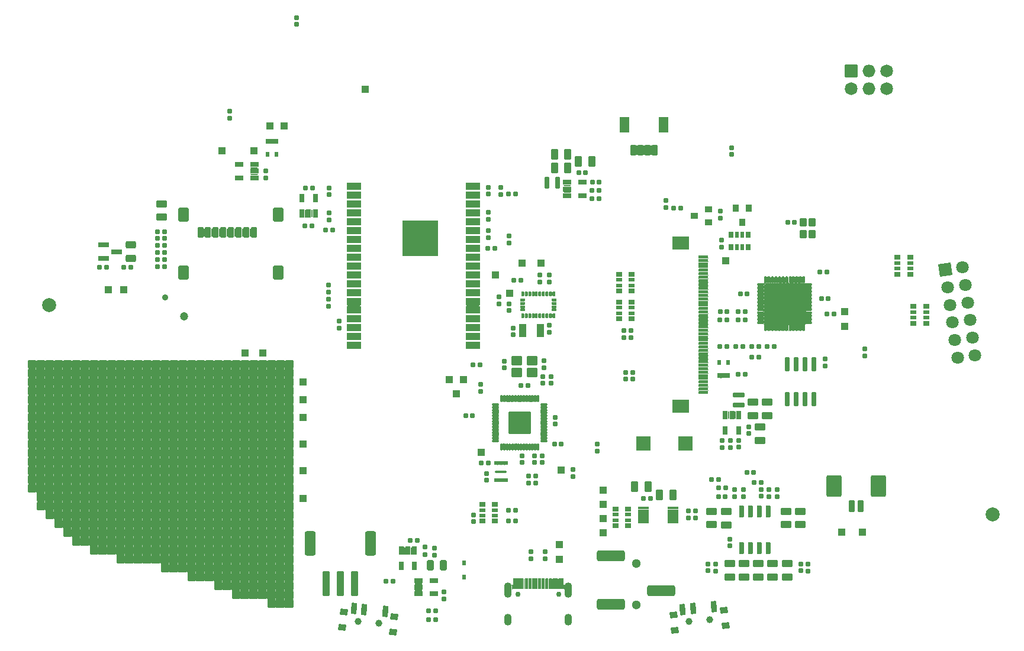
<source format=gbs>
G04 #@! TF.GenerationSoftware,KiCad,Pcbnew,(6.0.4)*
G04 #@! TF.CreationDate,2022-04-03T21:35:01+02:00*
G04 #@! TF.ProjectId,mch2021,6d636832-3032-4312-9e6b-696361645f70,3*
G04 #@! TF.SameCoordinates,Original*
G04 #@! TF.FileFunction,Soldermask,Bot*
G04 #@! TF.FilePolarity,Negative*
%FSLAX46Y46*%
G04 Gerber Fmt 4.6, Leading zero omitted, Abs format (unit mm)*
G04 Created by KiCad (PCBNEW (6.0.4)) date 2022-04-03 21:35:01*
%MOMM*%
%LPD*%
G01*
G04 APERTURE LIST*
G04 Aperture macros list*
%AMRoundRect*
0 Rectangle with rounded corners*
0 $1 Rounding radius*
0 $2 $3 $4 $5 $6 $7 $8 $9 X,Y pos of 4 corners*
0 Add a 4 corners polygon primitive as box body*
4,1,4,$2,$3,$4,$5,$6,$7,$8,$9,$2,$3,0*
0 Add four circle primitives for the rounded corners*
1,1,$1+$1,$2,$3*
1,1,$1+$1,$4,$5*
1,1,$1+$1,$6,$7*
1,1,$1+$1,$8,$9*
0 Add four rect primitives between the rounded corners*
20,1,$1+$1,$2,$3,$4,$5,0*
20,1,$1+$1,$4,$5,$6,$7,0*
20,1,$1+$1,$6,$7,$8,$9,0*
20,1,$1+$1,$8,$9,$2,$3,0*%
%AMHorizOval*
0 Thick line with rounded ends*
0 $1 width*
0 $2 $3 position (X,Y) of the first rounded end (center of the circle)*
0 $4 $5 position (X,Y) of the second rounded end (center of the circle)*
0 Add line between two ends*
20,1,$1,$2,$3,$4,$5,0*
0 Add two circle primitives to create the rounded ends*
1,1,$1,$2,$3*
1,1,$1,$4,$5*%
G04 Aperture macros list end*
%ADD10C,2.000000*%
%ADD11C,1.200000*%
%ADD12C,0.900000*%
%ADD13RoundRect,0.050000X-0.863600X0.863600X-0.863600X-0.863600X0.863600X-0.863600X0.863600X0.863600X0*%
%ADD14C,1.827200*%
%ADD15O,1.827200X1.827200*%
%ADD16RoundRect,0.185000X-0.135000X-0.185000X0.135000X-0.185000X0.135000X0.185000X-0.135000X0.185000X0*%
%ADD17RoundRect,0.190000X-0.140000X-0.170000X0.140000X-0.170000X0.140000X0.170000X-0.140000X0.170000X0*%
%ADD18RoundRect,0.185000X0.185000X-0.135000X0.185000X0.135000X-0.185000X0.135000X-0.185000X-0.135000X0*%
%ADD19RoundRect,0.190000X0.140000X0.170000X-0.140000X0.170000X-0.140000X-0.170000X0.140000X-0.170000X0*%
%ADD20RoundRect,0.050000X0.450000X0.400000X-0.450000X0.400000X-0.450000X-0.400000X0.450000X-0.400000X0*%
%ADD21RoundRect,0.050000X-0.400000X0.450000X-0.400000X-0.450000X0.400000X-0.450000X0.400000X0.450000X0*%
%ADD22RoundRect,0.050000X-0.400000X-0.250000X0.400000X-0.250000X0.400000X0.250000X-0.400000X0.250000X0*%
%ADD23RoundRect,0.050000X-0.400000X-0.200000X0.400000X-0.200000X0.400000X0.200000X-0.400000X0.200000X0*%
%ADD24C,1.300000*%
%ADD25RoundRect,0.425000X1.625000X0.375000X-1.625000X0.375000X-1.625000X-0.375000X1.625000X-0.375000X0*%
%ADD26RoundRect,0.050000X0.650000X-0.150000X0.650000X0.150000X-0.650000X0.150000X-0.650000X-0.150000X0*%
%ADD27RoundRect,0.050000X1.100000X-0.900000X1.100000X0.900000X-1.100000X0.900000X-1.100000X-0.900000X0*%
%ADD28RoundRect,0.050000X0.400000X0.250000X-0.400000X0.250000X-0.400000X-0.250000X0.400000X-0.250000X0*%
%ADD29RoundRect,0.050000X0.400000X0.200000X-0.400000X0.200000X-0.400000X-0.200000X0.400000X-0.200000X0*%
%ADD30RoundRect,0.050000X0.723431X0.960025X-0.960025X0.723431X-0.723431X-0.960025X0.960025X-0.723431X0*%
%ADD31HorizOval,1.800000X0.000000X0.000000X0.000000X0.000000X0*%
%ADD32RoundRect,0.185000X0.135000X0.185000X-0.135000X0.185000X-0.135000X-0.185000X0.135000X-0.185000X0*%
%ADD33RoundRect,0.050000X0.200000X-0.325000X0.200000X0.325000X-0.200000X0.325000X-0.200000X-0.325000X0*%
%ADD34RoundRect,0.112500X0.375000X0.062500X-0.375000X0.062500X-0.375000X-0.062500X0.375000X-0.062500X0*%
%ADD35RoundRect,0.112500X0.062500X0.375000X-0.062500X0.375000X-0.062500X-0.375000X0.062500X-0.375000X0*%
%ADD36RoundRect,0.050000X2.800000X2.800000X-2.800000X2.800000X-2.800000X-2.800000X2.800000X-2.800000X0*%
%ADD37RoundRect,0.190000X-0.170000X0.140000X-0.170000X-0.140000X0.170000X-0.140000X0.170000X0.140000X0*%
%ADD38RoundRect,0.190000X0.170000X-0.140000X0.170000X0.140000X-0.170000X0.140000X-0.170000X-0.140000X0*%
%ADD39RoundRect,0.050000X-0.225000X0.300000X-0.225000X-0.300000X0.225000X-0.300000X0.225000X0.300000X0*%
%ADD40RoundRect,0.185000X-0.185000X0.135000X-0.185000X-0.135000X0.185000X-0.135000X0.185000X0.135000X0*%
%ADD41RoundRect,0.050000X-0.500000X-0.500000X0.500000X-0.500000X0.500000X0.500000X-0.500000X0.500000X0*%
%ADD42RoundRect,0.050000X-0.200000X0.325000X-0.200000X-0.325000X0.200000X-0.325000X0.200000X0.325000X0*%
%ADD43RoundRect,0.293750X-0.243750X-0.456250X0.243750X-0.456250X0.243750X0.456250X-0.243750X0.456250X0*%
%ADD44RoundRect,0.050000X-0.500000X-0.900000X0.500000X-0.900000X0.500000X0.900000X-0.500000X0.900000X0*%
%ADD45RoundRect,0.050000X-0.150000X-0.250000X0.150000X-0.250000X0.150000X0.250000X-0.150000X0.250000X0*%
%ADD46RoundRect,0.050000X-0.250000X0.150000X-0.250000X-0.150000X0.250000X-0.150000X0.250000X0.150000X0*%
%ADD47RoundRect,0.050000X-0.530000X-0.325000X0.530000X-0.325000X0.530000X0.325000X-0.530000X0.325000X0*%
%ADD48C,1.000000*%
%ADD49RoundRect,0.050000X0.532960X0.354900X-0.463235X0.442056X-0.532960X-0.354900X0.463235X-0.442056X0*%
%ADD50RoundRect,0.050000X0.414035X0.716642X-0.283301X0.777651X-0.414035X-0.716642X0.283301X-0.777651X0*%
%ADD51RoundRect,0.050000X0.325000X-0.530000X0.325000X0.530000X-0.325000X0.530000X-0.325000X-0.530000X0*%
%ADD52RoundRect,0.300000X-0.475000X0.250000X-0.475000X-0.250000X0.475000X-0.250000X0.475000X0.250000X0*%
%ADD53RoundRect,0.050000X0.250000X-0.400000X0.250000X0.400000X-0.250000X0.400000X-0.250000X-0.400000X0*%
%ADD54RoundRect,0.050000X0.200000X-0.400000X0.200000X0.400000X-0.200000X0.400000X-0.200000X-0.400000X0*%
%ADD55RoundRect,0.300000X-0.250000X-1.500000X0.250000X-1.500000X0.250000X1.500000X-0.250000X1.500000X0*%
%ADD56RoundRect,0.300001X-0.499999X-1.449999X0.499999X-1.449999X0.499999X1.449999X-0.499999X1.449999X0*%
%ADD57RoundRect,0.200000X0.150000X-0.825000X0.150000X0.825000X-0.150000X0.825000X-0.150000X-0.825000X0*%
%ADD58RoundRect,0.050000X-0.700000X-0.600000X0.700000X-0.600000X0.700000X0.600000X-0.700000X0.600000X0*%
%ADD59RoundRect,0.300000X-0.250000X-0.475000X0.250000X-0.475000X0.250000X0.475000X-0.250000X0.475000X0*%
%ADD60RoundRect,0.071000X-0.729000X-0.129000X0.729000X-0.129000X0.729000X0.129000X-0.729000X0.129000X0*%
%ADD61RoundRect,0.050000X0.530000X0.325000X-0.530000X0.325000X-0.530000X-0.325000X0.530000X-0.325000X0*%
%ADD62RoundRect,0.187500X-0.137500X-0.662500X0.137500X-0.662500X0.137500X0.662500X-0.137500X0.662500X0*%
%ADD63RoundRect,0.300000X0.250000X0.475000X-0.250000X0.475000X-0.250000X-0.475000X0.250000X-0.475000X0*%
%ADD64RoundRect,0.050000X-0.325000X0.530000X-0.325000X-0.530000X0.325000X-0.530000X0.325000X0.530000X0*%
%ADD65RoundRect,0.187500X-0.662500X0.137500X-0.662500X-0.137500X0.662500X-0.137500X0.662500X0.137500X0*%
%ADD66RoundRect,0.300000X0.475000X-0.250000X0.475000X0.250000X-0.475000X0.250000X-0.475000X-0.250000X0*%
%ADD67RoundRect,0.050000X0.500000X0.500000X-0.500000X0.500000X-0.500000X-0.500000X0.500000X-0.500000X0*%
%ADD68RoundRect,0.250000X-0.200000X-0.550000X0.200000X-0.550000X0.200000X0.550000X-0.200000X0.550000X0*%
%ADD69RoundRect,0.425000X-0.375000X-0.625000X0.375000X-0.625000X0.375000X0.625000X-0.375000X0.625000X0*%
%ADD70RoundRect,0.050000X-0.500000X0.500000X-0.500000X-0.500000X0.500000X-0.500000X0.500000X0.500000X0*%
%ADD71RoundRect,0.056000X-0.414000X-0.094000X0.414000X-0.094000X0.414000X0.094000X-0.414000X0.094000X0*%
%ADD72RoundRect,0.070000X-0.080000X-0.400000X0.080000X-0.400000X0.080000X0.400000X-0.080000X0.400000X0*%
%ADD73RoundRect,0.050000X-1.550000X-1.550000X1.550000X-1.550000X1.550000X1.550000X-1.550000X1.550000X0*%
%ADD74RoundRect,0.050000X1.000000X0.450000X-1.000000X0.450000X-1.000000X-0.450000X1.000000X-0.450000X0*%
%ADD75RoundRect,0.050000X-1.000000X-0.450000X1.000000X-0.450000X1.000000X0.450000X-1.000000X0.450000X0*%
%ADD76RoundRect,0.050000X2.500000X2.500000X-2.500000X2.500000X-2.500000X-2.500000X2.500000X-2.500000X0*%
%ADD77RoundRect,0.050000X-0.175000X0.245000X-0.175000X-0.245000X0.175000X-0.245000X0.175000X0.245000X0*%
%ADD78RoundRect,0.050000X0.175000X-0.245000X0.175000X0.245000X-0.175000X0.245000X-0.175000X-0.245000X0*%
%ADD79RoundRect,0.050000X-0.800000X0.100000X-0.800000X-0.100000X0.800000X-0.100000X0.800000X0.100000X0*%
%ADD80RoundRect,0.050000X-0.450000X0.550000X-0.450000X-0.550000X0.450000X-0.550000X0.450000X0.550000X0*%
%ADD81RoundRect,0.101600X-0.299720X-0.674370X0.299720X-0.674370X0.299720X0.674370X-0.299720X0.674370X0*%
%ADD82RoundRect,0.101600X-0.599440X-0.999490X0.599440X-0.999490X0.599440X0.999490X-0.599440X0.999490X0*%
%ADD83RoundRect,0.050000X1.000000X1.000000X-1.000000X1.000000X-1.000000X-1.000000X1.000000X-1.000000X0*%
%ADD84RoundRect,0.050000X-1.000000X-1.000000X1.000000X-1.000000X1.000000X1.000000X-1.000000X1.000000X0*%
%ADD85RoundRect,0.200000X0.150000X-0.675000X0.150000X0.675000X-0.150000X0.675000X-0.150000X-0.675000X0*%
%ADD86RoundRect,0.250000X-0.200000X-0.600000X0.200000X-0.600000X0.200000X0.600000X-0.200000X0.600000X0*%
%ADD87RoundRect,0.300001X-0.799999X-1.249999X0.799999X-1.249999X0.799999X1.249999X-0.799999X1.249999X0*%
%ADD88RoundRect,0.050000X0.533400X0.533400X-0.533400X0.533400X-0.533400X-0.533400X0.533400X-0.533400X0*%
%ADD89RoundRect,0.200000X-0.587500X-0.150000X0.587500X-0.150000X0.587500X0.150000X-0.587500X0.150000X0*%
%ADD90RoundRect,0.293750X-0.456250X0.243750X-0.456250X-0.243750X0.456250X-0.243750X0.456250X0.243750X0*%
%ADD91RoundRect,0.050000X0.463235X0.442056X-0.532960X0.354900X-0.463235X-0.442056X0.532960X-0.354900X0*%
%ADD92RoundRect,0.050000X0.283301X0.777651X-0.414035X0.716642X-0.283301X-0.777651X0.414035X-0.716642X0*%
%ADD93C,0.750000*%
%ADD94RoundRect,0.050000X0.300000X0.725000X-0.300000X0.725000X-0.300000X-0.725000X0.300000X-0.725000X0*%
%ADD95RoundRect,0.050000X0.150000X0.725000X-0.150000X0.725000X-0.150000X-0.725000X0.150000X-0.725000X0*%
%ADD96O,1.100000X1.700000*%
%ADD97O,1.100000X2.200000*%
G04 APERTURE END LIST*
D10*
X65000000Y-30000000D03*
X-70000000Y0D03*
D11*
X-50690417Y-1639483D03*
D12*
X-53377423Y1047523D03*
D13*
X44764000Y33508000D03*
D14*
X44764000Y30968000D03*
D15*
X47304000Y33508000D03*
X47304000Y30968000D03*
D14*
X49844000Y33508000D03*
X49844000Y30968000D03*
D16*
X25990000Y-2140000D03*
X27010000Y-2140000D03*
D17*
X26020000Y-975000D03*
X26980000Y-975000D03*
D18*
X46680000Y-7285000D03*
X46680000Y-6265000D03*
D19*
X29230000Y-6000000D03*
X28270000Y-6000000D03*
D20*
X24336300Y13713500D03*
X24336300Y11813500D03*
X22336300Y12763500D03*
D19*
X29888120Y1600200D03*
X28928120Y1600200D03*
D21*
X28240900Y13849860D03*
X30140900Y13849860D03*
X29190900Y11849860D03*
D22*
X11558700Y1977540D03*
D23*
X11558700Y2777540D03*
X11558700Y3577540D03*
D22*
X11558700Y4377540D03*
X13358700Y4377540D03*
D23*
X13358700Y3577540D03*
X13358700Y2777540D03*
D22*
X13358700Y1977540D03*
D16*
X41285000Y-1290000D03*
X42305000Y-1290000D03*
D22*
X11558700Y-2016460D03*
D23*
X11558700Y-1216460D03*
X11558700Y-416460D03*
D22*
X11558700Y383540D03*
X13358700Y383540D03*
D23*
X13358700Y-416460D03*
X13358700Y-1216460D03*
D22*
X13358700Y-2016460D03*
D18*
X18230000Y13965000D03*
X18230000Y14985000D03*
D24*
X14000000Y-37000000D03*
X14000000Y-43000000D03*
D25*
X17600000Y-40900000D03*
X10400000Y-42900000D03*
X10400000Y-35900000D03*
D26*
X23621040Y-12574560D03*
X23621040Y-12074560D03*
X23621040Y-11574560D03*
X23621040Y-11074560D03*
X23621040Y-10574560D03*
X23621040Y-10074560D03*
X23621040Y-9574560D03*
X23621040Y-9074560D03*
X23621040Y-8574560D03*
X23621040Y-8074560D03*
X23621040Y-7574560D03*
X23621040Y-7074560D03*
X23621040Y-6574560D03*
X23621040Y-6074560D03*
X23621040Y-5574560D03*
X23621040Y-5074560D03*
X23621040Y-4574560D03*
X23621040Y-4074560D03*
X23621040Y-3574560D03*
X23621040Y-3074560D03*
X23621040Y-2574560D03*
X23621040Y-2074560D03*
X23621040Y-1574560D03*
X23621040Y-1074560D03*
X23621040Y-574560D03*
X23621040Y-74560D03*
X23621040Y425440D03*
X23621040Y925440D03*
X23621040Y1425440D03*
X23621040Y1925440D03*
X23621040Y2425440D03*
X23621040Y2925440D03*
X23621040Y3425440D03*
X23621040Y3925440D03*
X23621040Y4425440D03*
X23621040Y4925440D03*
X23621040Y5425440D03*
X23621040Y5925440D03*
X23621040Y6425440D03*
X23621040Y6925440D03*
D27*
X20371040Y8825440D03*
X20371040Y-14474560D03*
D28*
X53198660Y6790680D03*
D29*
X53198660Y5990680D03*
X53198660Y5190680D03*
D28*
X53198660Y4390680D03*
X51398660Y4390680D03*
D29*
X51398660Y5190680D03*
X51398660Y5990680D03*
D28*
X51398660Y6790680D03*
X55470000Y-230000D03*
D29*
X55470000Y-1030000D03*
X55470000Y-1830000D03*
D28*
X55470000Y-2630000D03*
X53670000Y-2630000D03*
D29*
X53670000Y-1830000D03*
X53670000Y-1030000D03*
D28*
X53670000Y-230000D03*
D30*
X58190000Y5020000D03*
D31*
X60705281Y5373500D03*
X58543500Y2504719D03*
X61058781Y2858219D03*
X58896999Y-10562D03*
X61412280Y342938D03*
X59250499Y-2525843D03*
X61765780Y-2172343D03*
X59603999Y-5041124D03*
X62119280Y-4687624D03*
X59957498Y-7556404D03*
X62472779Y-7202905D03*
D16*
X30490000Y-7500000D03*
X31510000Y-7500000D03*
D32*
X13515000Y-10650000D03*
X12495000Y-10650000D03*
D16*
X30490000Y-6000000D03*
X31510000Y-6000000D03*
X19391040Y13827760D03*
X20411040Y13827760D03*
D32*
X-6221000Y8128000D03*
X-7241000Y8128000D03*
D18*
X26031520Y12417940D03*
X26031520Y13437940D03*
D16*
X25990000Y-6000000D03*
X27010000Y-6000000D03*
D33*
X27135800Y-10139720D03*
X26485800Y-10139720D03*
X25835800Y-10139720D03*
X25835800Y-8239720D03*
X27135800Y-8239720D03*
D17*
X40291400Y4704080D03*
X41251400Y4704080D03*
D34*
X38678540Y2903440D03*
X38678540Y2403440D03*
X38678540Y1903440D03*
X38678540Y1403440D03*
X38678540Y903440D03*
X38678540Y403440D03*
X38678540Y-96560D03*
X38678540Y-596560D03*
X38678540Y-1096560D03*
X38678540Y-1596560D03*
X38678540Y-2096560D03*
X38678540Y-2596560D03*
D35*
X37991040Y-3284060D03*
X37491040Y-3284060D03*
X36991040Y-3284060D03*
X36491040Y-3284060D03*
X35991040Y-3284060D03*
X35491040Y-3284060D03*
X34991040Y-3284060D03*
X34491040Y-3284060D03*
X33991040Y-3284060D03*
X33491040Y-3284060D03*
X32991040Y-3284060D03*
X32491040Y-3284060D03*
D34*
X31803540Y-2596560D03*
X31803540Y-2096560D03*
X31803540Y-1596560D03*
X31803540Y-1096560D03*
X31803540Y-596560D03*
X31803540Y-96560D03*
X31803540Y403440D03*
X31803540Y903440D03*
X31803540Y1403440D03*
X31803540Y1903440D03*
X31803540Y2403440D03*
X31803540Y2903440D03*
D35*
X32491040Y3590940D03*
X32991040Y3590940D03*
X33491040Y3590940D03*
X33991040Y3590940D03*
X34491040Y3590940D03*
X34991040Y3590940D03*
X35491040Y3590940D03*
X35991040Y3590940D03*
X36491040Y3590940D03*
X36991040Y3590940D03*
X37491040Y3590940D03*
X37991040Y3590940D03*
D36*
X35241040Y153440D03*
D19*
X29580000Y-975000D03*
X28620000Y-975000D03*
D37*
X-4168140Y117820D03*
X-4168140Y-842180D03*
D19*
X-2520000Y3500000D03*
X-3480000Y3500000D03*
D38*
X-3590000Y-4275000D03*
X-3590000Y-3315000D03*
X1597720Y-3893620D03*
X1597720Y-2933620D03*
D37*
X27620000Y22520000D03*
X27620000Y21560000D03*
D39*
X-10650000Y-36923000D03*
X-10650000Y-39023000D03*
D32*
X-32300000Y16740000D03*
X-33320000Y16740000D03*
D40*
X-16200000Y-34705000D03*
X-16200000Y-35725000D03*
X210000Y4315000D03*
X210000Y3295000D03*
D18*
X-5600000Y145000D03*
X-5600000Y1165000D03*
D40*
X1560000Y4320000D03*
X1560000Y3300000D03*
D41*
X-24765000Y30861000D03*
X-2286000Y5969000D03*
X26784300Y6283960D03*
X43800000Y-1000000D03*
D42*
X-38716980Y23429000D03*
X-38066980Y23429000D03*
X-37416980Y23429000D03*
X-37416980Y21529000D03*
X-38716980Y21529000D03*
D17*
X-4245000Y15840000D03*
X-3285000Y15840000D03*
D43*
X-15485000Y-37320000D03*
X-13610000Y-37320000D03*
D44*
X270000Y-3700640D03*
X-2230000Y-3700640D03*
D45*
X-2250000Y-1562500D03*
D46*
X-2262500Y-750000D03*
X-2262500Y-250000D03*
X-2262500Y250000D03*
X-2262500Y750000D03*
D45*
X-2250000Y1562500D03*
X-1750000Y1562500D03*
X-1250000Y1562500D03*
X-750000Y1562500D03*
X-250000Y1562500D03*
X250000Y1562500D03*
X750000Y1562500D03*
X1250000Y1562500D03*
X1750000Y1562500D03*
X2250000Y1562500D03*
D46*
X2262500Y750000D03*
X2262500Y250000D03*
X2262500Y-250000D03*
X2262500Y-750000D03*
D45*
X2250000Y-1562500D03*
X1750000Y-1562500D03*
X1250000Y-1562500D03*
X750000Y-1562500D03*
X250000Y-1562500D03*
X-250000Y-1562500D03*
X-750000Y-1562500D03*
X-1250000Y-1562500D03*
X-1750000Y-1562500D03*
D40*
X-5394720Y16842200D03*
X-5394720Y15822200D03*
X-4200000Y9835000D03*
X-4200000Y8815000D03*
D38*
X-7121920Y15877600D03*
X-7121920Y16837600D03*
D40*
X-7187960Y13235400D03*
X-7187960Y12215400D03*
D16*
X-30445000Y10755000D03*
X-29425000Y10755000D03*
D38*
X-29880320Y15776000D03*
X-29880320Y16736000D03*
D18*
X-30009720Y-248400D03*
X-30009720Y771600D03*
D40*
X-28510520Y-2291600D03*
X-28510520Y-3311600D03*
X-29880320Y13133800D03*
X-29880320Y12113800D03*
D47*
X-17150000Y-41370000D03*
X-17150000Y-40420000D03*
X-17150000Y-39470000D03*
X-14950000Y-39470000D03*
X-14950000Y-41370000D03*
D16*
X-15710000Y-43850000D03*
X-14690000Y-43850000D03*
D48*
X-25795305Y-45310658D03*
X-22806721Y-45572125D03*
D49*
X-27840381Y-44017497D03*
X-28032995Y-46219087D03*
X-20760774Y-46855324D03*
X-20568160Y-44653734D03*
D50*
X-21906181Y-43884189D03*
X-24894765Y-43622722D03*
X-26389057Y-43491988D03*
D37*
X-14880000Y-34865000D03*
X-14880000Y-35825000D03*
D51*
X-31896860Y13061800D03*
X-32846860Y13061800D03*
X-33796860Y13061800D03*
X-33796860Y15261800D03*
X-31896860Y15261800D03*
D32*
X-32413060Y11329700D03*
X-33433060Y11329700D03*
D52*
X-53868320Y14462800D03*
X-53868320Y12562800D03*
D16*
X12263520Y-3637280D03*
X13283520Y-3637280D03*
D18*
X-38950900Y18141220D03*
X-38950900Y19161220D03*
D40*
X1016000Y-35304000D03*
X1016000Y-36324000D03*
D38*
X-44150000Y26750000D03*
X-44150000Y27710000D03*
D40*
X-1016000Y-35304000D03*
X-1016000Y-36324000D03*
X26220420Y9267920D03*
X26220420Y8247920D03*
D19*
X33730000Y-6000000D03*
X32770000Y-6000000D03*
D53*
X29990900Y8271940D03*
D54*
X29190900Y8271940D03*
X28390900Y8271940D03*
D53*
X27590900Y8271940D03*
X27590900Y10071940D03*
D54*
X28390900Y10071940D03*
X29190900Y10071940D03*
D53*
X29990900Y10071940D03*
D19*
X29580000Y-2140000D03*
X28620000Y-2140000D03*
D55*
X-30321000Y-39934000D03*
X-28321000Y-39934000D03*
X-26321000Y-39934000D03*
D56*
X-32671000Y-34184000D03*
X-23971000Y-34184000D03*
D57*
X39405000Y-13475000D03*
X38135000Y-13475000D03*
X36865000Y-13475000D03*
X35595000Y-13475000D03*
X35595000Y-8525000D03*
X36865000Y-8525000D03*
X38135000Y-8525000D03*
X39405000Y-8525000D03*
D40*
X41000000Y-7740000D03*
X41000000Y-8760000D03*
D18*
X8390000Y-20935000D03*
X8390000Y-19915000D03*
D38*
X31877200Y-27406000D03*
X31877200Y-26446000D03*
X850000Y-8985000D03*
X850000Y-8025000D03*
D58*
X-3120000Y-7980000D03*
X-920000Y-7980000D03*
X-920000Y-9680000D03*
X-3120000Y-9680000D03*
D41*
X3296920Y-23624540D03*
D37*
X-4900000Y-8060000D03*
X-4900000Y-9020000D03*
D38*
X-7366000Y-25118000D03*
X-7366000Y-24158000D03*
D19*
X-9426000Y-15875000D03*
X-10386000Y-15875000D03*
D18*
X4968240Y-24579040D03*
X4968240Y-23559040D03*
D59*
X13782000Y-26035000D03*
X15682000Y-26035000D03*
D17*
X15070000Y-27686000D03*
X16030000Y-27686000D03*
X21491000Y-30480000D03*
X22451000Y-30480000D03*
D60*
X15040000Y-31099000D03*
X15040000Y-30599000D03*
X15040000Y-30099000D03*
X15040000Y-29599000D03*
X15040000Y-29099000D03*
X19250000Y-29099000D03*
X19250000Y-29599000D03*
X19250000Y-30099000D03*
X19250000Y-30599000D03*
X19250000Y-31099000D03*
D17*
X21491000Y-29464000D03*
X22451000Y-29464000D03*
D18*
X27507200Y-20410000D03*
X27507200Y-19390000D03*
D38*
X28707200Y-20380000D03*
X28707200Y-19420000D03*
D40*
X26307200Y-19390000D03*
X26307200Y-20410000D03*
D61*
X-40631900Y20091560D03*
X-40631900Y19141560D03*
X-40631900Y18191560D03*
X-42831900Y18191560D03*
X-42831900Y20091560D03*
D32*
X8710000Y16390100D03*
X7690000Y16390100D03*
D62*
X1275000Y17455000D03*
X2725000Y17455000D03*
D19*
X8680000Y17590100D03*
X7720000Y17590100D03*
X6727980Y18930000D03*
X5767980Y18930000D03*
D59*
X2297980Y21590100D03*
X4197980Y21590100D03*
D63*
X7662500Y20574000D03*
X5762500Y20574000D03*
D59*
X2297980Y19590100D03*
X4197980Y19590100D03*
D16*
X7690000Y15190100D03*
X8710000Y15190100D03*
D47*
X4147980Y15640100D03*
X4147980Y16590100D03*
X4147980Y17540100D03*
X6347980Y17540100D03*
X6347980Y15640100D03*
D16*
X-9379620Y-8550000D03*
X-8359620Y-8550000D03*
D64*
X-19590000Y-35210000D03*
X-18640000Y-35210000D03*
X-17690000Y-35210000D03*
X-17690000Y-37410000D03*
X-19590000Y-37410000D03*
D16*
X-18315000Y-33710000D03*
X-17295000Y-33710000D03*
D32*
X-20741620Y-39542580D03*
X-21761620Y-39542580D03*
D40*
X-30000000Y2875000D03*
X-30000000Y1855000D03*
D37*
X-34544000Y41120000D03*
X-34544000Y40160000D03*
D17*
X40520000Y903440D03*
X41480000Y903440D03*
D63*
X19261500Y-27178000D03*
X17361500Y-27178000D03*
D52*
X30707200Y-13955360D03*
X30707200Y-15855360D03*
D64*
X26757200Y-15805360D03*
X27707200Y-15805360D03*
X28657200Y-15805360D03*
X28657200Y-18005360D03*
X26757200Y-18005360D03*
D65*
X28625000Y-12920000D03*
X28625000Y-14370000D03*
D66*
X31750000Y-19407500D03*
X31750000Y-17507500D03*
D52*
X32707200Y-13955360D03*
X32707200Y-15855360D03*
D38*
X30075000Y-18440000D03*
X30075000Y-17480000D03*
X-13462000Y-42090000D03*
X-13462000Y-41130000D03*
D67*
X-45237860Y22070060D03*
X-40640000Y22070060D03*
D41*
X-36325000Y25577680D03*
X-38412880Y25577680D03*
D68*
X-40636860Y10337140D03*
X-41736860Y10337140D03*
X-42836860Y10337140D03*
X-43936860Y10337140D03*
X-45036860Y10337140D03*
X-46136860Y10337140D03*
X-47236860Y10337140D03*
X-48336860Y10337140D03*
D69*
X-37186860Y12887140D03*
X-50786860Y4637140D03*
X-50786860Y12937140D03*
X-37186860Y4637140D03*
D16*
X-54510000Y10500000D03*
X-53490000Y10500000D03*
X-54510000Y9500000D03*
X-53490000Y9500000D03*
X-54510000Y8500000D03*
X-53490000Y8500000D03*
X-54510000Y7500000D03*
X-53490000Y7500000D03*
X-54510000Y6500000D03*
X-53490000Y6500000D03*
X-54510000Y5500000D03*
X-53490000Y5500000D03*
D18*
X-381000Y-25529000D03*
X-381000Y-24509000D03*
D40*
X-1397000Y-24509000D03*
X-1397000Y-25529000D03*
D70*
X-4069020Y1635900D03*
D37*
X-563820Y-21610240D03*
X-563820Y-22570240D03*
X-2286000Y-21620460D03*
X-2286000Y-22580460D03*
D17*
X2314060Y-19936320D03*
X3274060Y-19936320D03*
D37*
X2395280Y-16093360D03*
X2395280Y-17053360D03*
X528380Y-21622940D03*
X528380Y-22582940D03*
D38*
X678180Y-11224200D03*
X678180Y-10264200D03*
D32*
X-7110000Y-22606000D03*
X-8130000Y-22606000D03*
D71*
X-6091780Y-19485780D03*
X-6091780Y-19085780D03*
X-6091780Y-18685780D03*
X-6091780Y-18285780D03*
X-6091780Y-17885780D03*
X-6091780Y-17485780D03*
X-6091780Y-17085780D03*
X-6091780Y-16685780D03*
X-6091780Y-16285780D03*
X-6091780Y-15885780D03*
X-6091780Y-15485780D03*
X-6091780Y-15085780D03*
X-6091780Y-14685780D03*
X-6091780Y-14285780D03*
D72*
X-5256780Y-13450780D03*
X-4856780Y-13450780D03*
X-4456780Y-13450780D03*
X-4056780Y-13450780D03*
X-3656780Y-13450780D03*
X-3256780Y-13450780D03*
X-2856780Y-13450780D03*
X-2456780Y-13450780D03*
X-2056780Y-13450780D03*
X-1656780Y-13450780D03*
X-1256780Y-13450780D03*
X-856780Y-13450780D03*
X-456780Y-13450780D03*
X-56780Y-13450780D03*
D71*
X778220Y-14285780D03*
X778220Y-14685780D03*
X778220Y-15085780D03*
X778220Y-15485780D03*
X778220Y-15885780D03*
X778220Y-16285780D03*
X778220Y-16685780D03*
X778220Y-17085780D03*
X778220Y-17485780D03*
X778220Y-17885780D03*
X778220Y-18285780D03*
X778220Y-18685780D03*
X778220Y-19085780D03*
X778220Y-19485780D03*
D72*
X-56780Y-20320780D03*
X-456780Y-20320780D03*
X-856780Y-20320780D03*
X-1256780Y-20320780D03*
X-1656780Y-20320780D03*
X-2056780Y-20320780D03*
X-2456780Y-20320780D03*
X-2856780Y-20320780D03*
X-3256780Y-20320780D03*
X-3656780Y-20320780D03*
X-4056780Y-20320780D03*
X-4456780Y-20320780D03*
X-4856780Y-20320780D03*
X-5256780Y-20320780D03*
D73*
X-2656780Y-16885780D03*
D41*
X-12700000Y-10668000D03*
X-10668000Y-10668000D03*
D74*
X-9378920Y17020000D03*
X-9378920Y15750000D03*
X-9378920Y14480000D03*
X-9378920Y13210000D03*
X-9378920Y11940000D03*
X-9378920Y10670000D03*
X-9378920Y9400000D03*
X-9378920Y8130000D03*
X-9378920Y6860000D03*
X-9378920Y5590000D03*
X-9378920Y4320000D03*
X-9378920Y3050000D03*
X-9378920Y1780000D03*
X-9378920Y510000D03*
D75*
X-9378920Y-735000D03*
X-9378920Y-2005000D03*
X-9378920Y-3275000D03*
X-9378920Y-4545000D03*
X-9378920Y-5815000D03*
X-26378920Y-5815000D03*
X-26378920Y-4545000D03*
X-26378920Y-3275000D03*
X-26378920Y-2005000D03*
X-26378920Y-735000D03*
D74*
X-26378920Y510000D03*
X-26378920Y1780000D03*
X-26378920Y3050000D03*
X-26378920Y4320000D03*
X-26378920Y5590000D03*
X-26378920Y6860000D03*
X-26378920Y8130000D03*
X-26378920Y9400000D03*
X-26378920Y10670000D03*
X-26378920Y11940000D03*
X-26378920Y13210000D03*
X-26378920Y14480000D03*
X-26378920Y15750000D03*
X-26378920Y17020000D03*
D76*
X-16878920Y9520000D03*
D77*
X-6084000Y-22656000D03*
X-5584000Y-22656000D03*
X-5084000Y-22656000D03*
X-4584000Y-22656000D03*
D78*
X-4584000Y-25096000D03*
X-5084000Y-25096000D03*
X-5584000Y-25096000D03*
X-6084000Y-25096000D03*
D79*
X-5334000Y-23876000D03*
D38*
X-8277860Y-12374820D03*
X-8277860Y-11414820D03*
D19*
X36634360Y11785600D03*
X35674360Y11785600D03*
D80*
X39197040Y11784700D03*
X39197040Y10084700D03*
X37897040Y10084700D03*
X37897040Y11784700D03*
D38*
X1846580Y-11219120D03*
X1846580Y-10259120D03*
D32*
X-1499140Y-11536680D03*
X-2519140Y-11536680D03*
D41*
X-6096000Y4318000D03*
X-8128000Y-21082000D03*
X43800000Y-3100000D03*
D67*
X-41910000Y-6858000D03*
D32*
X-14690000Y-45100000D03*
X-15710000Y-45100000D03*
X-58303500Y5390000D03*
X-59323500Y5390000D03*
D66*
X27432000Y-38950000D03*
X27432000Y-37050000D03*
D67*
X-33655000Y-27686000D03*
X9271000Y-28575000D03*
D18*
X34163000Y-27434000D03*
X34163000Y-26414000D03*
D67*
X-33655000Y-19939000D03*
D81*
X13614400Y22150000D03*
X14615160Y22150000D03*
X15610840Y22150000D03*
X16611600Y22150000D03*
D82*
X12313920Y25822840D03*
X17912080Y25822840D03*
D67*
X-33655000Y-13589000D03*
D83*
X21034000Y-19812000D03*
D84*
X15034000Y-19812000D03*
D40*
X33020000Y-26414000D03*
X33020000Y-27434000D03*
D18*
X38608000Y-38102000D03*
X38608000Y-37082000D03*
D66*
X37490400Y-31480800D03*
X37490400Y-29580800D03*
D22*
X-8023000Y-30975000D03*
D23*
X-8023000Y-30175000D03*
X-8023000Y-29375000D03*
D22*
X-8023000Y-28575000D03*
X-6223000Y-28575000D03*
D23*
X-6223000Y-29375000D03*
X-6223000Y-30175000D03*
D22*
X-6223000Y-30975000D03*
D16*
X30859000Y-25400000D03*
X31879000Y-25400000D03*
X12263520Y-4699000D03*
X13283520Y-4699000D03*
D66*
X33528000Y-38950000D03*
X33528000Y-37050000D03*
D67*
X3048000Y-34290000D03*
D41*
X43434000Y-32512000D03*
D32*
X13515000Y-9652000D03*
X12495000Y-9652000D03*
D17*
X-4253000Y-30975000D03*
X-3293000Y-30975000D03*
X24793000Y-25019000D03*
X25753000Y-25019000D03*
D85*
X32893000Y-34832200D03*
X31623000Y-34832200D03*
X30353000Y-34832200D03*
X29083000Y-34832200D03*
X29083000Y-29582200D03*
X30353000Y-29582200D03*
X31623000Y-29582200D03*
X32893000Y-29582200D03*
D66*
X31496000Y-38950000D03*
X31496000Y-37050000D03*
D67*
X3048000Y-36449000D03*
D18*
X29337000Y-27434000D03*
X29337000Y-26414000D03*
D17*
X-4253000Y-29375000D03*
X-3293000Y-29375000D03*
D37*
X37550000Y-37112000D03*
X37550000Y-38072000D03*
D67*
X-61468000Y2159000D03*
D52*
X35600000Y-37050000D03*
X35600000Y-38950000D03*
D67*
X-11684000Y-12700000D03*
D28*
X12819890Y-29230000D03*
D29*
X12819890Y-30030000D03*
X12819890Y-30830000D03*
D28*
X12819890Y-31630000D03*
X11019890Y-31630000D03*
D29*
X11019890Y-30830000D03*
X11019890Y-30030000D03*
D28*
X11019890Y-29230000D03*
D18*
X28067000Y-27434000D03*
X28067000Y-26414000D03*
D38*
X-9271000Y-31055000D03*
X-9271000Y-30095000D03*
D17*
X25779000Y-27432000D03*
X26739000Y-27432000D03*
D86*
X44841000Y-28816000D03*
X46091000Y-28816000D03*
D87*
X42291000Y-25916000D03*
X48641000Y-25916000D03*
D88*
X-38100000Y-30099000D03*
X-43180000Y-30099000D03*
X-48260000Y-14859000D03*
X-35560000Y-30099000D03*
X-39370000Y-30099000D03*
X-36830000Y-30099000D03*
X-49530000Y-14859000D03*
X-44450000Y-30099000D03*
X-40640000Y-30099000D03*
X-50800000Y-14859000D03*
X-45720000Y-30099000D03*
X-52070000Y-14859000D03*
X-46990000Y-30099000D03*
X-41910000Y-30099000D03*
X-43180000Y-31369000D03*
X-35560000Y-31369000D03*
X-53340000Y-14859000D03*
X-38100000Y-31369000D03*
X-54610000Y-14859000D03*
X-36830000Y-31369000D03*
X-39370000Y-31369000D03*
X-44450000Y-31369000D03*
X-35560000Y-14859000D03*
X-40640000Y-31369000D03*
X-55880000Y-14859000D03*
X-45720000Y-31369000D03*
X-46990000Y-31369000D03*
X-41910000Y-31369000D03*
X-36830000Y-14859000D03*
X-57150000Y-14859000D03*
X-38100000Y-14859000D03*
X-43180000Y-32639000D03*
X-38100000Y-32639000D03*
X-58420000Y-14859000D03*
X-35560000Y-32639000D03*
X-39370000Y-14859000D03*
X-39370000Y-32639000D03*
X-44450000Y-32639000D03*
X-36830000Y-32639000D03*
X-59690000Y-14859000D03*
X-45720000Y-32639000D03*
X-60960000Y-14859000D03*
X-40640000Y-32639000D03*
X-40640000Y-14859000D03*
X-41910000Y-14859000D03*
X-46990000Y-32639000D03*
X-41910000Y-32639000D03*
X-62230000Y-14859000D03*
X-43180000Y-33909000D03*
X-35560000Y-33909000D03*
X-38100000Y-33909000D03*
X-63500000Y-14859000D03*
X-43180000Y-14859000D03*
X-36830000Y-33909000D03*
X-64770000Y-14859000D03*
X-44450000Y-14859000D03*
X-39370000Y-33909000D03*
X-44450000Y-33909000D03*
X-40640000Y-33909000D03*
X-66040000Y-14859000D03*
X-45720000Y-33909000D03*
X-45720000Y-14859000D03*
X-46990000Y-33909000D03*
X-41910000Y-33909000D03*
X-67310000Y-14859000D03*
X-46990000Y-14859000D03*
X-38100000Y-35179000D03*
X-43180000Y-35179000D03*
X-35560000Y-35179000D03*
X-39370000Y-35179000D03*
X-36830000Y-35179000D03*
X-44450000Y-35179000D03*
X-40640000Y-35179000D03*
X-45720000Y-35179000D03*
X-46990000Y-35179000D03*
X-41910000Y-35179000D03*
X-35560000Y-36449000D03*
X-43180000Y-36449000D03*
X-38100000Y-36449000D03*
X-48260000Y-16129000D03*
X-36830000Y-36449000D03*
X-39370000Y-36449000D03*
X-44450000Y-36449000D03*
X-49530000Y-16129000D03*
X-40640000Y-36449000D03*
X-50800000Y-16129000D03*
X-45720000Y-36449000D03*
X-35560000Y-16129000D03*
X-52070000Y-16129000D03*
X-41910000Y-36449000D03*
X-46990000Y-36449000D03*
X-36830000Y-16129000D03*
X-43180000Y-27559000D03*
X-43180000Y-25019000D03*
X-38100000Y-26289000D03*
X-38100000Y-16129000D03*
X-43180000Y-37719000D03*
X-53340000Y-16129000D03*
X-38100000Y-25019000D03*
X-38100000Y-37719000D03*
X-43180000Y-28829000D03*
X-35560000Y-37719000D03*
X-43180000Y-26289000D03*
X-44450000Y-25019000D03*
X-36830000Y-37719000D03*
X-39370000Y-16129000D03*
X-39370000Y-37719000D03*
X-44450000Y-28829000D03*
X-44450000Y-26289000D03*
X-44450000Y-37719000D03*
X-39370000Y-26289000D03*
X-54610000Y-16129000D03*
X-39370000Y-25019000D03*
X-44450000Y-27559000D03*
X-40640000Y-37719000D03*
X-45720000Y-28829000D03*
X-40640000Y-25019000D03*
X-45720000Y-26289000D03*
X-45720000Y-37719000D03*
X-45720000Y-25019000D03*
X-40640000Y-16129000D03*
X-40640000Y-26289000D03*
X-35560000Y-25019000D03*
X-45720000Y-27559000D03*
X-55880000Y-16129000D03*
X-41910000Y-26289000D03*
X-41910000Y-16129000D03*
X-41910000Y-37719000D03*
X-41910000Y-25019000D03*
X-46990000Y-26289000D03*
X-46990000Y-25019000D03*
X-36830000Y-25019000D03*
X-57150000Y-16129000D03*
X-46990000Y-27559000D03*
X-46990000Y-28829000D03*
X-46990000Y-37719000D03*
X-58420000Y-16129000D03*
X-43180000Y-16129000D03*
X-44450000Y-16129000D03*
X-59690000Y-16129000D03*
X-60960000Y-16129000D03*
X-45720000Y-16129000D03*
X-62230000Y-16129000D03*
X-46990000Y-16129000D03*
X-63500000Y-16129000D03*
X-64770000Y-16129000D03*
X-66040000Y-16129000D03*
X-67310000Y-16129000D03*
X-35560000Y-17399000D03*
X-36830000Y-17399000D03*
X-48260000Y-17399000D03*
X-38100000Y-17399000D03*
X-39370000Y-17399000D03*
X-49530000Y-17399000D03*
X-40640000Y-17399000D03*
X-50800000Y-17399000D03*
X-41910000Y-17399000D03*
X-52070000Y-17399000D03*
X-53340000Y-17399000D03*
X-43180000Y-17399000D03*
X-54610000Y-17399000D03*
X-44450000Y-17399000D03*
X-55880000Y-17399000D03*
X-45720000Y-17399000D03*
X-57150000Y-17399000D03*
X-46990000Y-17399000D03*
X-58420000Y-17399000D03*
X-59690000Y-17399000D03*
X-60960000Y-17399000D03*
X-62230000Y-17399000D03*
X-63500000Y-17399000D03*
X-64770000Y-17399000D03*
X-35560000Y-18669000D03*
X-66040000Y-17399000D03*
X-36830000Y-18669000D03*
X-67310000Y-17399000D03*
X-38100000Y-18669000D03*
X-39370000Y-18669000D03*
X-40640000Y-18669000D03*
X-41910000Y-18669000D03*
X-43180000Y-18669000D03*
X-48260000Y-18669000D03*
X-49530000Y-18669000D03*
X-44450000Y-18669000D03*
X-45720000Y-18669000D03*
X-50800000Y-18669000D03*
X-52070000Y-18669000D03*
X-46990000Y-18669000D03*
X-53340000Y-18669000D03*
X-54610000Y-18669000D03*
X-55880000Y-18669000D03*
X-57150000Y-18669000D03*
X-58420000Y-18669000D03*
X-59690000Y-18669000D03*
X-60960000Y-18669000D03*
X-35560000Y-19939000D03*
X-36830000Y-19939000D03*
X-62230000Y-18669000D03*
X-38100000Y-19939000D03*
X-63500000Y-18669000D03*
X-64770000Y-18669000D03*
X-39370000Y-19939000D03*
X-40640000Y-19939000D03*
X-66040000Y-18669000D03*
X-41910000Y-19939000D03*
X-67310000Y-18669000D03*
X-43180000Y-19939000D03*
X-44450000Y-19939000D03*
X-45720000Y-19939000D03*
X-46990000Y-19939000D03*
X-48260000Y-19939000D03*
X-49530000Y-19939000D03*
X-50800000Y-19939000D03*
X-52070000Y-19939000D03*
X-53340000Y-19939000D03*
X-54610000Y-19939000D03*
X-35560000Y-21209000D03*
X-55880000Y-19939000D03*
X-57150000Y-19939000D03*
X-36830000Y-21209000D03*
X-38100000Y-21209000D03*
X-58420000Y-19939000D03*
X-39370000Y-21209000D03*
X-59690000Y-19939000D03*
X-60960000Y-19939000D03*
X-40640000Y-21209000D03*
X-62230000Y-19939000D03*
X-41910000Y-21209000D03*
X-43180000Y-21209000D03*
X-63500000Y-19939000D03*
X-64770000Y-19939000D03*
X-44450000Y-21209000D03*
X-45720000Y-21209000D03*
X-66040000Y-19939000D03*
X-46990000Y-21209000D03*
X-67310000Y-19939000D03*
X-48260000Y-21209000D03*
X-49530000Y-21209000D03*
X-50800000Y-21209000D03*
X-35560000Y-22479000D03*
X-36830000Y-22479000D03*
X-52070000Y-21209000D03*
X-38100000Y-22479000D03*
X-53340000Y-21209000D03*
X-54610000Y-21209000D03*
X-39370000Y-22479000D03*
X-55880000Y-21209000D03*
X-40640000Y-22479000D03*
X-57150000Y-21209000D03*
X-41910000Y-22479000D03*
X-58420000Y-21209000D03*
X-43180000Y-22479000D03*
X-59690000Y-21209000D03*
X-44450000Y-22479000D03*
X-60960000Y-21209000D03*
X-45720000Y-22479000D03*
X-62230000Y-21209000D03*
X-46990000Y-22479000D03*
X-63500000Y-21209000D03*
X-64770000Y-21209000D03*
X-66040000Y-21209000D03*
X-67310000Y-21209000D03*
X-35560000Y-13589000D03*
X-35560000Y-23749000D03*
X-36830000Y-23749000D03*
X-38100000Y-23749000D03*
X-48260000Y-22479000D03*
X-39370000Y-23749000D03*
X-49530000Y-22479000D03*
X-50800000Y-22479000D03*
X-40640000Y-23749000D03*
X-41910000Y-23749000D03*
X-52070000Y-22479000D03*
X-53340000Y-22479000D03*
X-43180000Y-23749000D03*
X-44450000Y-23749000D03*
X-54610000Y-22479000D03*
X-45720000Y-23749000D03*
X-55880000Y-22479000D03*
X-57150000Y-22479000D03*
X-46990000Y-23749000D03*
X-58420000Y-22479000D03*
X-59690000Y-22479000D03*
X-60960000Y-22479000D03*
X-62230000Y-22479000D03*
X-63500000Y-22479000D03*
X-64770000Y-22479000D03*
X-66040000Y-22479000D03*
X-67310000Y-22479000D03*
X-68580000Y-31369000D03*
X-68580000Y-30099000D03*
X-69850000Y-30099000D03*
X-68580000Y-28829000D03*
X-48260000Y-23749000D03*
X-49530000Y-23749000D03*
X-50800000Y-23749000D03*
X-52070000Y-23749000D03*
X-53340000Y-23749000D03*
X-54610000Y-23749000D03*
X-55880000Y-23749000D03*
X-57150000Y-23749000D03*
X-58420000Y-23749000D03*
X-59690000Y-23749000D03*
X-60960000Y-23749000D03*
X-62230000Y-23749000D03*
X-63500000Y-23749000D03*
X-64770000Y-23749000D03*
X-66040000Y-23749000D03*
X-67310000Y-23749000D03*
X-69850000Y-28829000D03*
X-71120000Y-28829000D03*
X-68580000Y-27559000D03*
X-69850000Y-27559000D03*
X-48260000Y-25019000D03*
X-49530000Y-25019000D03*
X-50800000Y-25019000D03*
X-52070000Y-25019000D03*
X-53340000Y-25019000D03*
X-54610000Y-25019000D03*
X-55880000Y-25019000D03*
X-57150000Y-25019000D03*
X-58420000Y-25019000D03*
X-59690000Y-25019000D03*
X-60960000Y-25019000D03*
X-62230000Y-25019000D03*
X-63500000Y-25019000D03*
X-64770000Y-25019000D03*
X-66040000Y-25019000D03*
X-67310000Y-25019000D03*
X-71120000Y-27559000D03*
X-68580000Y-26289000D03*
X-69850000Y-26289000D03*
X-71120000Y-26289000D03*
X-48260000Y-26289000D03*
X-49530000Y-26289000D03*
X-50800000Y-26289000D03*
X-52070000Y-26289000D03*
X-53340000Y-26289000D03*
X-54610000Y-26289000D03*
X-55880000Y-26289000D03*
X-57150000Y-26289000D03*
X-58420000Y-26289000D03*
X-59690000Y-26289000D03*
X-60960000Y-26289000D03*
X-62230000Y-26289000D03*
X-63500000Y-26289000D03*
X-64770000Y-26289000D03*
X-66040000Y-26289000D03*
X-67310000Y-26289000D03*
X-68580000Y-25019000D03*
X-69850000Y-25019000D03*
X-71120000Y-25019000D03*
X-68580000Y-23749000D03*
X-48260000Y-27559000D03*
X-49530000Y-27559000D03*
X-50800000Y-27559000D03*
X-52070000Y-27559000D03*
X-53340000Y-27559000D03*
X-54610000Y-27559000D03*
X-55880000Y-27559000D03*
X-57150000Y-27559000D03*
X-58420000Y-27559000D03*
X-59690000Y-27559000D03*
X-60960000Y-27559000D03*
X-62230000Y-27559000D03*
X-63500000Y-27559000D03*
X-64770000Y-27559000D03*
X-66040000Y-27559000D03*
X-67310000Y-27559000D03*
X-69850000Y-23749000D03*
X-71120000Y-23749000D03*
X-72390000Y-26289000D03*
X-68580000Y-22479000D03*
X-68580000Y-21209000D03*
X-48260000Y-28829000D03*
X-49530000Y-28829000D03*
X-50800000Y-28829000D03*
X-52070000Y-28829000D03*
X-53340000Y-28829000D03*
X-54610000Y-28829000D03*
X-55880000Y-28829000D03*
X-57150000Y-28829000D03*
X-58420000Y-28829000D03*
X-59690000Y-28829000D03*
X-60960000Y-28829000D03*
X-62230000Y-28829000D03*
X-63500000Y-28829000D03*
X-64770000Y-28829000D03*
X-66040000Y-28829000D03*
X-67310000Y-28829000D03*
X-69850000Y-22479000D03*
X-69850000Y-21209000D03*
X-71120000Y-22479000D03*
X-71120000Y-21209000D03*
X-48260000Y-30099000D03*
X-49530000Y-30099000D03*
X-50800000Y-30099000D03*
X-52070000Y-30099000D03*
X-53340000Y-30099000D03*
X-54610000Y-30099000D03*
X-55880000Y-30099000D03*
X-57150000Y-30099000D03*
X-58420000Y-30099000D03*
X-59690000Y-30099000D03*
X-60960000Y-30099000D03*
X-62230000Y-30099000D03*
X-63500000Y-30099000D03*
X-64770000Y-30099000D03*
X-66040000Y-30099000D03*
X-67310000Y-30099000D03*
X-71120000Y-19939000D03*
X-69850000Y-19939000D03*
X-68580000Y-19939000D03*
X-68580000Y-18669000D03*
X-48260000Y-31369000D03*
X-49530000Y-31369000D03*
X-50800000Y-31369000D03*
X-52070000Y-31369000D03*
X-53340000Y-31369000D03*
X-54610000Y-31369000D03*
X-55880000Y-31369000D03*
X-57150000Y-31369000D03*
X-58420000Y-31369000D03*
X-59690000Y-31369000D03*
X-60960000Y-31369000D03*
X-62230000Y-31369000D03*
X-63500000Y-31369000D03*
X-64770000Y-31369000D03*
X-66040000Y-31369000D03*
X-67310000Y-31369000D03*
X-69850000Y-18669000D03*
X-71120000Y-18669000D03*
X-71120000Y-17399000D03*
X-69850000Y-17399000D03*
X-48260000Y-32639000D03*
X-49530000Y-32639000D03*
X-50800000Y-32639000D03*
X-52070000Y-32639000D03*
X-53340000Y-32639000D03*
X-54610000Y-32639000D03*
X-55880000Y-32639000D03*
X-57150000Y-32639000D03*
X-58420000Y-32639000D03*
X-59690000Y-32639000D03*
X-60960000Y-32639000D03*
X-62230000Y-32639000D03*
X-63500000Y-32639000D03*
X-64770000Y-32639000D03*
X-66040000Y-32639000D03*
X-67310000Y-32639000D03*
X-68580000Y-17399000D03*
X-68580000Y-16129000D03*
X-69850000Y-16129000D03*
X-71120000Y-16129000D03*
X-48260000Y-33909000D03*
X-49530000Y-33909000D03*
X-50800000Y-33909000D03*
X-52070000Y-33909000D03*
X-53340000Y-33909000D03*
X-54610000Y-33909000D03*
X-35560000Y-27559000D03*
X-35560000Y-28829000D03*
X-55880000Y-33909000D03*
X-36830000Y-28829000D03*
X-36830000Y-27559000D03*
X-57150000Y-33909000D03*
X-58420000Y-33909000D03*
X-38100000Y-27559000D03*
X-38100000Y-28829000D03*
X-39370000Y-27559000D03*
X-59690000Y-33909000D03*
X-39370000Y-28829000D03*
X-40640000Y-28829000D03*
X-40640000Y-27559000D03*
X-60960000Y-33909000D03*
X-41910000Y-27559000D03*
X-41910000Y-28829000D03*
X-62230000Y-33909000D03*
X-71120000Y-14859000D03*
X-69850000Y-14859000D03*
X-68580000Y-14859000D03*
X-72390000Y-25019000D03*
X-72390000Y-23749000D03*
X-72390000Y-22479000D03*
X-72390000Y-21209000D03*
X-72390000Y-19939000D03*
X-48260000Y-35179000D03*
X-49530000Y-35179000D03*
X-50800000Y-35179000D03*
X-52070000Y-35179000D03*
X-53340000Y-35179000D03*
X-54610000Y-35179000D03*
X-35560000Y-26289000D03*
X-55880000Y-35179000D03*
X-36830000Y-26289000D03*
X-57150000Y-35179000D03*
X-72390000Y-18669000D03*
X-72390000Y-17399000D03*
X-72390000Y-16129000D03*
X-72390000Y-14859000D03*
X-66040000Y-33909000D03*
X-48260000Y-37719000D03*
X-53340000Y-36449000D03*
X-58420000Y-35179000D03*
X-45720000Y-38989000D03*
X-44450000Y-38989000D03*
X-43180000Y-38989000D03*
X-41910000Y-38989000D03*
X-48260000Y-36449000D03*
X-49530000Y-36449000D03*
X-50800000Y-36449000D03*
X-52070000Y-36449000D03*
X-40640000Y-38989000D03*
X-39370000Y-38989000D03*
X-38100000Y-38989000D03*
X-36830000Y-38989000D03*
X-35560000Y-38989000D03*
X-35560000Y-40259000D03*
X-36830000Y-40259000D03*
X-38100000Y-40259000D03*
X-39370000Y-40259000D03*
X-41910000Y-40259000D03*
X-43180000Y-40259000D03*
X-44450000Y-40259000D03*
X-40640000Y-40259000D03*
X-43180000Y-41529000D03*
X-41910000Y-41529000D03*
X-40640000Y-41529000D03*
X-39370000Y-41529000D03*
X-38100000Y-41529000D03*
X-36830000Y-41529000D03*
X-35560000Y-41529000D03*
X-35560000Y-42799000D03*
X-36830000Y-42799000D03*
X-38100000Y-42799000D03*
X-62230000Y-35179000D03*
X-63500000Y-35179000D03*
X-59690000Y-36449000D03*
X-36830000Y-13589000D03*
X-38100000Y-13589000D03*
X-45720000Y-40259000D03*
X-46990000Y-38989000D03*
X-57150000Y-13589000D03*
X-58420000Y-13589000D03*
X-59690000Y-13589000D03*
X-60960000Y-13589000D03*
X-62230000Y-13589000D03*
X-63500000Y-13589000D03*
X-39370000Y-13589000D03*
X-40640000Y-13589000D03*
X-41910000Y-13589000D03*
X-43180000Y-13589000D03*
X-68580000Y-13589000D03*
X-69850000Y-13589000D03*
X-71120000Y-13589000D03*
X-72390000Y-13589000D03*
X-67310000Y-13589000D03*
X-66040000Y-13589000D03*
X-64770000Y-13589000D03*
X-57150000Y-12319000D03*
X-58420000Y-12319000D03*
X-59690000Y-12319000D03*
X-60960000Y-12319000D03*
X-62230000Y-12319000D03*
X-63500000Y-12319000D03*
X-64770000Y-12319000D03*
X-66040000Y-12319000D03*
X-67310000Y-12319000D03*
X-68580000Y-12319000D03*
X-69850000Y-12319000D03*
X-71120000Y-12319000D03*
X-72390000Y-12319000D03*
X-72390000Y-11049000D03*
X-71120000Y-11049000D03*
X-69850000Y-11049000D03*
X-67310000Y-11049000D03*
X-68580000Y-11049000D03*
X-66040000Y-11049000D03*
X-64770000Y-11049000D03*
X-63500000Y-11049000D03*
X-62230000Y-11049000D03*
X-60960000Y-11049000D03*
X-59690000Y-11049000D03*
X-58420000Y-11049000D03*
X-44450000Y-13589000D03*
X-57150000Y-11049000D03*
X-57150000Y-9779000D03*
X-58420000Y-9779000D03*
X-59690000Y-9779000D03*
X-60960000Y-9779000D03*
X-62230000Y-9779000D03*
X-63500000Y-9779000D03*
X-64770000Y-9779000D03*
X-66040000Y-9779000D03*
X-67310000Y-9779000D03*
X-68580000Y-9779000D03*
X-69850000Y-9779000D03*
X-71120000Y-9779000D03*
X-72390000Y-9779000D03*
X-72390000Y-8509000D03*
X-71120000Y-8509000D03*
X-69850000Y-8509000D03*
X-68580000Y-8509000D03*
X-67310000Y-8509000D03*
X-66040000Y-8509000D03*
X-64770000Y-8509000D03*
X-63500000Y-8509000D03*
X-62230000Y-8509000D03*
X-45720000Y-13589000D03*
X-46990000Y-13589000D03*
X-48260000Y-13589000D03*
X-58420000Y-8509000D03*
X-57150000Y-8509000D03*
X-59690000Y-8509000D03*
X-60960000Y-8509000D03*
X-49530000Y-37719000D03*
X-50800000Y-37719000D03*
X-54610000Y-36449000D03*
X-55880000Y-36449000D03*
X-63500000Y-33909000D03*
X-64770000Y-33909000D03*
X-59690000Y-35179000D03*
X-60960000Y-35179000D03*
X-57150000Y-36449000D03*
X-58420000Y-36449000D03*
X-52070000Y-37719000D03*
X-53340000Y-37719000D03*
X-48260000Y-38989000D03*
X-49530000Y-38989000D03*
X-49530000Y-13589000D03*
X-50800000Y-13589000D03*
X-52070000Y-13589000D03*
X-53340000Y-13589000D03*
X-54610000Y-13589000D03*
X-55880000Y-13589000D03*
X-55880000Y-12319000D03*
X-55880000Y-11049000D03*
X-55880000Y-9779000D03*
X-55880000Y-8509000D03*
X-54610000Y-8509000D03*
X-54610000Y-9779000D03*
X-54610000Y-11049000D03*
X-54610000Y-12319000D03*
X-53340000Y-12319000D03*
X-53340000Y-11049000D03*
X-53340000Y-9779000D03*
X-53340000Y-8509000D03*
X-52070000Y-8509000D03*
X-50800000Y-8509000D03*
X-50800000Y-9779000D03*
X-52070000Y-9779000D03*
X-52070000Y-11049000D03*
X-50800000Y-11049000D03*
X-52070000Y-12319000D03*
X-50800000Y-12319000D03*
X-49530000Y-12319000D03*
X-49530000Y-11049000D03*
X-49530000Y-9779000D03*
X-49530000Y-8509000D03*
X-48260000Y-8509000D03*
X-46990000Y-8509000D03*
X-46990000Y-9779000D03*
X-46990000Y-11049000D03*
X-45720000Y-11049000D03*
X-44450000Y-11049000D03*
X-44450000Y-9779000D03*
X-44450000Y-8509000D03*
X-43180000Y-8509000D03*
X-41910000Y-8509000D03*
X-41910000Y-9779000D03*
X-41910000Y-11049000D03*
X-39370000Y-11049000D03*
X-40640000Y-11049000D03*
X-39370000Y-9779000D03*
X-39370000Y-8509000D03*
X-36830000Y-8509000D03*
X-38100000Y-8509000D03*
X-36830000Y-9779000D03*
X-36830000Y-11049000D03*
X-35560000Y-11049000D03*
X-35560000Y-8509000D03*
X-40640000Y-8509000D03*
X-45720000Y-8509000D03*
X-44450000Y-12319000D03*
X-39370000Y-12319000D03*
X-36830000Y-12319000D03*
X-41910000Y-12319000D03*
X-46990000Y-12319000D03*
X-48260000Y-11049000D03*
X-43180000Y-11049000D03*
X-38100000Y-11049000D03*
X-48260000Y-9779000D03*
X-48260000Y-12319000D03*
X-45720000Y-9779000D03*
X-45720000Y-12319000D03*
X-43180000Y-9779000D03*
X-43180000Y-12319000D03*
X-40640000Y-9779000D03*
X-40640000Y-12319000D03*
X-38100000Y-9779000D03*
X-38100000Y-12319000D03*
X-35560000Y-12319000D03*
X-35560000Y-9779000D03*
D70*
X9271000Y-32639000D03*
D67*
X-33655000Y-11049000D03*
D89*
X-62200000Y6670000D03*
X-62200000Y8570000D03*
X-60325000Y7620000D03*
D67*
X-59307000Y2159000D03*
D41*
X46355000Y-32512000D03*
D67*
X9271000Y-26543000D03*
D70*
X9271000Y-30607000D03*
D67*
X381000Y5969000D03*
D38*
X27432000Y-34516000D03*
X27432000Y-33556000D03*
D18*
X25400000Y-38102000D03*
X25400000Y-37082000D03*
D32*
X29593000Y-9906000D03*
X28573000Y-9906000D03*
D90*
X-58262500Y8557500D03*
X-58262500Y6682500D03*
D16*
X25779000Y-26162000D03*
X26799000Y-26162000D03*
D32*
X-61732500Y5390000D03*
X-62752500Y5390000D03*
D52*
X29464000Y-37050000D03*
X29464000Y-38950000D03*
D66*
X35458400Y-31480800D03*
X35458400Y-29580800D03*
D67*
X-33655000Y-23749000D03*
X-33655000Y-16129000D03*
D37*
X24300000Y-37112000D03*
X24300000Y-38072000D03*
D19*
X30805000Y-24003000D03*
X29845000Y-24003000D03*
D18*
X-7112000Y9650000D03*
X-7112000Y10670000D03*
D91*
X19505911Y-46601324D03*
X26778132Y-45965087D03*
X26585518Y-43763497D03*
X19313297Y-44399734D03*
D48*
X21551858Y-45318125D03*
X24540442Y-45056658D03*
D92*
X25134194Y-43237988D03*
X22145610Y-43499455D03*
X20651318Y-43630189D03*
D66*
X24765000Y-31480800D03*
X24765000Y-29580800D03*
D93*
X2890000Y-41400000D03*
X-2890000Y-41400000D03*
D94*
X3250000Y-39955000D03*
X2450000Y-39955000D03*
D95*
X1250000Y-39955000D03*
X250000Y-39955000D03*
X-250000Y-39955000D03*
X-1250000Y-39955000D03*
D94*
X-2450000Y-39955000D03*
X-3250000Y-39955000D03*
X-3250000Y-39955000D03*
X-2450000Y-39955000D03*
D95*
X-1750000Y-39955000D03*
X-750000Y-39955000D03*
X750000Y-39955000D03*
X1750000Y-39955000D03*
D94*
X2450000Y-39955000D03*
X3250000Y-39955000D03*
D96*
X4320000Y-45050000D03*
X-4320000Y-45050000D03*
D97*
X-4320000Y-40870000D03*
X4320000Y-40870000D03*
D66*
X26924000Y-31496000D03*
X26924000Y-29596000D03*
D67*
X-39370000Y-6858000D03*
G36*
X-36128779Y-7940899D02*
G01*
X-36128215Y-7942818D01*
X-36128496Y-7943457D01*
X-36137709Y-7957245D01*
X-36141400Y-7975799D01*
X-36141400Y-9042201D01*
X-36137709Y-9060755D01*
X-36127313Y-9076313D01*
X-36111755Y-9086709D01*
X-36093201Y-9090400D01*
X-35026799Y-9090400D01*
X-35008245Y-9086709D01*
X-34994571Y-9077572D01*
X-34992575Y-9077441D01*
X-34991464Y-9079104D01*
X-34991551Y-9079833D01*
X-35010951Y-9141788D01*
X-34991427Y-9208278D01*
X-34991899Y-9210221D01*
X-34993818Y-9210785D01*
X-34994457Y-9210504D01*
X-35008245Y-9201291D01*
X-35026799Y-9197600D01*
X-36093201Y-9197600D01*
X-36111755Y-9201291D01*
X-36127313Y-9211687D01*
X-36137709Y-9227245D01*
X-36141400Y-9245799D01*
X-36141400Y-10312201D01*
X-36137709Y-10330755D01*
X-36127313Y-10346313D01*
X-36111755Y-10356709D01*
X-36093201Y-10360400D01*
X-35026799Y-10360400D01*
X-35008245Y-10356709D01*
X-34994571Y-10347572D01*
X-34992575Y-10347441D01*
X-34991464Y-10349104D01*
X-34991551Y-10349833D01*
X-35010951Y-10411788D01*
X-34991427Y-10478278D01*
X-34991899Y-10480221D01*
X-34993818Y-10480785D01*
X-34994457Y-10480504D01*
X-35008245Y-10471291D01*
X-35026799Y-10467600D01*
X-36093201Y-10467600D01*
X-36111755Y-10471291D01*
X-36127313Y-10481687D01*
X-36137709Y-10497245D01*
X-36141400Y-10515799D01*
X-36141400Y-11582201D01*
X-36137709Y-11600755D01*
X-36127313Y-11616313D01*
X-36111755Y-11626709D01*
X-36093201Y-11630400D01*
X-35026799Y-11630400D01*
X-35008245Y-11626709D01*
X-34994571Y-11617572D01*
X-34992575Y-11617441D01*
X-34991464Y-11619104D01*
X-34991551Y-11619833D01*
X-35010951Y-11681788D01*
X-34991427Y-11748278D01*
X-34991899Y-11750221D01*
X-34993818Y-11750785D01*
X-34994457Y-11750504D01*
X-35008245Y-11741291D01*
X-35026799Y-11737600D01*
X-36093201Y-11737600D01*
X-36111755Y-11741291D01*
X-36127313Y-11751687D01*
X-36137709Y-11767245D01*
X-36141400Y-11785799D01*
X-36141400Y-12852201D01*
X-36137709Y-12870755D01*
X-36127313Y-12886313D01*
X-36111755Y-12896709D01*
X-36093201Y-12900400D01*
X-35026799Y-12900400D01*
X-35008245Y-12896709D01*
X-34994571Y-12887572D01*
X-34992575Y-12887441D01*
X-34991464Y-12889104D01*
X-34991551Y-12889833D01*
X-35010951Y-12951788D01*
X-34991427Y-13018278D01*
X-34991899Y-13020221D01*
X-34993818Y-13020785D01*
X-34994457Y-13020504D01*
X-35008245Y-13011291D01*
X-35026799Y-13007600D01*
X-36093201Y-13007600D01*
X-36111755Y-13011291D01*
X-36127313Y-13021687D01*
X-36137709Y-13037245D01*
X-36141400Y-13055799D01*
X-36141400Y-14122201D01*
X-36137709Y-14140755D01*
X-36127313Y-14156313D01*
X-36111755Y-14166709D01*
X-36093201Y-14170400D01*
X-35026799Y-14170400D01*
X-35008245Y-14166709D01*
X-34994571Y-14157572D01*
X-34992575Y-14157441D01*
X-34991464Y-14159104D01*
X-34991551Y-14159833D01*
X-35010951Y-14221788D01*
X-34991427Y-14288278D01*
X-34991899Y-14290221D01*
X-34993818Y-14290785D01*
X-34994457Y-14290504D01*
X-35008245Y-14281291D01*
X-35026799Y-14277600D01*
X-36093201Y-14277600D01*
X-36111755Y-14281291D01*
X-36127313Y-14291687D01*
X-36137709Y-14307245D01*
X-36141400Y-14325799D01*
X-36141400Y-15392201D01*
X-36137709Y-15410755D01*
X-36127313Y-15426313D01*
X-36111755Y-15436709D01*
X-36093201Y-15440400D01*
X-35026799Y-15440400D01*
X-35008245Y-15436709D01*
X-34994571Y-15427572D01*
X-34992575Y-15427441D01*
X-34991464Y-15429104D01*
X-34991551Y-15429833D01*
X-35010951Y-15491788D01*
X-34991427Y-15558278D01*
X-34991899Y-15560221D01*
X-34993818Y-15560785D01*
X-34994457Y-15560504D01*
X-35008245Y-15551291D01*
X-35026799Y-15547600D01*
X-36093201Y-15547600D01*
X-36111755Y-15551291D01*
X-36127313Y-15561687D01*
X-36137709Y-15577245D01*
X-36141400Y-15595799D01*
X-36141400Y-16662201D01*
X-36137709Y-16680755D01*
X-36127313Y-16696313D01*
X-36111755Y-16706709D01*
X-36093201Y-16710400D01*
X-35026799Y-16710400D01*
X-35008245Y-16706709D01*
X-34994571Y-16697572D01*
X-34992575Y-16697441D01*
X-34991464Y-16699104D01*
X-34991551Y-16699833D01*
X-35010951Y-16761788D01*
X-34991427Y-16828278D01*
X-34991899Y-16830221D01*
X-34993818Y-16830785D01*
X-34994457Y-16830504D01*
X-35008245Y-16821291D01*
X-35026799Y-16817600D01*
X-36093201Y-16817600D01*
X-36111755Y-16821291D01*
X-36127313Y-16831687D01*
X-36137709Y-16847245D01*
X-36141400Y-16865799D01*
X-36141400Y-17932201D01*
X-36137709Y-17950755D01*
X-36127313Y-17966313D01*
X-36111755Y-17976709D01*
X-36093201Y-17980400D01*
X-35026799Y-17980400D01*
X-35008245Y-17976709D01*
X-34994571Y-17967572D01*
X-34992575Y-17967441D01*
X-34991464Y-17969104D01*
X-34991551Y-17969833D01*
X-35010951Y-18031788D01*
X-34991427Y-18098278D01*
X-34991899Y-18100221D01*
X-34993818Y-18100785D01*
X-34994457Y-18100504D01*
X-35008245Y-18091291D01*
X-35026799Y-18087600D01*
X-36093201Y-18087600D01*
X-36111755Y-18091291D01*
X-36127313Y-18101687D01*
X-36137709Y-18117245D01*
X-36141400Y-18135799D01*
X-36141400Y-19202201D01*
X-36137709Y-19220755D01*
X-36127313Y-19236313D01*
X-36111755Y-19246709D01*
X-36093201Y-19250400D01*
X-35026799Y-19250400D01*
X-35008245Y-19246709D01*
X-34994571Y-19237572D01*
X-34992575Y-19237441D01*
X-34991464Y-19239104D01*
X-34991551Y-19239833D01*
X-35010951Y-19301788D01*
X-34991427Y-19368278D01*
X-34991899Y-19370221D01*
X-34993818Y-19370785D01*
X-34994457Y-19370504D01*
X-35008245Y-19361291D01*
X-35026799Y-19357600D01*
X-36093201Y-19357600D01*
X-36111755Y-19361291D01*
X-36127313Y-19371687D01*
X-36137709Y-19387245D01*
X-36141400Y-19405799D01*
X-36141400Y-20472201D01*
X-36137709Y-20490755D01*
X-36127313Y-20506313D01*
X-36111755Y-20516709D01*
X-36093201Y-20520400D01*
X-35026799Y-20520400D01*
X-35008245Y-20516709D01*
X-34994571Y-20507572D01*
X-34992575Y-20507441D01*
X-34991464Y-20509104D01*
X-34991551Y-20509833D01*
X-35010951Y-20571788D01*
X-34991427Y-20638278D01*
X-34991899Y-20640221D01*
X-34993818Y-20640785D01*
X-34994457Y-20640504D01*
X-35008245Y-20631291D01*
X-35026799Y-20627600D01*
X-36093201Y-20627600D01*
X-36111755Y-20631291D01*
X-36127313Y-20641687D01*
X-36137709Y-20657245D01*
X-36141400Y-20675799D01*
X-36141400Y-21742201D01*
X-36137709Y-21760755D01*
X-36127313Y-21776313D01*
X-36111755Y-21786709D01*
X-36093201Y-21790400D01*
X-35026799Y-21790400D01*
X-35008245Y-21786709D01*
X-34994571Y-21777572D01*
X-34992575Y-21777441D01*
X-34991464Y-21779104D01*
X-34991551Y-21779833D01*
X-35010951Y-21841788D01*
X-34991427Y-21908278D01*
X-34991899Y-21910221D01*
X-34993818Y-21910785D01*
X-34994457Y-21910504D01*
X-35008245Y-21901291D01*
X-35026799Y-21897600D01*
X-36093201Y-21897600D01*
X-36111755Y-21901291D01*
X-36127313Y-21911687D01*
X-36137709Y-21927245D01*
X-36141400Y-21945799D01*
X-36141400Y-23012201D01*
X-36137709Y-23030755D01*
X-36127313Y-23046313D01*
X-36111755Y-23056709D01*
X-36093201Y-23060400D01*
X-35026799Y-23060400D01*
X-35008245Y-23056709D01*
X-34994571Y-23047572D01*
X-34992575Y-23047441D01*
X-34991464Y-23049104D01*
X-34991551Y-23049833D01*
X-35010951Y-23111788D01*
X-34991427Y-23178278D01*
X-34991899Y-23180221D01*
X-34993818Y-23180785D01*
X-34994457Y-23180504D01*
X-35008245Y-23171291D01*
X-35026799Y-23167600D01*
X-36093201Y-23167600D01*
X-36111755Y-23171291D01*
X-36127313Y-23181687D01*
X-36137709Y-23197245D01*
X-36141400Y-23215799D01*
X-36141400Y-24282201D01*
X-36137709Y-24300755D01*
X-36127313Y-24316313D01*
X-36111755Y-24326709D01*
X-36093201Y-24330400D01*
X-35026799Y-24330400D01*
X-35008245Y-24326709D01*
X-34994571Y-24317572D01*
X-34992575Y-24317441D01*
X-34991464Y-24319104D01*
X-34991551Y-24319833D01*
X-35010951Y-24381788D01*
X-34991427Y-24448278D01*
X-34991899Y-24450221D01*
X-34993818Y-24450785D01*
X-34994457Y-24450504D01*
X-35008245Y-24441291D01*
X-35026799Y-24437600D01*
X-36093201Y-24437600D01*
X-36111755Y-24441291D01*
X-36127313Y-24451687D01*
X-36137709Y-24467245D01*
X-36141400Y-24485799D01*
X-36141400Y-25552201D01*
X-36137709Y-25570755D01*
X-36127313Y-25586313D01*
X-36111755Y-25596709D01*
X-36093201Y-25600400D01*
X-35026799Y-25600400D01*
X-35008245Y-25596709D01*
X-34994571Y-25587572D01*
X-34992575Y-25587441D01*
X-34991464Y-25589104D01*
X-34991551Y-25589833D01*
X-35010951Y-25651788D01*
X-34991427Y-25718278D01*
X-34991899Y-25720221D01*
X-34993818Y-25720785D01*
X-34994457Y-25720504D01*
X-35008245Y-25711291D01*
X-35026799Y-25707600D01*
X-36093201Y-25707600D01*
X-36111755Y-25711291D01*
X-36127313Y-25721687D01*
X-36137709Y-25737245D01*
X-36141400Y-25755799D01*
X-36141400Y-26822201D01*
X-36137709Y-26840755D01*
X-36127313Y-26856313D01*
X-36111755Y-26866709D01*
X-36093201Y-26870400D01*
X-35026799Y-26870400D01*
X-35008245Y-26866709D01*
X-34994571Y-26857572D01*
X-34992575Y-26857441D01*
X-34991464Y-26859104D01*
X-34991551Y-26859833D01*
X-35010951Y-26921788D01*
X-34991427Y-26988278D01*
X-34991899Y-26990221D01*
X-34993818Y-26990785D01*
X-34994457Y-26990504D01*
X-35008245Y-26981291D01*
X-35026799Y-26977600D01*
X-36093201Y-26977600D01*
X-36111755Y-26981291D01*
X-36127313Y-26991687D01*
X-36137709Y-27007245D01*
X-36141400Y-27025799D01*
X-36141400Y-28092201D01*
X-36137709Y-28110755D01*
X-36127313Y-28126313D01*
X-36111755Y-28136709D01*
X-36093201Y-28140400D01*
X-35026799Y-28140400D01*
X-35008245Y-28136709D01*
X-34994571Y-28127572D01*
X-34992575Y-28127441D01*
X-34991464Y-28129104D01*
X-34991551Y-28129833D01*
X-35010951Y-28191788D01*
X-34991427Y-28258278D01*
X-34991899Y-28260221D01*
X-34993818Y-28260785D01*
X-34994457Y-28260504D01*
X-35008245Y-28251291D01*
X-35026799Y-28247600D01*
X-36093201Y-28247600D01*
X-36111755Y-28251291D01*
X-36127313Y-28261687D01*
X-36137709Y-28277245D01*
X-36141400Y-28295799D01*
X-36141400Y-29362201D01*
X-36137709Y-29380755D01*
X-36127313Y-29396313D01*
X-36111755Y-29406709D01*
X-36093201Y-29410400D01*
X-35026799Y-29410400D01*
X-35008245Y-29406709D01*
X-34994571Y-29397572D01*
X-34992575Y-29397441D01*
X-34991464Y-29399104D01*
X-34991551Y-29399833D01*
X-35010951Y-29461788D01*
X-34991427Y-29528278D01*
X-34991899Y-29530221D01*
X-34993818Y-29530785D01*
X-34994457Y-29530504D01*
X-35008245Y-29521291D01*
X-35026799Y-29517600D01*
X-36093201Y-29517600D01*
X-36111755Y-29521291D01*
X-36127313Y-29531687D01*
X-36137709Y-29547245D01*
X-36141400Y-29565799D01*
X-36141400Y-30632201D01*
X-36137709Y-30650755D01*
X-36127313Y-30666313D01*
X-36111755Y-30676709D01*
X-36093201Y-30680400D01*
X-35026799Y-30680400D01*
X-35008245Y-30676709D01*
X-34994571Y-30667572D01*
X-34992575Y-30667441D01*
X-34991464Y-30669104D01*
X-34991551Y-30669833D01*
X-35010951Y-30731788D01*
X-34991427Y-30798278D01*
X-34991899Y-30800221D01*
X-34993818Y-30800785D01*
X-34994457Y-30800504D01*
X-35008245Y-30791291D01*
X-35026799Y-30787600D01*
X-36093201Y-30787600D01*
X-36111755Y-30791291D01*
X-36127313Y-30801687D01*
X-36137709Y-30817245D01*
X-36141400Y-30835799D01*
X-36141400Y-31902201D01*
X-36137709Y-31920755D01*
X-36127313Y-31936313D01*
X-36111755Y-31946709D01*
X-36093201Y-31950400D01*
X-35026799Y-31950400D01*
X-35008245Y-31946709D01*
X-34994571Y-31937572D01*
X-34992575Y-31937441D01*
X-34991464Y-31939104D01*
X-34991551Y-31939833D01*
X-35010951Y-32001788D01*
X-34991427Y-32068278D01*
X-34991899Y-32070221D01*
X-34993818Y-32070785D01*
X-34994457Y-32070504D01*
X-35008245Y-32061291D01*
X-35026799Y-32057600D01*
X-36093201Y-32057600D01*
X-36111755Y-32061291D01*
X-36127313Y-32071687D01*
X-36137709Y-32087245D01*
X-36141400Y-32105799D01*
X-36141400Y-33172201D01*
X-36137709Y-33190755D01*
X-36127313Y-33206313D01*
X-36111755Y-33216709D01*
X-36093201Y-33220400D01*
X-35026799Y-33220400D01*
X-35008245Y-33216709D01*
X-34994571Y-33207572D01*
X-34992575Y-33207441D01*
X-34991464Y-33209104D01*
X-34991551Y-33209833D01*
X-35010951Y-33271788D01*
X-34991427Y-33338278D01*
X-34991899Y-33340221D01*
X-34993818Y-33340785D01*
X-34994457Y-33340504D01*
X-35008245Y-33331291D01*
X-35026799Y-33327600D01*
X-36093201Y-33327600D01*
X-36111755Y-33331291D01*
X-36127313Y-33341687D01*
X-36137709Y-33357245D01*
X-36141400Y-33375799D01*
X-36141400Y-34442201D01*
X-36137709Y-34460755D01*
X-36127313Y-34476313D01*
X-36111755Y-34486709D01*
X-36093201Y-34490400D01*
X-35026799Y-34490400D01*
X-35008245Y-34486709D01*
X-34994571Y-34477572D01*
X-34992575Y-34477441D01*
X-34991464Y-34479104D01*
X-34991551Y-34479833D01*
X-35010951Y-34541788D01*
X-34991427Y-34608278D01*
X-34991899Y-34610221D01*
X-34993818Y-34610785D01*
X-34994457Y-34610504D01*
X-35008245Y-34601291D01*
X-35026799Y-34597600D01*
X-36093201Y-34597600D01*
X-36111755Y-34601291D01*
X-36127313Y-34611687D01*
X-36137709Y-34627245D01*
X-36141400Y-34645799D01*
X-36141400Y-35712201D01*
X-36137709Y-35730755D01*
X-36127313Y-35746313D01*
X-36111755Y-35756709D01*
X-36093201Y-35760400D01*
X-35026799Y-35760400D01*
X-35008245Y-35756709D01*
X-34994571Y-35747572D01*
X-34992575Y-35747441D01*
X-34991464Y-35749104D01*
X-34991551Y-35749833D01*
X-35010951Y-35811788D01*
X-34991427Y-35878278D01*
X-34991899Y-35880221D01*
X-34993818Y-35880785D01*
X-34994457Y-35880504D01*
X-35008245Y-35871291D01*
X-35026799Y-35867600D01*
X-36093201Y-35867600D01*
X-36111755Y-35871291D01*
X-36127313Y-35881687D01*
X-36137709Y-35897245D01*
X-36141400Y-35915799D01*
X-36141400Y-36982201D01*
X-36137709Y-37000755D01*
X-36127313Y-37016313D01*
X-36111755Y-37026709D01*
X-36093201Y-37030400D01*
X-35026799Y-37030400D01*
X-35008245Y-37026709D01*
X-34994571Y-37017572D01*
X-34992575Y-37017441D01*
X-34991464Y-37019104D01*
X-34991551Y-37019833D01*
X-35010951Y-37081788D01*
X-34991427Y-37148278D01*
X-34991899Y-37150221D01*
X-34993818Y-37150785D01*
X-34994457Y-37150504D01*
X-35008245Y-37141291D01*
X-35026799Y-37137600D01*
X-36093201Y-37137600D01*
X-36111755Y-37141291D01*
X-36127313Y-37151687D01*
X-36137709Y-37167245D01*
X-36141400Y-37185799D01*
X-36141400Y-38252201D01*
X-36137709Y-38270755D01*
X-36127313Y-38286313D01*
X-36111755Y-38296709D01*
X-36093201Y-38300400D01*
X-35026799Y-38300400D01*
X-35008245Y-38296709D01*
X-34994571Y-38287572D01*
X-34992575Y-38287441D01*
X-34991464Y-38289104D01*
X-34991551Y-38289833D01*
X-35010951Y-38351788D01*
X-34991427Y-38418278D01*
X-34991899Y-38420221D01*
X-34993818Y-38420785D01*
X-34994457Y-38420504D01*
X-35008245Y-38411291D01*
X-35026799Y-38407600D01*
X-36093201Y-38407600D01*
X-36111755Y-38411291D01*
X-36127313Y-38421687D01*
X-36137709Y-38437245D01*
X-36141400Y-38455799D01*
X-36141400Y-39522201D01*
X-36137709Y-39540755D01*
X-36127313Y-39556313D01*
X-36111755Y-39566709D01*
X-36093201Y-39570400D01*
X-35026799Y-39570400D01*
X-35008245Y-39566709D01*
X-34994571Y-39557572D01*
X-34992575Y-39557441D01*
X-34991464Y-39559104D01*
X-34991551Y-39559833D01*
X-35010951Y-39621788D01*
X-34991427Y-39688278D01*
X-34991899Y-39690221D01*
X-34993818Y-39690785D01*
X-34994457Y-39690504D01*
X-35008245Y-39681291D01*
X-35026799Y-39677600D01*
X-36093201Y-39677600D01*
X-36111755Y-39681291D01*
X-36127313Y-39691687D01*
X-36137709Y-39707245D01*
X-36141400Y-39725799D01*
X-36141400Y-40792201D01*
X-36137709Y-40810755D01*
X-36127313Y-40826313D01*
X-36111755Y-40836709D01*
X-36093201Y-40840400D01*
X-35026799Y-40840400D01*
X-35008245Y-40836709D01*
X-34994571Y-40827572D01*
X-34992575Y-40827441D01*
X-34991464Y-40829104D01*
X-34991551Y-40829833D01*
X-35010951Y-40891788D01*
X-34991427Y-40958278D01*
X-34991899Y-40960221D01*
X-34993818Y-40960785D01*
X-34994457Y-40960504D01*
X-35008245Y-40951291D01*
X-35026799Y-40947600D01*
X-36093201Y-40947600D01*
X-36111755Y-40951291D01*
X-36127313Y-40961687D01*
X-36137709Y-40977245D01*
X-36141400Y-40995799D01*
X-36141400Y-42062201D01*
X-36137709Y-42080755D01*
X-36127313Y-42096313D01*
X-36111755Y-42106709D01*
X-36093201Y-42110400D01*
X-35026799Y-42110400D01*
X-35008245Y-42106709D01*
X-34994571Y-42097572D01*
X-34992575Y-42097441D01*
X-34991464Y-42099104D01*
X-34991551Y-42099833D01*
X-35010951Y-42161788D01*
X-34991427Y-42228278D01*
X-34991899Y-42230221D01*
X-34993818Y-42230785D01*
X-34994457Y-42230504D01*
X-35008245Y-42221291D01*
X-35026799Y-42217600D01*
X-36093201Y-42217600D01*
X-36111755Y-42221291D01*
X-36127313Y-42231687D01*
X-36137709Y-42247245D01*
X-36141400Y-42265799D01*
X-36141400Y-43332201D01*
X-36137709Y-43350755D01*
X-36128572Y-43364429D01*
X-36128441Y-43366425D01*
X-36130104Y-43367536D01*
X-36130833Y-43367449D01*
X-36192788Y-43348049D01*
X-36259278Y-43367573D01*
X-36261221Y-43367101D01*
X-36261785Y-43365182D01*
X-36261504Y-43364543D01*
X-36252291Y-43350755D01*
X-36248600Y-43332201D01*
X-36248600Y-42265799D01*
X-36252291Y-42247245D01*
X-36262687Y-42231687D01*
X-36278245Y-42221291D01*
X-36296799Y-42217600D01*
X-37363201Y-42217600D01*
X-37381755Y-42221291D01*
X-37397313Y-42231687D01*
X-37407709Y-42247245D01*
X-37411400Y-42265799D01*
X-37411400Y-43332201D01*
X-37407709Y-43350755D01*
X-37398572Y-43364429D01*
X-37398441Y-43366425D01*
X-37400104Y-43367536D01*
X-37400833Y-43367449D01*
X-37462788Y-43348049D01*
X-37529278Y-43367573D01*
X-37531221Y-43367101D01*
X-37531785Y-43365182D01*
X-37531504Y-43364543D01*
X-37522291Y-43350755D01*
X-37518600Y-43332201D01*
X-37518600Y-42265799D01*
X-37522291Y-42247245D01*
X-37532687Y-42231687D01*
X-37548245Y-42221291D01*
X-37566799Y-42217600D01*
X-38633201Y-42217600D01*
X-38651755Y-42221291D01*
X-38667313Y-42231687D01*
X-38677886Y-42247510D01*
X-38679680Y-42248395D01*
X-38681343Y-42247284D01*
X-38681541Y-42246577D01*
X-38687016Y-42185394D01*
X-38729503Y-42130700D01*
X-38794976Y-42107601D01*
X-38814993Y-42109032D01*
X-38816792Y-42108158D01*
X-38816935Y-42106163D01*
X-38816247Y-42105374D01*
X-38802687Y-42096313D01*
X-38792291Y-42080755D01*
X-38788600Y-42062201D01*
X-38681400Y-42062201D01*
X-38677709Y-42080755D01*
X-38667313Y-42096313D01*
X-38651755Y-42106709D01*
X-38633201Y-42110400D01*
X-37566799Y-42110400D01*
X-37548245Y-42106709D01*
X-37532687Y-42096313D01*
X-37522291Y-42080755D01*
X-37518600Y-42062201D01*
X-37411400Y-42062201D01*
X-37407709Y-42080755D01*
X-37397313Y-42096313D01*
X-37381755Y-42106709D01*
X-37363201Y-42110400D01*
X-36296799Y-42110400D01*
X-36278245Y-42106709D01*
X-36262687Y-42096313D01*
X-36252291Y-42080755D01*
X-36248600Y-42062201D01*
X-36248600Y-40995799D01*
X-36252291Y-40977245D01*
X-36262687Y-40961687D01*
X-36278245Y-40951291D01*
X-36296799Y-40947600D01*
X-37363201Y-40947600D01*
X-37381755Y-40951291D01*
X-37397313Y-40961687D01*
X-37407709Y-40977245D01*
X-37411400Y-40995799D01*
X-37411400Y-42062201D01*
X-37518600Y-42062201D01*
X-37518600Y-40995799D01*
X-37522291Y-40977245D01*
X-37532687Y-40961687D01*
X-37548245Y-40951291D01*
X-37566799Y-40947600D01*
X-38633201Y-40947600D01*
X-38651755Y-40951291D01*
X-38667313Y-40961687D01*
X-38677709Y-40977245D01*
X-38681400Y-40995799D01*
X-38681400Y-42062201D01*
X-38788600Y-42062201D01*
X-38788600Y-40995799D01*
X-38792291Y-40977245D01*
X-38802687Y-40961687D01*
X-38818245Y-40951291D01*
X-38836799Y-40947600D01*
X-39903201Y-40947600D01*
X-39921755Y-40951291D01*
X-39937313Y-40961687D01*
X-39947709Y-40977245D01*
X-39951400Y-40995799D01*
X-39951400Y-42062201D01*
X-39947709Y-42080755D01*
X-39938572Y-42094429D01*
X-39938441Y-42096425D01*
X-39940104Y-42097536D01*
X-39940833Y-42097449D01*
X-40002788Y-42078049D01*
X-40069278Y-42097573D01*
X-40071221Y-42097101D01*
X-40071785Y-42095182D01*
X-40071504Y-42094543D01*
X-40062291Y-42080755D01*
X-40058600Y-42062201D01*
X-40058600Y-40995799D01*
X-40062291Y-40977245D01*
X-40072687Y-40961687D01*
X-40088245Y-40951291D01*
X-40106799Y-40947600D01*
X-41173201Y-40947600D01*
X-41191755Y-40951291D01*
X-41207313Y-40961687D01*
X-41217709Y-40977245D01*
X-41221400Y-40995799D01*
X-41221400Y-42062201D01*
X-41217709Y-42080755D01*
X-41208572Y-42094429D01*
X-41208441Y-42096425D01*
X-41210104Y-42097536D01*
X-41210833Y-42097449D01*
X-41272788Y-42078049D01*
X-41339278Y-42097573D01*
X-41341221Y-42097101D01*
X-41341785Y-42095182D01*
X-41341504Y-42094543D01*
X-41332291Y-42080755D01*
X-41328600Y-42062201D01*
X-41328600Y-40995799D01*
X-41332291Y-40977245D01*
X-41342687Y-40961687D01*
X-41358245Y-40951291D01*
X-41376799Y-40947600D01*
X-42443201Y-40947600D01*
X-42461755Y-40951291D01*
X-42477313Y-40961687D01*
X-42487709Y-40977245D01*
X-42491400Y-40995799D01*
X-42491400Y-42062201D01*
X-42487709Y-42080755D01*
X-42478572Y-42094429D01*
X-42478441Y-42096425D01*
X-42480104Y-42097536D01*
X-42480833Y-42097449D01*
X-42542788Y-42078049D01*
X-42609278Y-42097573D01*
X-42611221Y-42097101D01*
X-42611785Y-42095182D01*
X-42611504Y-42094543D01*
X-42602291Y-42080755D01*
X-42598600Y-42062201D01*
X-42598600Y-40995799D01*
X-42602291Y-40977245D01*
X-42612687Y-40961687D01*
X-42628245Y-40951291D01*
X-42646799Y-40947600D01*
X-43713201Y-40947600D01*
X-43731755Y-40951291D01*
X-43747313Y-40961687D01*
X-43757886Y-40977510D01*
X-43759680Y-40978395D01*
X-43761343Y-40977284D01*
X-43761541Y-40976577D01*
X-43767016Y-40915394D01*
X-43809503Y-40860700D01*
X-43874976Y-40837601D01*
X-43894993Y-40839032D01*
X-43896792Y-40838158D01*
X-43896935Y-40836163D01*
X-43896247Y-40835374D01*
X-43882687Y-40826313D01*
X-43872291Y-40810755D01*
X-43868600Y-40792201D01*
X-43761400Y-40792201D01*
X-43757709Y-40810755D01*
X-43747313Y-40826313D01*
X-43731755Y-40836709D01*
X-43713201Y-40840400D01*
X-42646799Y-40840400D01*
X-42628245Y-40836709D01*
X-42612687Y-40826313D01*
X-42602291Y-40810755D01*
X-42598600Y-40792201D01*
X-42491400Y-40792201D01*
X-42487709Y-40810755D01*
X-42477313Y-40826313D01*
X-42461755Y-40836709D01*
X-42443201Y-40840400D01*
X-41376799Y-40840400D01*
X-41358245Y-40836709D01*
X-41342687Y-40826313D01*
X-41332291Y-40810755D01*
X-41328600Y-40792201D01*
X-41221400Y-40792201D01*
X-41217709Y-40810755D01*
X-41207313Y-40826313D01*
X-41191755Y-40836709D01*
X-41173201Y-40840400D01*
X-40106799Y-40840400D01*
X-40088245Y-40836709D01*
X-40072687Y-40826313D01*
X-40062291Y-40810755D01*
X-40058600Y-40792201D01*
X-39951400Y-40792201D01*
X-39947709Y-40810755D01*
X-39937313Y-40826313D01*
X-39921755Y-40836709D01*
X-39903201Y-40840400D01*
X-38836799Y-40840400D01*
X-38818245Y-40836709D01*
X-38802687Y-40826313D01*
X-38792291Y-40810755D01*
X-38788600Y-40792201D01*
X-38681400Y-40792201D01*
X-38677709Y-40810755D01*
X-38667313Y-40826313D01*
X-38651755Y-40836709D01*
X-38633201Y-40840400D01*
X-37566799Y-40840400D01*
X-37548245Y-40836709D01*
X-37532687Y-40826313D01*
X-37522291Y-40810755D01*
X-37518600Y-40792201D01*
X-37411400Y-40792201D01*
X-37407709Y-40810755D01*
X-37397313Y-40826313D01*
X-37381755Y-40836709D01*
X-37363201Y-40840400D01*
X-36296799Y-40840400D01*
X-36278245Y-40836709D01*
X-36262687Y-40826313D01*
X-36252291Y-40810755D01*
X-36248600Y-40792201D01*
X-36248600Y-39725799D01*
X-36252291Y-39707245D01*
X-36262687Y-39691687D01*
X-36278245Y-39681291D01*
X-36296799Y-39677600D01*
X-37363201Y-39677600D01*
X-37381755Y-39681291D01*
X-37397313Y-39691687D01*
X-37407709Y-39707245D01*
X-37411400Y-39725799D01*
X-37411400Y-40792201D01*
X-37518600Y-40792201D01*
X-37518600Y-39725799D01*
X-37522291Y-39707245D01*
X-37532687Y-39691687D01*
X-37548245Y-39681291D01*
X-37566799Y-39677600D01*
X-38633201Y-39677600D01*
X-38651755Y-39681291D01*
X-38667313Y-39691687D01*
X-38677709Y-39707245D01*
X-38681400Y-39725799D01*
X-38681400Y-40792201D01*
X-38788600Y-40792201D01*
X-38788600Y-39725799D01*
X-38792291Y-39707245D01*
X-38802687Y-39691687D01*
X-38818245Y-39681291D01*
X-38836799Y-39677600D01*
X-39903201Y-39677600D01*
X-39921755Y-39681291D01*
X-39937313Y-39691687D01*
X-39947709Y-39707245D01*
X-39951400Y-39725799D01*
X-39951400Y-40792201D01*
X-40058600Y-40792201D01*
X-40058600Y-39725799D01*
X-40062291Y-39707245D01*
X-40072687Y-39691687D01*
X-40088245Y-39681291D01*
X-40106799Y-39677600D01*
X-41173201Y-39677600D01*
X-41191755Y-39681291D01*
X-41207313Y-39691687D01*
X-41217709Y-39707245D01*
X-41221400Y-39725799D01*
X-41221400Y-40792201D01*
X-41328600Y-40792201D01*
X-41328600Y-39725799D01*
X-41332291Y-39707245D01*
X-41342687Y-39691687D01*
X-41358245Y-39681291D01*
X-41376799Y-39677600D01*
X-42443201Y-39677600D01*
X-42461755Y-39681291D01*
X-42477313Y-39691687D01*
X-42487709Y-39707245D01*
X-42491400Y-39725799D01*
X-42491400Y-40792201D01*
X-42598600Y-40792201D01*
X-42598600Y-39725799D01*
X-42602291Y-39707245D01*
X-42612687Y-39691687D01*
X-42628245Y-39681291D01*
X-42646799Y-39677600D01*
X-43713201Y-39677600D01*
X-43731755Y-39681291D01*
X-43747313Y-39691687D01*
X-43757709Y-39707245D01*
X-43761400Y-39725799D01*
X-43761400Y-40792201D01*
X-43868600Y-40792201D01*
X-43868600Y-39725799D01*
X-43872291Y-39707245D01*
X-43882687Y-39691687D01*
X-43898245Y-39681291D01*
X-43916799Y-39677600D01*
X-44983201Y-39677600D01*
X-45001755Y-39681291D01*
X-45017313Y-39691687D01*
X-45027709Y-39707245D01*
X-45031400Y-39725799D01*
X-45031400Y-40792201D01*
X-45027709Y-40810755D01*
X-45018572Y-40824429D01*
X-45018441Y-40826425D01*
X-45020104Y-40827536D01*
X-45020833Y-40827449D01*
X-45082788Y-40808049D01*
X-45149278Y-40827573D01*
X-45151221Y-40827101D01*
X-45151785Y-40825182D01*
X-45151504Y-40824543D01*
X-45142291Y-40810755D01*
X-45138600Y-40792201D01*
X-45138600Y-39725799D01*
X-45142291Y-39707245D01*
X-45152687Y-39691687D01*
X-45168245Y-39681291D01*
X-45186799Y-39677600D01*
X-46253201Y-39677600D01*
X-46271755Y-39681291D01*
X-46287313Y-39691687D01*
X-46297886Y-39707510D01*
X-46299680Y-39708395D01*
X-46301343Y-39707284D01*
X-46301541Y-39706577D01*
X-46307016Y-39645394D01*
X-46349503Y-39590700D01*
X-46414976Y-39567601D01*
X-46434993Y-39569032D01*
X-46436792Y-39568158D01*
X-46436935Y-39566163D01*
X-46436247Y-39565374D01*
X-46422687Y-39556313D01*
X-46412291Y-39540755D01*
X-46408600Y-39522201D01*
X-46301400Y-39522201D01*
X-46297709Y-39540755D01*
X-46287313Y-39556313D01*
X-46271755Y-39566709D01*
X-46253201Y-39570400D01*
X-45186799Y-39570400D01*
X-45168245Y-39566709D01*
X-45152687Y-39556313D01*
X-45142291Y-39540755D01*
X-45138600Y-39522201D01*
X-45031400Y-39522201D01*
X-45027709Y-39540755D01*
X-45017313Y-39556313D01*
X-45001755Y-39566709D01*
X-44983201Y-39570400D01*
X-43916799Y-39570400D01*
X-43898245Y-39566709D01*
X-43882687Y-39556313D01*
X-43872291Y-39540755D01*
X-43868600Y-39522201D01*
X-43761400Y-39522201D01*
X-43757709Y-39540755D01*
X-43747313Y-39556313D01*
X-43731755Y-39566709D01*
X-43713201Y-39570400D01*
X-42646799Y-39570400D01*
X-42628245Y-39566709D01*
X-42612687Y-39556313D01*
X-42602291Y-39540755D01*
X-42598600Y-39522201D01*
X-42491400Y-39522201D01*
X-42487709Y-39540755D01*
X-42477313Y-39556313D01*
X-42461755Y-39566709D01*
X-42443201Y-39570400D01*
X-41376799Y-39570400D01*
X-41358245Y-39566709D01*
X-41342687Y-39556313D01*
X-41332291Y-39540755D01*
X-41328600Y-39522201D01*
X-41221400Y-39522201D01*
X-41217709Y-39540755D01*
X-41207313Y-39556313D01*
X-41191755Y-39566709D01*
X-41173201Y-39570400D01*
X-40106799Y-39570400D01*
X-40088245Y-39566709D01*
X-40072687Y-39556313D01*
X-40062291Y-39540755D01*
X-40058600Y-39522201D01*
X-39951400Y-39522201D01*
X-39947709Y-39540755D01*
X-39937313Y-39556313D01*
X-39921755Y-39566709D01*
X-39903201Y-39570400D01*
X-38836799Y-39570400D01*
X-38818245Y-39566709D01*
X-38802687Y-39556313D01*
X-38792291Y-39540755D01*
X-38788600Y-39522201D01*
X-38681400Y-39522201D01*
X-38677709Y-39540755D01*
X-38667313Y-39556313D01*
X-38651755Y-39566709D01*
X-38633201Y-39570400D01*
X-37566799Y-39570400D01*
X-37548245Y-39566709D01*
X-37532687Y-39556313D01*
X-37522291Y-39540755D01*
X-37518600Y-39522201D01*
X-37411400Y-39522201D01*
X-37407709Y-39540755D01*
X-37397313Y-39556313D01*
X-37381755Y-39566709D01*
X-37363201Y-39570400D01*
X-36296799Y-39570400D01*
X-36278245Y-39566709D01*
X-36262687Y-39556313D01*
X-36252291Y-39540755D01*
X-36248600Y-39522201D01*
X-36248600Y-38455799D01*
X-36252291Y-38437245D01*
X-36262687Y-38421687D01*
X-36278245Y-38411291D01*
X-36296799Y-38407600D01*
X-37363201Y-38407600D01*
X-37381755Y-38411291D01*
X-37397313Y-38421687D01*
X-37407709Y-38437245D01*
X-37411400Y-38455799D01*
X-37411400Y-39522201D01*
X-37518600Y-39522201D01*
X-37518600Y-38455799D01*
X-37522291Y-38437245D01*
X-37532687Y-38421687D01*
X-37548245Y-38411291D01*
X-37566799Y-38407600D01*
X-38633201Y-38407600D01*
X-38651755Y-38411291D01*
X-38667313Y-38421687D01*
X-38677709Y-38437245D01*
X-38681400Y-38455799D01*
X-38681400Y-39522201D01*
X-38788600Y-39522201D01*
X-38788600Y-38455799D01*
X-38792291Y-38437245D01*
X-38802687Y-38421687D01*
X-38818245Y-38411291D01*
X-38836799Y-38407600D01*
X-39903201Y-38407600D01*
X-39921755Y-38411291D01*
X-39937313Y-38421687D01*
X-39947709Y-38437245D01*
X-39951400Y-38455799D01*
X-39951400Y-39522201D01*
X-40058600Y-39522201D01*
X-40058600Y-38455799D01*
X-40062291Y-38437245D01*
X-40072687Y-38421687D01*
X-40088245Y-38411291D01*
X-40106799Y-38407600D01*
X-41173201Y-38407600D01*
X-41191755Y-38411291D01*
X-41207313Y-38421687D01*
X-41217709Y-38437245D01*
X-41221400Y-38455799D01*
X-41221400Y-39522201D01*
X-41328600Y-39522201D01*
X-41328600Y-38455799D01*
X-41332291Y-38437245D01*
X-41342687Y-38421687D01*
X-41358245Y-38411291D01*
X-41376799Y-38407600D01*
X-42443201Y-38407600D01*
X-42461755Y-38411291D01*
X-42477313Y-38421687D01*
X-42487709Y-38437245D01*
X-42491400Y-38455799D01*
X-42491400Y-39522201D01*
X-42598600Y-39522201D01*
X-42598600Y-38455799D01*
X-42602291Y-38437245D01*
X-42612687Y-38421687D01*
X-42628245Y-38411291D01*
X-42646799Y-38407600D01*
X-43713201Y-38407600D01*
X-43731755Y-38411291D01*
X-43747313Y-38421687D01*
X-43757709Y-38437245D01*
X-43761400Y-38455799D01*
X-43761400Y-39522201D01*
X-43868600Y-39522201D01*
X-43868600Y-38455799D01*
X-43872291Y-38437245D01*
X-43882687Y-38421687D01*
X-43898245Y-38411291D01*
X-43916799Y-38407600D01*
X-44983201Y-38407600D01*
X-45001755Y-38411291D01*
X-45017313Y-38421687D01*
X-45027709Y-38437245D01*
X-45031400Y-38455799D01*
X-45031400Y-39522201D01*
X-45138600Y-39522201D01*
X-45138600Y-38455799D01*
X-45142291Y-38437245D01*
X-45152687Y-38421687D01*
X-45168245Y-38411291D01*
X-45186799Y-38407600D01*
X-46253201Y-38407600D01*
X-46271755Y-38411291D01*
X-46287313Y-38421687D01*
X-46297709Y-38437245D01*
X-46301400Y-38455799D01*
X-46301400Y-39522201D01*
X-46408600Y-39522201D01*
X-46408600Y-38455799D01*
X-46412291Y-38437245D01*
X-46422687Y-38421687D01*
X-46438245Y-38411291D01*
X-46456799Y-38407600D01*
X-47523201Y-38407600D01*
X-47541755Y-38411291D01*
X-47557313Y-38421687D01*
X-47567709Y-38437245D01*
X-47571400Y-38455799D01*
X-47571400Y-39522201D01*
X-47567709Y-39540755D01*
X-47558572Y-39554429D01*
X-47558441Y-39556425D01*
X-47560104Y-39557536D01*
X-47560833Y-39557449D01*
X-47622788Y-39538049D01*
X-47689278Y-39557573D01*
X-47691221Y-39557101D01*
X-47691785Y-39555182D01*
X-47691504Y-39554543D01*
X-47682291Y-39540755D01*
X-47678600Y-39522201D01*
X-47678600Y-38455799D01*
X-47682291Y-38437245D01*
X-47692687Y-38421687D01*
X-47708245Y-38411291D01*
X-47726799Y-38407600D01*
X-48793201Y-38407600D01*
X-48811755Y-38411291D01*
X-48827313Y-38421687D01*
X-48837709Y-38437245D01*
X-48841400Y-38455799D01*
X-48841400Y-39522201D01*
X-48837709Y-39540755D01*
X-48828572Y-39554429D01*
X-48828441Y-39556425D01*
X-48830104Y-39557536D01*
X-48830833Y-39557449D01*
X-48892788Y-39538049D01*
X-48959278Y-39557573D01*
X-48961221Y-39557101D01*
X-48961785Y-39555182D01*
X-48961504Y-39554543D01*
X-48952291Y-39540755D01*
X-48948600Y-39522201D01*
X-48948600Y-38455799D01*
X-48952291Y-38437245D01*
X-48962687Y-38421687D01*
X-48978245Y-38411291D01*
X-48996799Y-38407600D01*
X-50063201Y-38407600D01*
X-50081755Y-38411291D01*
X-50097313Y-38421687D01*
X-50107886Y-38437510D01*
X-50109680Y-38438395D01*
X-50111343Y-38437284D01*
X-50111541Y-38436577D01*
X-50117016Y-38375394D01*
X-50159503Y-38320700D01*
X-50224976Y-38297601D01*
X-50244993Y-38299032D01*
X-50246792Y-38298158D01*
X-50246935Y-38296163D01*
X-50246247Y-38295374D01*
X-50232687Y-38286313D01*
X-50222291Y-38270755D01*
X-50218600Y-38252201D01*
X-50111400Y-38252201D01*
X-50107709Y-38270755D01*
X-50097313Y-38286313D01*
X-50081755Y-38296709D01*
X-50063201Y-38300400D01*
X-48996799Y-38300400D01*
X-48978245Y-38296709D01*
X-48962687Y-38286313D01*
X-48952291Y-38270755D01*
X-48948600Y-38252201D01*
X-48841400Y-38252201D01*
X-48837709Y-38270755D01*
X-48827313Y-38286313D01*
X-48811755Y-38296709D01*
X-48793201Y-38300400D01*
X-47726799Y-38300400D01*
X-47708245Y-38296709D01*
X-47692687Y-38286313D01*
X-47682291Y-38270755D01*
X-47678600Y-38252201D01*
X-47571400Y-38252201D01*
X-47567709Y-38270755D01*
X-47557313Y-38286313D01*
X-47541755Y-38296709D01*
X-47523201Y-38300400D01*
X-46456799Y-38300400D01*
X-46438245Y-38296709D01*
X-46422687Y-38286313D01*
X-46412291Y-38270755D01*
X-46408600Y-38252201D01*
X-46301400Y-38252201D01*
X-46297709Y-38270755D01*
X-46287313Y-38286313D01*
X-46271755Y-38296709D01*
X-46253201Y-38300400D01*
X-45186799Y-38300400D01*
X-45168245Y-38296709D01*
X-45152687Y-38286313D01*
X-45142291Y-38270755D01*
X-45138600Y-38252201D01*
X-45031400Y-38252201D01*
X-45027709Y-38270755D01*
X-45017313Y-38286313D01*
X-45001755Y-38296709D01*
X-44983201Y-38300400D01*
X-43916799Y-38300400D01*
X-43898245Y-38296709D01*
X-43882687Y-38286313D01*
X-43872291Y-38270755D01*
X-43868600Y-38252201D01*
X-43761400Y-38252201D01*
X-43757709Y-38270755D01*
X-43747313Y-38286313D01*
X-43731755Y-38296709D01*
X-43713201Y-38300400D01*
X-42646799Y-38300400D01*
X-42628245Y-38296709D01*
X-42612687Y-38286313D01*
X-42602291Y-38270755D01*
X-42598600Y-38252201D01*
X-42491400Y-38252201D01*
X-42487709Y-38270755D01*
X-42477313Y-38286313D01*
X-42461755Y-38296709D01*
X-42443201Y-38300400D01*
X-41376799Y-38300400D01*
X-41358245Y-38296709D01*
X-41342687Y-38286313D01*
X-41332291Y-38270755D01*
X-41328600Y-38252201D01*
X-41221400Y-38252201D01*
X-41217709Y-38270755D01*
X-41207313Y-38286313D01*
X-41191755Y-38296709D01*
X-41173201Y-38300400D01*
X-40106799Y-38300400D01*
X-40088245Y-38296709D01*
X-40072687Y-38286313D01*
X-40062291Y-38270755D01*
X-40058600Y-38252201D01*
X-39951400Y-38252201D01*
X-39947709Y-38270755D01*
X-39937313Y-38286313D01*
X-39921755Y-38296709D01*
X-39903201Y-38300400D01*
X-38836799Y-38300400D01*
X-38818245Y-38296709D01*
X-38802687Y-38286313D01*
X-38792291Y-38270755D01*
X-38788600Y-38252201D01*
X-38681400Y-38252201D01*
X-38677709Y-38270755D01*
X-38667313Y-38286313D01*
X-38651755Y-38296709D01*
X-38633201Y-38300400D01*
X-37566799Y-38300400D01*
X-37548245Y-38296709D01*
X-37532687Y-38286313D01*
X-37522291Y-38270755D01*
X-37518600Y-38252201D01*
X-37411400Y-38252201D01*
X-37407709Y-38270755D01*
X-37397313Y-38286313D01*
X-37381755Y-38296709D01*
X-37363201Y-38300400D01*
X-36296799Y-38300400D01*
X-36278245Y-38296709D01*
X-36262687Y-38286313D01*
X-36252291Y-38270755D01*
X-36248600Y-38252201D01*
X-36248600Y-37185799D01*
X-36252291Y-37167245D01*
X-36262687Y-37151687D01*
X-36278245Y-37141291D01*
X-36296799Y-37137600D01*
X-37363201Y-37137600D01*
X-37381755Y-37141291D01*
X-37397313Y-37151687D01*
X-37407709Y-37167245D01*
X-37411400Y-37185799D01*
X-37411400Y-38252201D01*
X-37518600Y-38252201D01*
X-37518600Y-37185799D01*
X-37522291Y-37167245D01*
X-37532687Y-37151687D01*
X-37548245Y-37141291D01*
X-37566799Y-37137600D01*
X-38633201Y-37137600D01*
X-38651755Y-37141291D01*
X-38667313Y-37151687D01*
X-38677709Y-37167245D01*
X-38681400Y-37185799D01*
X-38681400Y-38252201D01*
X-38788600Y-38252201D01*
X-38788600Y-37185799D01*
X-38792291Y-37167245D01*
X-38802687Y-37151687D01*
X-38818245Y-37141291D01*
X-38836799Y-37137600D01*
X-39903201Y-37137600D01*
X-39921755Y-37141291D01*
X-39937313Y-37151687D01*
X-39947709Y-37167245D01*
X-39951400Y-37185799D01*
X-39951400Y-38252201D01*
X-40058600Y-38252201D01*
X-40058600Y-37185799D01*
X-40062291Y-37167245D01*
X-40072687Y-37151687D01*
X-40088245Y-37141291D01*
X-40106799Y-37137600D01*
X-41173201Y-37137600D01*
X-41191755Y-37141291D01*
X-41207313Y-37151687D01*
X-41217709Y-37167245D01*
X-41221400Y-37185799D01*
X-41221400Y-38252201D01*
X-41328600Y-38252201D01*
X-41328600Y-37185799D01*
X-41332291Y-37167245D01*
X-41342687Y-37151687D01*
X-41358245Y-37141291D01*
X-41376799Y-37137600D01*
X-42443201Y-37137600D01*
X-42461755Y-37141291D01*
X-42477313Y-37151687D01*
X-42487709Y-37167245D01*
X-42491400Y-37185799D01*
X-42491400Y-38252201D01*
X-42598600Y-38252201D01*
X-42598600Y-37185799D01*
X-42602291Y-37167245D01*
X-42612687Y-37151687D01*
X-42628245Y-37141291D01*
X-42646799Y-37137600D01*
X-43713201Y-37137600D01*
X-43731755Y-37141291D01*
X-43747313Y-37151687D01*
X-43757709Y-37167245D01*
X-43761400Y-37185799D01*
X-43761400Y-38252201D01*
X-43868600Y-38252201D01*
X-43868600Y-37185799D01*
X-43872291Y-37167245D01*
X-43882687Y-37151687D01*
X-43898245Y-37141291D01*
X-43916799Y-37137600D01*
X-44983201Y-37137600D01*
X-45001755Y-37141291D01*
X-45017313Y-37151687D01*
X-45027709Y-37167245D01*
X-45031400Y-37185799D01*
X-45031400Y-38252201D01*
X-45138600Y-38252201D01*
X-45138600Y-37185799D01*
X-45142291Y-37167245D01*
X-45152687Y-37151687D01*
X-45168245Y-37141291D01*
X-45186799Y-37137600D01*
X-46253201Y-37137600D01*
X-46271755Y-37141291D01*
X-46287313Y-37151687D01*
X-46297709Y-37167245D01*
X-46301400Y-37185799D01*
X-46301400Y-38252201D01*
X-46408600Y-38252201D01*
X-46408600Y-37185799D01*
X-46412291Y-37167245D01*
X-46422687Y-37151687D01*
X-46438245Y-37141291D01*
X-46456799Y-37137600D01*
X-47523201Y-37137600D01*
X-47541755Y-37141291D01*
X-47557313Y-37151687D01*
X-47567709Y-37167245D01*
X-47571400Y-37185799D01*
X-47571400Y-38252201D01*
X-47678600Y-38252201D01*
X-47678600Y-37185799D01*
X-47682291Y-37167245D01*
X-47692687Y-37151687D01*
X-47708245Y-37141291D01*
X-47726799Y-37137600D01*
X-48793201Y-37137600D01*
X-48811755Y-37141291D01*
X-48827313Y-37151687D01*
X-48837709Y-37167245D01*
X-48841400Y-37185799D01*
X-48841400Y-38252201D01*
X-48948600Y-38252201D01*
X-48948600Y-37185799D01*
X-48952291Y-37167245D01*
X-48962687Y-37151687D01*
X-48978245Y-37141291D01*
X-48996799Y-37137600D01*
X-50063201Y-37137600D01*
X-50081755Y-37141291D01*
X-50097313Y-37151687D01*
X-50107709Y-37167245D01*
X-50111400Y-37185799D01*
X-50111400Y-38252201D01*
X-50218600Y-38252201D01*
X-50218600Y-37185799D01*
X-50222291Y-37167245D01*
X-50232687Y-37151687D01*
X-50248245Y-37141291D01*
X-50266799Y-37137600D01*
X-51333201Y-37137600D01*
X-51351755Y-37141291D01*
X-51367313Y-37151687D01*
X-51377709Y-37167245D01*
X-51381400Y-37185799D01*
X-51381400Y-38252201D01*
X-51377709Y-38270755D01*
X-51368572Y-38284429D01*
X-51368441Y-38286425D01*
X-51370104Y-38287536D01*
X-51370833Y-38287449D01*
X-51432788Y-38268049D01*
X-51499278Y-38287573D01*
X-51501221Y-38287101D01*
X-51501785Y-38285182D01*
X-51501504Y-38284543D01*
X-51492291Y-38270755D01*
X-51488600Y-38252201D01*
X-51488600Y-37185799D01*
X-51492291Y-37167245D01*
X-51502687Y-37151687D01*
X-51518245Y-37141291D01*
X-51536799Y-37137600D01*
X-52603201Y-37137600D01*
X-52621755Y-37141291D01*
X-52637313Y-37151687D01*
X-52647709Y-37167245D01*
X-52651400Y-37185799D01*
X-52651400Y-38252201D01*
X-52647709Y-38270755D01*
X-52638572Y-38284429D01*
X-52638441Y-38286425D01*
X-52640104Y-38287536D01*
X-52640833Y-38287449D01*
X-52702788Y-38268049D01*
X-52769278Y-38287573D01*
X-52771221Y-38287101D01*
X-52771785Y-38285182D01*
X-52771504Y-38284543D01*
X-52762291Y-38270755D01*
X-52758600Y-38252201D01*
X-52758600Y-37185799D01*
X-52762291Y-37167245D01*
X-52772687Y-37151687D01*
X-52788245Y-37141291D01*
X-52806799Y-37137600D01*
X-53873201Y-37137600D01*
X-53891755Y-37141291D01*
X-53907313Y-37151687D01*
X-53917886Y-37167510D01*
X-53919680Y-37168395D01*
X-53921343Y-37167284D01*
X-53921541Y-37166577D01*
X-53927016Y-37105394D01*
X-53969503Y-37050700D01*
X-54034976Y-37027601D01*
X-54054993Y-37029032D01*
X-54056792Y-37028158D01*
X-54056935Y-37026163D01*
X-54056247Y-37025374D01*
X-54042687Y-37016313D01*
X-54032291Y-37000755D01*
X-54028600Y-36982201D01*
X-53921400Y-36982201D01*
X-53917709Y-37000755D01*
X-53907313Y-37016313D01*
X-53891755Y-37026709D01*
X-53873201Y-37030400D01*
X-52806799Y-37030400D01*
X-52788245Y-37026709D01*
X-52772687Y-37016313D01*
X-52762291Y-37000755D01*
X-52758600Y-36982201D01*
X-52651400Y-36982201D01*
X-52647709Y-37000755D01*
X-52637313Y-37016313D01*
X-52621755Y-37026709D01*
X-52603201Y-37030400D01*
X-51536799Y-37030400D01*
X-51518245Y-37026709D01*
X-51502687Y-37016313D01*
X-51492291Y-37000755D01*
X-51488600Y-36982201D01*
X-51381400Y-36982201D01*
X-51377709Y-37000755D01*
X-51367313Y-37016313D01*
X-51351755Y-37026709D01*
X-51333201Y-37030400D01*
X-50266799Y-37030400D01*
X-50248245Y-37026709D01*
X-50232687Y-37016313D01*
X-50222291Y-37000755D01*
X-50218600Y-36982201D01*
X-50111400Y-36982201D01*
X-50107709Y-37000755D01*
X-50097313Y-37016313D01*
X-50081755Y-37026709D01*
X-50063201Y-37030400D01*
X-48996799Y-37030400D01*
X-48978245Y-37026709D01*
X-48962687Y-37016313D01*
X-48952291Y-37000755D01*
X-48948600Y-36982201D01*
X-48841400Y-36982201D01*
X-48837709Y-37000755D01*
X-48827313Y-37016313D01*
X-48811755Y-37026709D01*
X-48793201Y-37030400D01*
X-47726799Y-37030400D01*
X-47708245Y-37026709D01*
X-47692687Y-37016313D01*
X-47682291Y-37000755D01*
X-47678600Y-36982201D01*
X-47571400Y-36982201D01*
X-47567709Y-37000755D01*
X-47557313Y-37016313D01*
X-47541755Y-37026709D01*
X-47523201Y-37030400D01*
X-46456799Y-37030400D01*
X-46438245Y-37026709D01*
X-46422687Y-37016313D01*
X-46412291Y-37000755D01*
X-46408600Y-36982201D01*
X-46301400Y-36982201D01*
X-46297709Y-37000755D01*
X-46287313Y-37016313D01*
X-46271755Y-37026709D01*
X-46253201Y-37030400D01*
X-45186799Y-37030400D01*
X-45168245Y-37026709D01*
X-45152687Y-37016313D01*
X-45142291Y-37000755D01*
X-45138600Y-36982201D01*
X-45031400Y-36982201D01*
X-45027709Y-37000755D01*
X-45017313Y-37016313D01*
X-45001755Y-37026709D01*
X-44983201Y-37030400D01*
X-43916799Y-37030400D01*
X-43898245Y-37026709D01*
X-43882687Y-37016313D01*
X-43872291Y-37000755D01*
X-43868600Y-36982201D01*
X-43761400Y-36982201D01*
X-43757709Y-37000755D01*
X-43747313Y-37016313D01*
X-43731755Y-37026709D01*
X-43713201Y-37030400D01*
X-42646799Y-37030400D01*
X-42628245Y-37026709D01*
X-42612687Y-37016313D01*
X-42602291Y-37000755D01*
X-42598600Y-36982201D01*
X-42491400Y-36982201D01*
X-42487709Y-37000755D01*
X-42477313Y-37016313D01*
X-42461755Y-37026709D01*
X-42443201Y-37030400D01*
X-41376799Y-37030400D01*
X-41358245Y-37026709D01*
X-41342687Y-37016313D01*
X-41332291Y-37000755D01*
X-41328600Y-36982201D01*
X-41221400Y-36982201D01*
X-41217709Y-37000755D01*
X-41207313Y-37016313D01*
X-41191755Y-37026709D01*
X-41173201Y-37030400D01*
X-40106799Y-37030400D01*
X-40088245Y-37026709D01*
X-40072687Y-37016313D01*
X-40062291Y-37000755D01*
X-40058600Y-36982201D01*
X-39951400Y-36982201D01*
X-39947709Y-37000755D01*
X-39937313Y-37016313D01*
X-39921755Y-37026709D01*
X-39903201Y-37030400D01*
X-38836799Y-37030400D01*
X-38818245Y-37026709D01*
X-38802687Y-37016313D01*
X-38792291Y-37000755D01*
X-38788600Y-36982201D01*
X-38681400Y-36982201D01*
X-38677709Y-37000755D01*
X-38667313Y-37016313D01*
X-38651755Y-37026709D01*
X-38633201Y-37030400D01*
X-37566799Y-37030400D01*
X-37548245Y-37026709D01*
X-37532687Y-37016313D01*
X-37522291Y-37000755D01*
X-37518600Y-36982201D01*
X-37411400Y-36982201D01*
X-37407709Y-37000755D01*
X-37397313Y-37016313D01*
X-37381755Y-37026709D01*
X-37363201Y-37030400D01*
X-36296799Y-37030400D01*
X-36278245Y-37026709D01*
X-36262687Y-37016313D01*
X-36252291Y-37000755D01*
X-36248600Y-36982201D01*
X-36248600Y-35915799D01*
X-36252291Y-35897245D01*
X-36262687Y-35881687D01*
X-36278245Y-35871291D01*
X-36296799Y-35867600D01*
X-37363201Y-35867600D01*
X-37381755Y-35871291D01*
X-37397313Y-35881687D01*
X-37407709Y-35897245D01*
X-37411400Y-35915799D01*
X-37411400Y-36982201D01*
X-37518600Y-36982201D01*
X-37518600Y-35915799D01*
X-37522291Y-35897245D01*
X-37532687Y-35881687D01*
X-37548245Y-35871291D01*
X-37566799Y-35867600D01*
X-38633201Y-35867600D01*
X-38651755Y-35871291D01*
X-38667313Y-35881687D01*
X-38677709Y-35897245D01*
X-38681400Y-35915799D01*
X-38681400Y-36982201D01*
X-38788600Y-36982201D01*
X-38788600Y-35915799D01*
X-38792291Y-35897245D01*
X-38802687Y-35881687D01*
X-38818245Y-35871291D01*
X-38836799Y-35867600D01*
X-39903201Y-35867600D01*
X-39921755Y-35871291D01*
X-39937313Y-35881687D01*
X-39947709Y-35897245D01*
X-39951400Y-35915799D01*
X-39951400Y-36982201D01*
X-40058600Y-36982201D01*
X-40058600Y-35915799D01*
X-40062291Y-35897245D01*
X-40072687Y-35881687D01*
X-40088245Y-35871291D01*
X-40106799Y-35867600D01*
X-41173201Y-35867600D01*
X-41191755Y-35871291D01*
X-41207313Y-35881687D01*
X-41217709Y-35897245D01*
X-41221400Y-35915799D01*
X-41221400Y-36982201D01*
X-41328600Y-36982201D01*
X-41328600Y-35915799D01*
X-41332291Y-35897245D01*
X-41342687Y-35881687D01*
X-41358245Y-35871291D01*
X-41376799Y-35867600D01*
X-42443201Y-35867600D01*
X-42461755Y-35871291D01*
X-42477313Y-35881687D01*
X-42487709Y-35897245D01*
X-42491400Y-35915799D01*
X-42491400Y-36982201D01*
X-42598600Y-36982201D01*
X-42598600Y-35915799D01*
X-42602291Y-35897245D01*
X-42612687Y-35881687D01*
X-42628245Y-35871291D01*
X-42646799Y-35867600D01*
X-43713201Y-35867600D01*
X-43731755Y-35871291D01*
X-43747313Y-35881687D01*
X-43757709Y-35897245D01*
X-43761400Y-35915799D01*
X-43761400Y-36982201D01*
X-43868600Y-36982201D01*
X-43868600Y-35915799D01*
X-43872291Y-35897245D01*
X-43882687Y-35881687D01*
X-43898245Y-35871291D01*
X-43916799Y-35867600D01*
X-44983201Y-35867600D01*
X-45001755Y-35871291D01*
X-45017313Y-35881687D01*
X-45027709Y-35897245D01*
X-45031400Y-35915799D01*
X-45031400Y-36982201D01*
X-45138600Y-36982201D01*
X-45138600Y-35915799D01*
X-45142291Y-35897245D01*
X-45152687Y-35881687D01*
X-45168245Y-35871291D01*
X-45186799Y-35867600D01*
X-46253201Y-35867600D01*
X-46271755Y-35871291D01*
X-46287313Y-35881687D01*
X-46297709Y-35897245D01*
X-46301400Y-35915799D01*
X-46301400Y-36982201D01*
X-46408600Y-36982201D01*
X-46408600Y-35915799D01*
X-46412291Y-35897245D01*
X-46422687Y-35881687D01*
X-46438245Y-35871291D01*
X-46456799Y-35867600D01*
X-47523201Y-35867600D01*
X-47541755Y-35871291D01*
X-47557313Y-35881687D01*
X-47567709Y-35897245D01*
X-47571400Y-35915799D01*
X-47571400Y-36982201D01*
X-47678600Y-36982201D01*
X-47678600Y-35915799D01*
X-47682291Y-35897245D01*
X-47692687Y-35881687D01*
X-47708245Y-35871291D01*
X-47726799Y-35867600D01*
X-48793201Y-35867600D01*
X-48811755Y-35871291D01*
X-48827313Y-35881687D01*
X-48837709Y-35897245D01*
X-48841400Y-35915799D01*
X-48841400Y-36982201D01*
X-48948600Y-36982201D01*
X-48948600Y-35915799D01*
X-48952291Y-35897245D01*
X-48962687Y-35881687D01*
X-48978245Y-35871291D01*
X-48996799Y-35867600D01*
X-50063201Y-35867600D01*
X-50081755Y-35871291D01*
X-50097313Y-35881687D01*
X-50107709Y-35897245D01*
X-50111400Y-35915799D01*
X-50111400Y-36982201D01*
X-50218600Y-36982201D01*
X-50218600Y-35915799D01*
X-50222291Y-35897245D01*
X-50232687Y-35881687D01*
X-50248245Y-35871291D01*
X-50266799Y-35867600D01*
X-51333201Y-35867600D01*
X-51351755Y-35871291D01*
X-51367313Y-35881687D01*
X-51377709Y-35897245D01*
X-51381400Y-35915799D01*
X-51381400Y-36982201D01*
X-51488600Y-36982201D01*
X-51488600Y-35915799D01*
X-51492291Y-35897245D01*
X-51502687Y-35881687D01*
X-51518245Y-35871291D01*
X-51536799Y-35867600D01*
X-52603201Y-35867600D01*
X-52621755Y-35871291D01*
X-52637313Y-35881687D01*
X-52647709Y-35897245D01*
X-52651400Y-35915799D01*
X-52651400Y-36982201D01*
X-52758600Y-36982201D01*
X-52758600Y-35915799D01*
X-52762291Y-35897245D01*
X-52772687Y-35881687D01*
X-52788245Y-35871291D01*
X-52806799Y-35867600D01*
X-53873201Y-35867600D01*
X-53891755Y-35871291D01*
X-53907313Y-35881687D01*
X-53917709Y-35897245D01*
X-53921400Y-35915799D01*
X-53921400Y-36982201D01*
X-54028600Y-36982201D01*
X-54028600Y-35915799D01*
X-54032291Y-35897245D01*
X-54042687Y-35881687D01*
X-54058245Y-35871291D01*
X-54076799Y-35867600D01*
X-55143201Y-35867600D01*
X-55161755Y-35871291D01*
X-55177313Y-35881687D01*
X-55187709Y-35897245D01*
X-55191400Y-35915799D01*
X-55191400Y-36982201D01*
X-55187709Y-37000755D01*
X-55178572Y-37014429D01*
X-55178441Y-37016425D01*
X-55180104Y-37017536D01*
X-55180833Y-37017449D01*
X-55242788Y-36998049D01*
X-55309278Y-37017573D01*
X-55311221Y-37017101D01*
X-55311785Y-37015182D01*
X-55311504Y-37014543D01*
X-55302291Y-37000755D01*
X-55298600Y-36982201D01*
X-55298600Y-35915799D01*
X-55302291Y-35897245D01*
X-55312687Y-35881687D01*
X-55328245Y-35871291D01*
X-55346799Y-35867600D01*
X-56413201Y-35867600D01*
X-56431755Y-35871291D01*
X-56447313Y-35881687D01*
X-56457709Y-35897245D01*
X-56461400Y-35915799D01*
X-56461400Y-36982201D01*
X-56457709Y-37000755D01*
X-56448572Y-37014429D01*
X-56448441Y-37016425D01*
X-56450104Y-37017536D01*
X-56450833Y-37017449D01*
X-56512788Y-36998049D01*
X-56579278Y-37017573D01*
X-56581221Y-37017101D01*
X-56581785Y-37015182D01*
X-56581504Y-37014543D01*
X-56572291Y-37000755D01*
X-56568600Y-36982201D01*
X-56568600Y-35915799D01*
X-56572291Y-35897245D01*
X-56582687Y-35881687D01*
X-56598245Y-35871291D01*
X-56616799Y-35867600D01*
X-57683201Y-35867600D01*
X-57701755Y-35871291D01*
X-57717313Y-35881687D01*
X-57727709Y-35897245D01*
X-57731400Y-35915799D01*
X-57731400Y-36982201D01*
X-57727709Y-37000755D01*
X-57718572Y-37014429D01*
X-57718441Y-37016425D01*
X-57720104Y-37017536D01*
X-57720833Y-37017449D01*
X-57782788Y-36998049D01*
X-57849278Y-37017573D01*
X-57851221Y-37017101D01*
X-57851785Y-37015182D01*
X-57851504Y-37014543D01*
X-57842291Y-37000755D01*
X-57838600Y-36982201D01*
X-57838600Y-35915799D01*
X-57842291Y-35897245D01*
X-57852687Y-35881687D01*
X-57868245Y-35871291D01*
X-57886799Y-35867600D01*
X-58953201Y-35867600D01*
X-58971755Y-35871291D01*
X-58987313Y-35881687D01*
X-58997709Y-35897245D01*
X-59001400Y-35915799D01*
X-59001400Y-36982201D01*
X-58997709Y-37000755D01*
X-58988572Y-37014429D01*
X-58988441Y-37016425D01*
X-58990104Y-37017536D01*
X-58990833Y-37017449D01*
X-59052788Y-36998049D01*
X-59119278Y-37017573D01*
X-59121221Y-37017101D01*
X-59121785Y-37015182D01*
X-59121504Y-37014543D01*
X-59112291Y-37000755D01*
X-59108600Y-36982201D01*
X-59108600Y-35915799D01*
X-59112291Y-35897245D01*
X-59122687Y-35881687D01*
X-59138245Y-35871291D01*
X-59156799Y-35867600D01*
X-60223201Y-35867600D01*
X-60241755Y-35871291D01*
X-60257313Y-35881687D01*
X-60267886Y-35897510D01*
X-60269680Y-35898395D01*
X-60271343Y-35897284D01*
X-60271541Y-35896577D01*
X-60277016Y-35835394D01*
X-60319503Y-35780700D01*
X-60384976Y-35757601D01*
X-60404993Y-35759032D01*
X-60406792Y-35758158D01*
X-60406935Y-35756163D01*
X-60406247Y-35755374D01*
X-60392687Y-35746313D01*
X-60382291Y-35730755D01*
X-60378600Y-35712201D01*
X-60271400Y-35712201D01*
X-60267709Y-35730755D01*
X-60257313Y-35746313D01*
X-60241755Y-35756709D01*
X-60223201Y-35760400D01*
X-59156799Y-35760400D01*
X-59138245Y-35756709D01*
X-59122687Y-35746313D01*
X-59112291Y-35730755D01*
X-59108600Y-35712201D01*
X-59001400Y-35712201D01*
X-58997709Y-35730755D01*
X-58987313Y-35746313D01*
X-58971755Y-35756709D01*
X-58953201Y-35760400D01*
X-57886799Y-35760400D01*
X-57868245Y-35756709D01*
X-57852687Y-35746313D01*
X-57842291Y-35730755D01*
X-57838600Y-35712201D01*
X-57731400Y-35712201D01*
X-57727709Y-35730755D01*
X-57717313Y-35746313D01*
X-57701755Y-35756709D01*
X-57683201Y-35760400D01*
X-56616799Y-35760400D01*
X-56598245Y-35756709D01*
X-56582687Y-35746313D01*
X-56572291Y-35730755D01*
X-56568600Y-35712201D01*
X-56461400Y-35712201D01*
X-56457709Y-35730755D01*
X-56447313Y-35746313D01*
X-56431755Y-35756709D01*
X-56413201Y-35760400D01*
X-55346799Y-35760400D01*
X-55328245Y-35756709D01*
X-55312687Y-35746313D01*
X-55302291Y-35730755D01*
X-55298600Y-35712201D01*
X-55191400Y-35712201D01*
X-55187709Y-35730755D01*
X-55177313Y-35746313D01*
X-55161755Y-35756709D01*
X-55143201Y-35760400D01*
X-54076799Y-35760400D01*
X-54058245Y-35756709D01*
X-54042687Y-35746313D01*
X-54032291Y-35730755D01*
X-54028600Y-35712201D01*
X-53921400Y-35712201D01*
X-53917709Y-35730755D01*
X-53907313Y-35746313D01*
X-53891755Y-35756709D01*
X-53873201Y-35760400D01*
X-52806799Y-35760400D01*
X-52788245Y-35756709D01*
X-52772687Y-35746313D01*
X-52762291Y-35730755D01*
X-52758600Y-35712201D01*
X-52651400Y-35712201D01*
X-52647709Y-35730755D01*
X-52637313Y-35746313D01*
X-52621755Y-35756709D01*
X-52603201Y-35760400D01*
X-51536799Y-35760400D01*
X-51518245Y-35756709D01*
X-51502687Y-35746313D01*
X-51492291Y-35730755D01*
X-51488600Y-35712201D01*
X-51381400Y-35712201D01*
X-51377709Y-35730755D01*
X-51367313Y-35746313D01*
X-51351755Y-35756709D01*
X-51333201Y-35760400D01*
X-50266799Y-35760400D01*
X-50248245Y-35756709D01*
X-50232687Y-35746313D01*
X-50222291Y-35730755D01*
X-50218600Y-35712201D01*
X-50111400Y-35712201D01*
X-50107709Y-35730755D01*
X-50097313Y-35746313D01*
X-50081755Y-35756709D01*
X-50063201Y-35760400D01*
X-48996799Y-35760400D01*
X-48978245Y-35756709D01*
X-48962687Y-35746313D01*
X-48952291Y-35730755D01*
X-48948600Y-35712201D01*
X-48841400Y-35712201D01*
X-48837709Y-35730755D01*
X-48827313Y-35746313D01*
X-48811755Y-35756709D01*
X-48793201Y-35760400D01*
X-47726799Y-35760400D01*
X-47708245Y-35756709D01*
X-47692687Y-35746313D01*
X-47682291Y-35730755D01*
X-47678600Y-35712201D01*
X-47571400Y-35712201D01*
X-47567709Y-35730755D01*
X-47557313Y-35746313D01*
X-47541755Y-35756709D01*
X-47523201Y-35760400D01*
X-46456799Y-35760400D01*
X-46438245Y-35756709D01*
X-46422687Y-35746313D01*
X-46412291Y-35730755D01*
X-46408600Y-35712201D01*
X-46301400Y-35712201D01*
X-46297709Y-35730755D01*
X-46287313Y-35746313D01*
X-46271755Y-35756709D01*
X-46253201Y-35760400D01*
X-45186799Y-35760400D01*
X-45168245Y-35756709D01*
X-45152687Y-35746313D01*
X-45142291Y-35730755D01*
X-45138600Y-35712201D01*
X-45031400Y-35712201D01*
X-45027709Y-35730755D01*
X-45017313Y-35746313D01*
X-45001755Y-35756709D01*
X-44983201Y-35760400D01*
X-43916799Y-35760400D01*
X-43898245Y-35756709D01*
X-43882687Y-35746313D01*
X-43872291Y-35730755D01*
X-43868600Y-35712201D01*
X-43761400Y-35712201D01*
X-43757709Y-35730755D01*
X-43747313Y-35746313D01*
X-43731755Y-35756709D01*
X-43713201Y-35760400D01*
X-42646799Y-35760400D01*
X-42628245Y-35756709D01*
X-42612687Y-35746313D01*
X-42602291Y-35730755D01*
X-42598600Y-35712201D01*
X-42491400Y-35712201D01*
X-42487709Y-35730755D01*
X-42477313Y-35746313D01*
X-42461755Y-35756709D01*
X-42443201Y-35760400D01*
X-41376799Y-35760400D01*
X-41358245Y-35756709D01*
X-41342687Y-35746313D01*
X-41332291Y-35730755D01*
X-41328600Y-35712201D01*
X-41221400Y-35712201D01*
X-41217709Y-35730755D01*
X-41207313Y-35746313D01*
X-41191755Y-35756709D01*
X-41173201Y-35760400D01*
X-40106799Y-35760400D01*
X-40088245Y-35756709D01*
X-40072687Y-35746313D01*
X-40062291Y-35730755D01*
X-40058600Y-35712201D01*
X-39951400Y-35712201D01*
X-39947709Y-35730755D01*
X-39937313Y-35746313D01*
X-39921755Y-35756709D01*
X-39903201Y-35760400D01*
X-38836799Y-35760400D01*
X-38818245Y-35756709D01*
X-38802687Y-35746313D01*
X-38792291Y-35730755D01*
X-38788600Y-35712201D01*
X-38681400Y-35712201D01*
X-38677709Y-35730755D01*
X-38667313Y-35746313D01*
X-38651755Y-35756709D01*
X-38633201Y-35760400D01*
X-37566799Y-35760400D01*
X-37548245Y-35756709D01*
X-37532687Y-35746313D01*
X-37522291Y-35730755D01*
X-37518600Y-35712201D01*
X-37411400Y-35712201D01*
X-37407709Y-35730755D01*
X-37397313Y-35746313D01*
X-37381755Y-35756709D01*
X-37363201Y-35760400D01*
X-36296799Y-35760400D01*
X-36278245Y-35756709D01*
X-36262687Y-35746313D01*
X-36252291Y-35730755D01*
X-36248600Y-35712201D01*
X-36248600Y-34645799D01*
X-36252291Y-34627245D01*
X-36262687Y-34611687D01*
X-36278245Y-34601291D01*
X-36296799Y-34597600D01*
X-37363201Y-34597600D01*
X-37381755Y-34601291D01*
X-37397313Y-34611687D01*
X-37407709Y-34627245D01*
X-37411400Y-34645799D01*
X-37411400Y-35712201D01*
X-37518600Y-35712201D01*
X-37518600Y-34645799D01*
X-37522291Y-34627245D01*
X-37532687Y-34611687D01*
X-37548245Y-34601291D01*
X-37566799Y-34597600D01*
X-38633201Y-34597600D01*
X-38651755Y-34601291D01*
X-38667313Y-34611687D01*
X-38677709Y-34627245D01*
X-38681400Y-34645799D01*
X-38681400Y-35712201D01*
X-38788600Y-35712201D01*
X-38788600Y-34645799D01*
X-38792291Y-34627245D01*
X-38802687Y-34611687D01*
X-38818245Y-34601291D01*
X-38836799Y-34597600D01*
X-39903201Y-34597600D01*
X-39921755Y-34601291D01*
X-39937313Y-34611687D01*
X-39947709Y-34627245D01*
X-39951400Y-34645799D01*
X-39951400Y-35712201D01*
X-40058600Y-35712201D01*
X-40058600Y-34645799D01*
X-40062291Y-34627245D01*
X-40072687Y-34611687D01*
X-40088245Y-34601291D01*
X-40106799Y-34597600D01*
X-41173201Y-34597600D01*
X-41191755Y-34601291D01*
X-41207313Y-34611687D01*
X-41217709Y-34627245D01*
X-41221400Y-34645799D01*
X-41221400Y-35712201D01*
X-41328600Y-35712201D01*
X-41328600Y-34645799D01*
X-41332291Y-34627245D01*
X-41342687Y-34611687D01*
X-41358245Y-34601291D01*
X-41376799Y-34597600D01*
X-42443201Y-34597600D01*
X-42461755Y-34601291D01*
X-42477313Y-34611687D01*
X-42487709Y-34627245D01*
X-42491400Y-34645799D01*
X-42491400Y-35712201D01*
X-42598600Y-35712201D01*
X-42598600Y-34645799D01*
X-42602291Y-34627245D01*
X-42612687Y-34611687D01*
X-42628245Y-34601291D01*
X-42646799Y-34597600D01*
X-43713201Y-34597600D01*
X-43731755Y-34601291D01*
X-43747313Y-34611687D01*
X-43757709Y-34627245D01*
X-43761400Y-34645799D01*
X-43761400Y-35712201D01*
X-43868600Y-35712201D01*
X-43868600Y-34645799D01*
X-43872291Y-34627245D01*
X-43882687Y-34611687D01*
X-43898245Y-34601291D01*
X-43916799Y-34597600D01*
X-44983201Y-34597600D01*
X-45001755Y-34601291D01*
X-45017313Y-34611687D01*
X-45027709Y-34627245D01*
X-45031400Y-34645799D01*
X-45031400Y-35712201D01*
X-45138600Y-35712201D01*
X-45138600Y-34645799D01*
X-45142291Y-34627245D01*
X-45152687Y-34611687D01*
X-45168245Y-34601291D01*
X-45186799Y-34597600D01*
X-46253201Y-34597600D01*
X-46271755Y-34601291D01*
X-46287313Y-34611687D01*
X-46297709Y-34627245D01*
X-46301400Y-34645799D01*
X-46301400Y-35712201D01*
X-46408600Y-35712201D01*
X-46408600Y-34645799D01*
X-46412291Y-34627245D01*
X-46422687Y-34611687D01*
X-46438245Y-34601291D01*
X-46456799Y-34597600D01*
X-47523201Y-34597600D01*
X-47541755Y-34601291D01*
X-47557313Y-34611687D01*
X-47567709Y-34627245D01*
X-47571400Y-34645799D01*
X-47571400Y-35712201D01*
X-47678600Y-35712201D01*
X-47678600Y-34645799D01*
X-47682291Y-34627245D01*
X-47692687Y-34611687D01*
X-47708245Y-34601291D01*
X-47726799Y-34597600D01*
X-48793201Y-34597600D01*
X-48811755Y-34601291D01*
X-48827313Y-34611687D01*
X-48837709Y-34627245D01*
X-48841400Y-34645799D01*
X-48841400Y-35712201D01*
X-48948600Y-35712201D01*
X-48948600Y-34645799D01*
X-48952291Y-34627245D01*
X-48962687Y-34611687D01*
X-48978245Y-34601291D01*
X-48996799Y-34597600D01*
X-50063201Y-34597600D01*
X-50081755Y-34601291D01*
X-50097313Y-34611687D01*
X-50107709Y-34627245D01*
X-50111400Y-34645799D01*
X-50111400Y-35712201D01*
X-50218600Y-35712201D01*
X-50218600Y-34645799D01*
X-50222291Y-34627245D01*
X-50232687Y-34611687D01*
X-50248245Y-34601291D01*
X-50266799Y-34597600D01*
X-51333201Y-34597600D01*
X-51351755Y-34601291D01*
X-51367313Y-34611687D01*
X-51377709Y-34627245D01*
X-51381400Y-34645799D01*
X-51381400Y-35712201D01*
X-51488600Y-35712201D01*
X-51488600Y-34645799D01*
X-51492291Y-34627245D01*
X-51502687Y-34611687D01*
X-51518245Y-34601291D01*
X-51536799Y-34597600D01*
X-52603201Y-34597600D01*
X-52621755Y-34601291D01*
X-52637313Y-34611687D01*
X-52647709Y-34627245D01*
X-52651400Y-34645799D01*
X-52651400Y-35712201D01*
X-52758600Y-35712201D01*
X-52758600Y-34645799D01*
X-52762291Y-34627245D01*
X-52772687Y-34611687D01*
X-52788245Y-34601291D01*
X-52806799Y-34597600D01*
X-53873201Y-34597600D01*
X-53891755Y-34601291D01*
X-53907313Y-34611687D01*
X-53917709Y-34627245D01*
X-53921400Y-34645799D01*
X-53921400Y-35712201D01*
X-54028600Y-35712201D01*
X-54028600Y-34645799D01*
X-54032291Y-34627245D01*
X-54042687Y-34611687D01*
X-54058245Y-34601291D01*
X-54076799Y-34597600D01*
X-55143201Y-34597600D01*
X-55161755Y-34601291D01*
X-55177313Y-34611687D01*
X-55187709Y-34627245D01*
X-55191400Y-34645799D01*
X-55191400Y-35712201D01*
X-55298600Y-35712201D01*
X-55298600Y-34645799D01*
X-55302291Y-34627245D01*
X-55312687Y-34611687D01*
X-55328245Y-34601291D01*
X-55346799Y-34597600D01*
X-56413201Y-34597600D01*
X-56431755Y-34601291D01*
X-56447313Y-34611687D01*
X-56457709Y-34627245D01*
X-56461400Y-34645799D01*
X-56461400Y-35712201D01*
X-56568600Y-35712201D01*
X-56568600Y-34645799D01*
X-56572291Y-34627245D01*
X-56582687Y-34611687D01*
X-56598245Y-34601291D01*
X-56616799Y-34597600D01*
X-57683201Y-34597600D01*
X-57701755Y-34601291D01*
X-57717313Y-34611687D01*
X-57727709Y-34627245D01*
X-57731400Y-34645799D01*
X-57731400Y-35712201D01*
X-57838600Y-35712201D01*
X-57838600Y-34645799D01*
X-57842291Y-34627245D01*
X-57852687Y-34611687D01*
X-57868245Y-34601291D01*
X-57886799Y-34597600D01*
X-58953201Y-34597600D01*
X-58971755Y-34601291D01*
X-58987313Y-34611687D01*
X-58997709Y-34627245D01*
X-59001400Y-34645799D01*
X-59001400Y-35712201D01*
X-59108600Y-35712201D01*
X-59108600Y-34645799D01*
X-59112291Y-34627245D01*
X-59122687Y-34611687D01*
X-59138245Y-34601291D01*
X-59156799Y-34597600D01*
X-60223201Y-34597600D01*
X-60241755Y-34601291D01*
X-60257313Y-34611687D01*
X-60267709Y-34627245D01*
X-60271400Y-34645799D01*
X-60271400Y-35712201D01*
X-60378600Y-35712201D01*
X-60378600Y-34645799D01*
X-60382291Y-34627245D01*
X-60392687Y-34611687D01*
X-60408245Y-34601291D01*
X-60426799Y-34597600D01*
X-61493201Y-34597600D01*
X-61511755Y-34601291D01*
X-61527313Y-34611687D01*
X-61537709Y-34627245D01*
X-61541400Y-34645799D01*
X-61541400Y-35712201D01*
X-61537709Y-35730755D01*
X-61528572Y-35744429D01*
X-61528441Y-35746425D01*
X-61530104Y-35747536D01*
X-61530833Y-35747449D01*
X-61592788Y-35728049D01*
X-61659278Y-35747573D01*
X-61661221Y-35747101D01*
X-61661785Y-35745182D01*
X-61661504Y-35744543D01*
X-61652291Y-35730755D01*
X-61648600Y-35712201D01*
X-61648600Y-34645799D01*
X-61652291Y-34627245D01*
X-61662687Y-34611687D01*
X-61678245Y-34601291D01*
X-61696799Y-34597600D01*
X-62763201Y-34597600D01*
X-62781755Y-34601291D01*
X-62797313Y-34611687D01*
X-62807709Y-34627245D01*
X-62811400Y-34645799D01*
X-62811400Y-35712201D01*
X-62807709Y-35730755D01*
X-62798572Y-35744429D01*
X-62798441Y-35746425D01*
X-62800104Y-35747536D01*
X-62800833Y-35747449D01*
X-62862788Y-35728049D01*
X-62929278Y-35747573D01*
X-62931221Y-35747101D01*
X-62931785Y-35745182D01*
X-62931504Y-35744543D01*
X-62922291Y-35730755D01*
X-62918600Y-35712201D01*
X-62918600Y-34645799D01*
X-62922291Y-34627245D01*
X-62932687Y-34611687D01*
X-62948245Y-34601291D01*
X-62966799Y-34597600D01*
X-64033201Y-34597600D01*
X-64051755Y-34601291D01*
X-64067313Y-34611687D01*
X-64077886Y-34627510D01*
X-64079680Y-34628395D01*
X-64081343Y-34627284D01*
X-64081541Y-34626577D01*
X-64087016Y-34565394D01*
X-64129503Y-34510700D01*
X-64194976Y-34487601D01*
X-64214993Y-34489032D01*
X-64216792Y-34488158D01*
X-64216935Y-34486163D01*
X-64216247Y-34485374D01*
X-64202687Y-34476313D01*
X-64192291Y-34460755D01*
X-64188600Y-34442201D01*
X-64081400Y-34442201D01*
X-64077709Y-34460755D01*
X-64067313Y-34476313D01*
X-64051755Y-34486709D01*
X-64033201Y-34490400D01*
X-62966799Y-34490400D01*
X-62948245Y-34486709D01*
X-62932687Y-34476313D01*
X-62922291Y-34460755D01*
X-62918600Y-34442201D01*
X-62811400Y-34442201D01*
X-62807709Y-34460755D01*
X-62797313Y-34476313D01*
X-62781755Y-34486709D01*
X-62763201Y-34490400D01*
X-61696799Y-34490400D01*
X-61678245Y-34486709D01*
X-61662687Y-34476313D01*
X-61652291Y-34460755D01*
X-61648600Y-34442201D01*
X-61541400Y-34442201D01*
X-61537709Y-34460755D01*
X-61527313Y-34476313D01*
X-61511755Y-34486709D01*
X-61493201Y-34490400D01*
X-60426799Y-34490400D01*
X-60408245Y-34486709D01*
X-60392687Y-34476313D01*
X-60382291Y-34460755D01*
X-60378600Y-34442201D01*
X-60271400Y-34442201D01*
X-60267709Y-34460755D01*
X-60257313Y-34476313D01*
X-60241755Y-34486709D01*
X-60223201Y-34490400D01*
X-59156799Y-34490400D01*
X-59138245Y-34486709D01*
X-59122687Y-34476313D01*
X-59112291Y-34460755D01*
X-59108600Y-34442201D01*
X-59001400Y-34442201D01*
X-58997709Y-34460755D01*
X-58987313Y-34476313D01*
X-58971755Y-34486709D01*
X-58953201Y-34490400D01*
X-57886799Y-34490400D01*
X-57868245Y-34486709D01*
X-57852687Y-34476313D01*
X-57842291Y-34460755D01*
X-57838600Y-34442201D01*
X-57731400Y-34442201D01*
X-57727709Y-34460755D01*
X-57717313Y-34476313D01*
X-57701755Y-34486709D01*
X-57683201Y-34490400D01*
X-56616799Y-34490400D01*
X-56598245Y-34486709D01*
X-56582687Y-34476313D01*
X-56572291Y-34460755D01*
X-56568600Y-34442201D01*
X-56461400Y-34442201D01*
X-56457709Y-34460755D01*
X-56447313Y-34476313D01*
X-56431755Y-34486709D01*
X-56413201Y-34490400D01*
X-55346799Y-34490400D01*
X-55328245Y-34486709D01*
X-55312687Y-34476313D01*
X-55302291Y-34460755D01*
X-55298600Y-34442201D01*
X-55191400Y-34442201D01*
X-55187709Y-34460755D01*
X-55177313Y-34476313D01*
X-55161755Y-34486709D01*
X-55143201Y-34490400D01*
X-54076799Y-34490400D01*
X-54058245Y-34486709D01*
X-54042687Y-34476313D01*
X-54032291Y-34460755D01*
X-54028600Y-34442201D01*
X-53921400Y-34442201D01*
X-53917709Y-34460755D01*
X-53907313Y-34476313D01*
X-53891755Y-34486709D01*
X-53873201Y-34490400D01*
X-52806799Y-34490400D01*
X-52788245Y-34486709D01*
X-52772687Y-34476313D01*
X-52762291Y-34460755D01*
X-52758600Y-34442201D01*
X-52651400Y-34442201D01*
X-52647709Y-34460755D01*
X-52637313Y-34476313D01*
X-52621755Y-34486709D01*
X-52603201Y-34490400D01*
X-51536799Y-34490400D01*
X-51518245Y-34486709D01*
X-51502687Y-34476313D01*
X-51492291Y-34460755D01*
X-51488600Y-34442201D01*
X-51381400Y-34442201D01*
X-51377709Y-34460755D01*
X-51367313Y-34476313D01*
X-51351755Y-34486709D01*
X-51333201Y-34490400D01*
X-50266799Y-34490400D01*
X-50248245Y-34486709D01*
X-50232687Y-34476313D01*
X-50222291Y-34460755D01*
X-50218600Y-34442201D01*
X-50111400Y-34442201D01*
X-50107709Y-34460755D01*
X-50097313Y-34476313D01*
X-50081755Y-34486709D01*
X-50063201Y-34490400D01*
X-48996799Y-34490400D01*
X-48978245Y-34486709D01*
X-48962687Y-34476313D01*
X-48952291Y-34460755D01*
X-48948600Y-34442201D01*
X-48841400Y-34442201D01*
X-48837709Y-34460755D01*
X-48827313Y-34476313D01*
X-48811755Y-34486709D01*
X-48793201Y-34490400D01*
X-47726799Y-34490400D01*
X-47708245Y-34486709D01*
X-47692687Y-34476313D01*
X-47682291Y-34460755D01*
X-47678600Y-34442201D01*
X-47571400Y-34442201D01*
X-47567709Y-34460755D01*
X-47557313Y-34476313D01*
X-47541755Y-34486709D01*
X-47523201Y-34490400D01*
X-46456799Y-34490400D01*
X-46438245Y-34486709D01*
X-46422687Y-34476313D01*
X-46412291Y-34460755D01*
X-46408600Y-34442201D01*
X-46301400Y-34442201D01*
X-46297709Y-34460755D01*
X-46287313Y-34476313D01*
X-46271755Y-34486709D01*
X-46253201Y-34490400D01*
X-45186799Y-34490400D01*
X-45168245Y-34486709D01*
X-45152687Y-34476313D01*
X-45142291Y-34460755D01*
X-45138600Y-34442201D01*
X-45031400Y-34442201D01*
X-45027709Y-34460755D01*
X-45017313Y-34476313D01*
X-45001755Y-34486709D01*
X-44983201Y-34490400D01*
X-43916799Y-34490400D01*
X-43898245Y-34486709D01*
X-43882687Y-34476313D01*
X-43872291Y-34460755D01*
X-43868600Y-34442201D01*
X-43761400Y-34442201D01*
X-43757709Y-34460755D01*
X-43747313Y-34476313D01*
X-43731755Y-34486709D01*
X-43713201Y-34490400D01*
X-42646799Y-34490400D01*
X-42628245Y-34486709D01*
X-42612687Y-34476313D01*
X-42602291Y-34460755D01*
X-42598600Y-34442201D01*
X-42491400Y-34442201D01*
X-42487709Y-34460755D01*
X-42477313Y-34476313D01*
X-42461755Y-34486709D01*
X-42443201Y-34490400D01*
X-41376799Y-34490400D01*
X-41358245Y-34486709D01*
X-41342687Y-34476313D01*
X-41332291Y-34460755D01*
X-41328600Y-34442201D01*
X-41221400Y-34442201D01*
X-41217709Y-34460755D01*
X-41207313Y-34476313D01*
X-41191755Y-34486709D01*
X-41173201Y-34490400D01*
X-40106799Y-34490400D01*
X-40088245Y-34486709D01*
X-40072687Y-34476313D01*
X-40062291Y-34460755D01*
X-40058600Y-34442201D01*
X-39951400Y-34442201D01*
X-39947709Y-34460755D01*
X-39937313Y-34476313D01*
X-39921755Y-34486709D01*
X-39903201Y-34490400D01*
X-38836799Y-34490400D01*
X-38818245Y-34486709D01*
X-38802687Y-34476313D01*
X-38792291Y-34460755D01*
X-38788600Y-34442201D01*
X-38681400Y-34442201D01*
X-38677709Y-34460755D01*
X-38667313Y-34476313D01*
X-38651755Y-34486709D01*
X-38633201Y-34490400D01*
X-37566799Y-34490400D01*
X-37548245Y-34486709D01*
X-37532687Y-34476313D01*
X-37522291Y-34460755D01*
X-37518600Y-34442201D01*
X-37411400Y-34442201D01*
X-37407709Y-34460755D01*
X-37397313Y-34476313D01*
X-37381755Y-34486709D01*
X-37363201Y-34490400D01*
X-36296799Y-34490400D01*
X-36278245Y-34486709D01*
X-36262687Y-34476313D01*
X-36252291Y-34460755D01*
X-36248600Y-34442201D01*
X-36248600Y-33375799D01*
X-36252291Y-33357245D01*
X-36262687Y-33341687D01*
X-36278245Y-33331291D01*
X-36296799Y-33327600D01*
X-37363201Y-33327600D01*
X-37381755Y-33331291D01*
X-37397313Y-33341687D01*
X-37407709Y-33357245D01*
X-37411400Y-33375799D01*
X-37411400Y-34442201D01*
X-37518600Y-34442201D01*
X-37518600Y-33375799D01*
X-37522291Y-33357245D01*
X-37532687Y-33341687D01*
X-37548245Y-33331291D01*
X-37566799Y-33327600D01*
X-38633201Y-33327600D01*
X-38651755Y-33331291D01*
X-38667313Y-33341687D01*
X-38677709Y-33357245D01*
X-38681400Y-33375799D01*
X-38681400Y-34442201D01*
X-38788600Y-34442201D01*
X-38788600Y-33375799D01*
X-38792291Y-33357245D01*
X-38802687Y-33341687D01*
X-38818245Y-33331291D01*
X-38836799Y-33327600D01*
X-39903201Y-33327600D01*
X-39921755Y-33331291D01*
X-39937313Y-33341687D01*
X-39947709Y-33357245D01*
X-39951400Y-33375799D01*
X-39951400Y-34442201D01*
X-40058600Y-34442201D01*
X-40058600Y-33375799D01*
X-40062291Y-33357245D01*
X-40072687Y-33341687D01*
X-40088245Y-33331291D01*
X-40106799Y-33327600D01*
X-41173201Y-33327600D01*
X-41191755Y-33331291D01*
X-41207313Y-33341687D01*
X-41217709Y-33357245D01*
X-41221400Y-33375799D01*
X-41221400Y-34442201D01*
X-41328600Y-34442201D01*
X-41328600Y-33375799D01*
X-41332291Y-33357245D01*
X-41342687Y-33341687D01*
X-41358245Y-33331291D01*
X-41376799Y-33327600D01*
X-42443201Y-33327600D01*
X-42461755Y-33331291D01*
X-42477313Y-33341687D01*
X-42487709Y-33357245D01*
X-42491400Y-33375799D01*
X-42491400Y-34442201D01*
X-42598600Y-34442201D01*
X-42598600Y-33375799D01*
X-42602291Y-33357245D01*
X-42612687Y-33341687D01*
X-42628245Y-33331291D01*
X-42646799Y-33327600D01*
X-43713201Y-33327600D01*
X-43731755Y-33331291D01*
X-43747313Y-33341687D01*
X-43757709Y-33357245D01*
X-43761400Y-33375799D01*
X-43761400Y-34442201D01*
X-43868600Y-34442201D01*
X-43868600Y-33375799D01*
X-43872291Y-33357245D01*
X-43882687Y-33341687D01*
X-43898245Y-33331291D01*
X-43916799Y-33327600D01*
X-44983201Y-33327600D01*
X-45001755Y-33331291D01*
X-45017313Y-33341687D01*
X-45027709Y-33357245D01*
X-45031400Y-33375799D01*
X-45031400Y-34442201D01*
X-45138600Y-34442201D01*
X-45138600Y-33375799D01*
X-45142291Y-33357245D01*
X-45152687Y-33341687D01*
X-45168245Y-33331291D01*
X-45186799Y-33327600D01*
X-46253201Y-33327600D01*
X-46271755Y-33331291D01*
X-46287313Y-33341687D01*
X-46297709Y-33357245D01*
X-46301400Y-33375799D01*
X-46301400Y-34442201D01*
X-46408600Y-34442201D01*
X-46408600Y-33375799D01*
X-46412291Y-33357245D01*
X-46422687Y-33341687D01*
X-46438245Y-33331291D01*
X-46456799Y-33327600D01*
X-47523201Y-33327600D01*
X-47541755Y-33331291D01*
X-47557313Y-33341687D01*
X-47567709Y-33357245D01*
X-47571400Y-33375799D01*
X-47571400Y-34442201D01*
X-47678600Y-34442201D01*
X-47678600Y-33375799D01*
X-47682291Y-33357245D01*
X-47692687Y-33341687D01*
X-47708245Y-33331291D01*
X-47726799Y-33327600D01*
X-48793201Y-33327600D01*
X-48811755Y-33331291D01*
X-48827313Y-33341687D01*
X-48837709Y-33357245D01*
X-48841400Y-33375799D01*
X-48841400Y-34442201D01*
X-48948600Y-34442201D01*
X-48948600Y-33375799D01*
X-48952291Y-33357245D01*
X-48962687Y-33341687D01*
X-48978245Y-33331291D01*
X-48996799Y-33327600D01*
X-50063201Y-33327600D01*
X-50081755Y-33331291D01*
X-50097313Y-33341687D01*
X-50107709Y-33357245D01*
X-50111400Y-33375799D01*
X-50111400Y-34442201D01*
X-50218600Y-34442201D01*
X-50218600Y-33375799D01*
X-50222291Y-33357245D01*
X-50232687Y-33341687D01*
X-50248245Y-33331291D01*
X-50266799Y-33327600D01*
X-51333201Y-33327600D01*
X-51351755Y-33331291D01*
X-51367313Y-33341687D01*
X-51377709Y-33357245D01*
X-51381400Y-33375799D01*
X-51381400Y-34442201D01*
X-51488600Y-34442201D01*
X-51488600Y-33375799D01*
X-51492291Y-33357245D01*
X-51502687Y-33341687D01*
X-51518245Y-33331291D01*
X-51536799Y-33327600D01*
X-52603201Y-33327600D01*
X-52621755Y-33331291D01*
X-52637313Y-33341687D01*
X-52647709Y-33357245D01*
X-52651400Y-33375799D01*
X-52651400Y-34442201D01*
X-52758600Y-34442201D01*
X-52758600Y-33375799D01*
X-52762291Y-33357245D01*
X-52772687Y-33341687D01*
X-52788245Y-33331291D01*
X-52806799Y-33327600D01*
X-53873201Y-33327600D01*
X-53891755Y-33331291D01*
X-53907313Y-33341687D01*
X-53917709Y-33357245D01*
X-53921400Y-33375799D01*
X-53921400Y-34442201D01*
X-54028600Y-34442201D01*
X-54028600Y-33375799D01*
X-54032291Y-33357245D01*
X-54042687Y-33341687D01*
X-54058245Y-33331291D01*
X-54076799Y-33327600D01*
X-55143201Y-33327600D01*
X-55161755Y-33331291D01*
X-55177313Y-33341687D01*
X-55187709Y-33357245D01*
X-55191400Y-33375799D01*
X-55191400Y-34442201D01*
X-55298600Y-34442201D01*
X-55298600Y-33375799D01*
X-55302291Y-33357245D01*
X-55312687Y-33341687D01*
X-55328245Y-33331291D01*
X-55346799Y-33327600D01*
X-56413201Y-33327600D01*
X-56431755Y-33331291D01*
X-56447313Y-33341687D01*
X-56457709Y-33357245D01*
X-56461400Y-33375799D01*
X-56461400Y-34442201D01*
X-56568600Y-34442201D01*
X-56568600Y-33375799D01*
X-56572291Y-33357245D01*
X-56582687Y-33341687D01*
X-56598245Y-33331291D01*
X-56616799Y-33327600D01*
X-57683201Y-33327600D01*
X-57701755Y-33331291D01*
X-57717313Y-33341687D01*
X-57727709Y-33357245D01*
X-57731400Y-33375799D01*
X-57731400Y-34442201D01*
X-57838600Y-34442201D01*
X-57838600Y-33375799D01*
X-57842291Y-33357245D01*
X-57852687Y-33341687D01*
X-57868245Y-33331291D01*
X-57886799Y-33327600D01*
X-58953201Y-33327600D01*
X-58971755Y-33331291D01*
X-58987313Y-33341687D01*
X-58997709Y-33357245D01*
X-59001400Y-33375799D01*
X-59001400Y-34442201D01*
X-59108600Y-34442201D01*
X-59108600Y-33375799D01*
X-59112291Y-33357245D01*
X-59122687Y-33341687D01*
X-59138245Y-33331291D01*
X-59156799Y-33327600D01*
X-60223201Y-33327600D01*
X-60241755Y-33331291D01*
X-60257313Y-33341687D01*
X-60267709Y-33357245D01*
X-60271400Y-33375799D01*
X-60271400Y-34442201D01*
X-60378600Y-34442201D01*
X-60378600Y-33375799D01*
X-60382291Y-33357245D01*
X-60392687Y-33341687D01*
X-60408245Y-33331291D01*
X-60426799Y-33327600D01*
X-61493201Y-33327600D01*
X-61511755Y-33331291D01*
X-61527313Y-33341687D01*
X-61537709Y-33357245D01*
X-61541400Y-33375799D01*
X-61541400Y-34442201D01*
X-61648600Y-34442201D01*
X-61648600Y-33375799D01*
X-61652291Y-33357245D01*
X-61662687Y-33341687D01*
X-61678245Y-33331291D01*
X-61696799Y-33327600D01*
X-62763201Y-33327600D01*
X-62781755Y-33331291D01*
X-62797313Y-33341687D01*
X-62807709Y-33357245D01*
X-62811400Y-33375799D01*
X-62811400Y-34442201D01*
X-62918600Y-34442201D01*
X-62918600Y-33375799D01*
X-62922291Y-33357245D01*
X-62932687Y-33341687D01*
X-62948245Y-33331291D01*
X-62966799Y-33327600D01*
X-64033201Y-33327600D01*
X-64051755Y-33331291D01*
X-64067313Y-33341687D01*
X-64077709Y-33357245D01*
X-64081400Y-33375799D01*
X-64081400Y-34442201D01*
X-64188600Y-34442201D01*
X-64188600Y-33375799D01*
X-64192291Y-33357245D01*
X-64202687Y-33341687D01*
X-64218245Y-33331291D01*
X-64236799Y-33327600D01*
X-65303201Y-33327600D01*
X-65321755Y-33331291D01*
X-65337313Y-33341687D01*
X-65347709Y-33357245D01*
X-65351400Y-33375799D01*
X-65351400Y-34442201D01*
X-65347709Y-34460755D01*
X-65338572Y-34474429D01*
X-65338441Y-34476425D01*
X-65340104Y-34477536D01*
X-65340833Y-34477449D01*
X-65402788Y-34458049D01*
X-65469278Y-34477573D01*
X-65471221Y-34477101D01*
X-65471785Y-34475182D01*
X-65471504Y-34474543D01*
X-65462291Y-34460755D01*
X-65458600Y-34442201D01*
X-65458600Y-33375799D01*
X-65462291Y-33357245D01*
X-65472687Y-33341687D01*
X-65488245Y-33331291D01*
X-65506799Y-33327600D01*
X-66573201Y-33327600D01*
X-66591755Y-33331291D01*
X-66607313Y-33341687D01*
X-66617886Y-33357510D01*
X-66619680Y-33358395D01*
X-66621343Y-33357284D01*
X-66621541Y-33356577D01*
X-66627016Y-33295394D01*
X-66669503Y-33240700D01*
X-66734976Y-33217601D01*
X-66754993Y-33219032D01*
X-66756792Y-33218158D01*
X-66756935Y-33216163D01*
X-66756247Y-33215374D01*
X-66742687Y-33206313D01*
X-66732291Y-33190755D01*
X-66728600Y-33172201D01*
X-66621400Y-33172201D01*
X-66617709Y-33190755D01*
X-66607313Y-33206313D01*
X-66591755Y-33216709D01*
X-66573201Y-33220400D01*
X-65506799Y-33220400D01*
X-65488245Y-33216709D01*
X-65472687Y-33206313D01*
X-65462291Y-33190755D01*
X-65458600Y-33172201D01*
X-65351400Y-33172201D01*
X-65347709Y-33190755D01*
X-65337313Y-33206313D01*
X-65321755Y-33216709D01*
X-65303201Y-33220400D01*
X-64236799Y-33220400D01*
X-64218245Y-33216709D01*
X-64202687Y-33206313D01*
X-64192291Y-33190755D01*
X-64188600Y-33172201D01*
X-64081400Y-33172201D01*
X-64077709Y-33190755D01*
X-64067313Y-33206313D01*
X-64051755Y-33216709D01*
X-64033201Y-33220400D01*
X-62966799Y-33220400D01*
X-62948245Y-33216709D01*
X-62932687Y-33206313D01*
X-62922291Y-33190755D01*
X-62918600Y-33172201D01*
X-62811400Y-33172201D01*
X-62807709Y-33190755D01*
X-62797313Y-33206313D01*
X-62781755Y-33216709D01*
X-62763201Y-33220400D01*
X-61696799Y-33220400D01*
X-61678245Y-33216709D01*
X-61662687Y-33206313D01*
X-61652291Y-33190755D01*
X-61648600Y-33172201D01*
X-61541400Y-33172201D01*
X-61537709Y-33190755D01*
X-61527313Y-33206313D01*
X-61511755Y-33216709D01*
X-61493201Y-33220400D01*
X-60426799Y-33220400D01*
X-60408245Y-33216709D01*
X-60392687Y-33206313D01*
X-60382291Y-33190755D01*
X-60378600Y-33172201D01*
X-60271400Y-33172201D01*
X-60267709Y-33190755D01*
X-60257313Y-33206313D01*
X-60241755Y-33216709D01*
X-60223201Y-33220400D01*
X-59156799Y-33220400D01*
X-59138245Y-33216709D01*
X-59122687Y-33206313D01*
X-59112291Y-33190755D01*
X-59108600Y-33172201D01*
X-59001400Y-33172201D01*
X-58997709Y-33190755D01*
X-58987313Y-33206313D01*
X-58971755Y-33216709D01*
X-58953201Y-33220400D01*
X-57886799Y-33220400D01*
X-57868245Y-33216709D01*
X-57852687Y-33206313D01*
X-57842291Y-33190755D01*
X-57838600Y-33172201D01*
X-57731400Y-33172201D01*
X-57727709Y-33190755D01*
X-57717313Y-33206313D01*
X-57701755Y-33216709D01*
X-57683201Y-33220400D01*
X-56616799Y-33220400D01*
X-56598245Y-33216709D01*
X-56582687Y-33206313D01*
X-56572291Y-33190755D01*
X-56568600Y-33172201D01*
X-56461400Y-33172201D01*
X-56457709Y-33190755D01*
X-56447313Y-33206313D01*
X-56431755Y-33216709D01*
X-56413201Y-33220400D01*
X-55346799Y-33220400D01*
X-55328245Y-33216709D01*
X-55312687Y-33206313D01*
X-55302291Y-33190755D01*
X-55298600Y-33172201D01*
X-55191400Y-33172201D01*
X-55187709Y-33190755D01*
X-55177313Y-33206313D01*
X-55161755Y-33216709D01*
X-55143201Y-33220400D01*
X-54076799Y-33220400D01*
X-54058245Y-33216709D01*
X-54042687Y-33206313D01*
X-54032291Y-33190755D01*
X-54028600Y-33172201D01*
X-53921400Y-33172201D01*
X-53917709Y-33190755D01*
X-53907313Y-33206313D01*
X-53891755Y-33216709D01*
X-53873201Y-33220400D01*
X-52806799Y-33220400D01*
X-52788245Y-33216709D01*
X-52772687Y-33206313D01*
X-52762291Y-33190755D01*
X-52758600Y-33172201D01*
X-52651400Y-33172201D01*
X-52647709Y-33190755D01*
X-52637313Y-33206313D01*
X-52621755Y-33216709D01*
X-52603201Y-33220400D01*
X-51536799Y-33220400D01*
X-51518245Y-33216709D01*
X-51502687Y-33206313D01*
X-51492291Y-33190755D01*
X-51488600Y-33172201D01*
X-51381400Y-33172201D01*
X-51377709Y-33190755D01*
X-51367313Y-33206313D01*
X-51351755Y-33216709D01*
X-51333201Y-33220400D01*
X-50266799Y-33220400D01*
X-50248245Y-33216709D01*
X-50232687Y-33206313D01*
X-50222291Y-33190755D01*
X-50218600Y-33172201D01*
X-50111400Y-33172201D01*
X-50107709Y-33190755D01*
X-50097313Y-33206313D01*
X-50081755Y-33216709D01*
X-50063201Y-33220400D01*
X-48996799Y-33220400D01*
X-48978245Y-33216709D01*
X-48962687Y-33206313D01*
X-48952291Y-33190755D01*
X-48948600Y-33172201D01*
X-48841400Y-33172201D01*
X-48837709Y-33190755D01*
X-48827313Y-33206313D01*
X-48811755Y-33216709D01*
X-48793201Y-33220400D01*
X-47726799Y-33220400D01*
X-47708245Y-33216709D01*
X-47692687Y-33206313D01*
X-47682291Y-33190755D01*
X-47678600Y-33172201D01*
X-47571400Y-33172201D01*
X-47567709Y-33190755D01*
X-47557313Y-33206313D01*
X-47541755Y-33216709D01*
X-47523201Y-33220400D01*
X-46456799Y-33220400D01*
X-46438245Y-33216709D01*
X-46422687Y-33206313D01*
X-46412291Y-33190755D01*
X-46408600Y-33172201D01*
X-46301400Y-33172201D01*
X-46297709Y-33190755D01*
X-46287313Y-33206313D01*
X-46271755Y-33216709D01*
X-46253201Y-33220400D01*
X-45186799Y-33220400D01*
X-45168245Y-33216709D01*
X-45152687Y-33206313D01*
X-45142291Y-33190755D01*
X-45138600Y-33172201D01*
X-45031400Y-33172201D01*
X-45027709Y-33190755D01*
X-45017313Y-33206313D01*
X-45001755Y-33216709D01*
X-44983201Y-33220400D01*
X-43916799Y-33220400D01*
X-43898245Y-33216709D01*
X-43882687Y-33206313D01*
X-43872291Y-33190755D01*
X-43868600Y-33172201D01*
X-43761400Y-33172201D01*
X-43757709Y-33190755D01*
X-43747313Y-33206313D01*
X-43731755Y-33216709D01*
X-43713201Y-33220400D01*
X-42646799Y-33220400D01*
X-42628245Y-33216709D01*
X-42612687Y-33206313D01*
X-42602291Y-33190755D01*
X-42598600Y-33172201D01*
X-42491400Y-33172201D01*
X-42487709Y-33190755D01*
X-42477313Y-33206313D01*
X-42461755Y-33216709D01*
X-42443201Y-33220400D01*
X-41376799Y-33220400D01*
X-41358245Y-33216709D01*
X-41342687Y-33206313D01*
X-41332291Y-33190755D01*
X-41328600Y-33172201D01*
X-41221400Y-33172201D01*
X-41217709Y-33190755D01*
X-41207313Y-33206313D01*
X-41191755Y-33216709D01*
X-41173201Y-33220400D01*
X-40106799Y-33220400D01*
X-40088245Y-33216709D01*
X-40072687Y-33206313D01*
X-40062291Y-33190755D01*
X-40058600Y-33172201D01*
X-39951400Y-33172201D01*
X-39947709Y-33190755D01*
X-39937313Y-33206313D01*
X-39921755Y-33216709D01*
X-39903201Y-33220400D01*
X-38836799Y-33220400D01*
X-38818245Y-33216709D01*
X-38802687Y-33206313D01*
X-38792291Y-33190755D01*
X-38788600Y-33172201D01*
X-38681400Y-33172201D01*
X-38677709Y-33190755D01*
X-38667313Y-33206313D01*
X-38651755Y-33216709D01*
X-38633201Y-33220400D01*
X-37566799Y-33220400D01*
X-37548245Y-33216709D01*
X-37532687Y-33206313D01*
X-37522291Y-33190755D01*
X-37518600Y-33172201D01*
X-37411400Y-33172201D01*
X-37407709Y-33190755D01*
X-37397313Y-33206313D01*
X-37381755Y-33216709D01*
X-37363201Y-33220400D01*
X-36296799Y-33220400D01*
X-36278245Y-33216709D01*
X-36262687Y-33206313D01*
X-36252291Y-33190755D01*
X-36248600Y-33172201D01*
X-36248600Y-32105799D01*
X-36252291Y-32087245D01*
X-36262687Y-32071687D01*
X-36278245Y-32061291D01*
X-36296799Y-32057600D01*
X-37363201Y-32057600D01*
X-37381755Y-32061291D01*
X-37397313Y-32071687D01*
X-37407709Y-32087245D01*
X-37411400Y-32105799D01*
X-37411400Y-33172201D01*
X-37518600Y-33172201D01*
X-37518600Y-32105799D01*
X-37522291Y-32087245D01*
X-37532687Y-32071687D01*
X-37548245Y-32061291D01*
X-37566799Y-32057600D01*
X-38633201Y-32057600D01*
X-38651755Y-32061291D01*
X-38667313Y-32071687D01*
X-38677709Y-32087245D01*
X-38681400Y-32105799D01*
X-38681400Y-33172201D01*
X-38788600Y-33172201D01*
X-38788600Y-32105799D01*
X-38792291Y-32087245D01*
X-38802687Y-32071687D01*
X-38818245Y-32061291D01*
X-38836799Y-32057600D01*
X-39903201Y-32057600D01*
X-39921755Y-32061291D01*
X-39937313Y-32071687D01*
X-39947709Y-32087245D01*
X-39951400Y-32105799D01*
X-39951400Y-33172201D01*
X-40058600Y-33172201D01*
X-40058600Y-32105799D01*
X-40062291Y-32087245D01*
X-40072687Y-32071687D01*
X-40088245Y-32061291D01*
X-40106799Y-32057600D01*
X-41173201Y-32057600D01*
X-41191755Y-32061291D01*
X-41207313Y-32071687D01*
X-41217709Y-32087245D01*
X-41221400Y-32105799D01*
X-41221400Y-33172201D01*
X-41328600Y-33172201D01*
X-41328600Y-32105799D01*
X-41332291Y-32087245D01*
X-41342687Y-32071687D01*
X-41358245Y-32061291D01*
X-41376799Y-32057600D01*
X-42443201Y-32057600D01*
X-42461755Y-32061291D01*
X-42477313Y-32071687D01*
X-42487709Y-32087245D01*
X-42491400Y-32105799D01*
X-42491400Y-33172201D01*
X-42598600Y-33172201D01*
X-42598600Y-32105799D01*
X-42602291Y-32087245D01*
X-42612687Y-32071687D01*
X-42628245Y-32061291D01*
X-42646799Y-32057600D01*
X-43713201Y-32057600D01*
X-43731755Y-32061291D01*
X-43747313Y-32071687D01*
X-43757709Y-32087245D01*
X-43761400Y-32105799D01*
X-43761400Y-33172201D01*
X-43868600Y-33172201D01*
X-43868600Y-32105799D01*
X-43872291Y-32087245D01*
X-43882687Y-32071687D01*
X-43898245Y-32061291D01*
X-43916799Y-32057600D01*
X-44983201Y-32057600D01*
X-45001755Y-32061291D01*
X-45017313Y-32071687D01*
X-45027709Y-32087245D01*
X-45031400Y-32105799D01*
X-45031400Y-33172201D01*
X-45138600Y-33172201D01*
X-45138600Y-32105799D01*
X-45142291Y-32087245D01*
X-45152687Y-32071687D01*
X-45168245Y-32061291D01*
X-45186799Y-32057600D01*
X-46253201Y-32057600D01*
X-46271755Y-32061291D01*
X-46287313Y-32071687D01*
X-46297709Y-32087245D01*
X-46301400Y-32105799D01*
X-46301400Y-33172201D01*
X-46408600Y-33172201D01*
X-46408600Y-32105799D01*
X-46412291Y-32087245D01*
X-46422687Y-32071687D01*
X-46438245Y-32061291D01*
X-46456799Y-32057600D01*
X-47523201Y-32057600D01*
X-47541755Y-32061291D01*
X-47557313Y-32071687D01*
X-47567709Y-32087245D01*
X-47571400Y-32105799D01*
X-47571400Y-33172201D01*
X-47678600Y-33172201D01*
X-47678600Y-32105799D01*
X-47682291Y-32087245D01*
X-47692687Y-32071687D01*
X-47708245Y-32061291D01*
X-47726799Y-32057600D01*
X-48793201Y-32057600D01*
X-48811755Y-32061291D01*
X-48827313Y-32071687D01*
X-48837709Y-32087245D01*
X-48841400Y-32105799D01*
X-48841400Y-33172201D01*
X-48948600Y-33172201D01*
X-48948600Y-32105799D01*
X-48952291Y-32087245D01*
X-48962687Y-32071687D01*
X-48978245Y-32061291D01*
X-48996799Y-32057600D01*
X-50063201Y-32057600D01*
X-50081755Y-32061291D01*
X-50097313Y-32071687D01*
X-50107709Y-32087245D01*
X-50111400Y-32105799D01*
X-50111400Y-33172201D01*
X-50218600Y-33172201D01*
X-50218600Y-32105799D01*
X-50222291Y-32087245D01*
X-50232687Y-32071687D01*
X-50248245Y-32061291D01*
X-50266799Y-32057600D01*
X-51333201Y-32057600D01*
X-51351755Y-32061291D01*
X-51367313Y-32071687D01*
X-51377709Y-32087245D01*
X-51381400Y-32105799D01*
X-51381400Y-33172201D01*
X-51488600Y-33172201D01*
X-51488600Y-32105799D01*
X-51492291Y-32087245D01*
X-51502687Y-32071687D01*
X-51518245Y-32061291D01*
X-51536799Y-32057600D01*
X-52603201Y-32057600D01*
X-52621755Y-32061291D01*
X-52637313Y-32071687D01*
X-52647709Y-32087245D01*
X-52651400Y-32105799D01*
X-52651400Y-33172201D01*
X-52758600Y-33172201D01*
X-52758600Y-32105799D01*
X-52762291Y-32087245D01*
X-52772687Y-32071687D01*
X-52788245Y-32061291D01*
X-52806799Y-32057600D01*
X-53873201Y-32057600D01*
X-53891755Y-32061291D01*
X-53907313Y-32071687D01*
X-53917709Y-32087245D01*
X-53921400Y-32105799D01*
X-53921400Y-33172201D01*
X-54028600Y-33172201D01*
X-54028600Y-32105799D01*
X-54032291Y-32087245D01*
X-54042687Y-32071687D01*
X-54058245Y-32061291D01*
X-54076799Y-32057600D01*
X-55143201Y-32057600D01*
X-55161755Y-32061291D01*
X-55177313Y-32071687D01*
X-55187709Y-32087245D01*
X-55191400Y-32105799D01*
X-55191400Y-33172201D01*
X-55298600Y-33172201D01*
X-55298600Y-32105799D01*
X-55302291Y-32087245D01*
X-55312687Y-32071687D01*
X-55328245Y-32061291D01*
X-55346799Y-32057600D01*
X-56413201Y-32057600D01*
X-56431755Y-32061291D01*
X-56447313Y-32071687D01*
X-56457709Y-32087245D01*
X-56461400Y-32105799D01*
X-56461400Y-33172201D01*
X-56568600Y-33172201D01*
X-56568600Y-32105799D01*
X-56572291Y-32087245D01*
X-56582687Y-32071687D01*
X-56598245Y-32061291D01*
X-56616799Y-32057600D01*
X-57683201Y-32057600D01*
X-57701755Y-32061291D01*
X-57717313Y-32071687D01*
X-57727709Y-32087245D01*
X-57731400Y-32105799D01*
X-57731400Y-33172201D01*
X-57838600Y-33172201D01*
X-57838600Y-32105799D01*
X-57842291Y-32087245D01*
X-57852687Y-32071687D01*
X-57868245Y-32061291D01*
X-57886799Y-32057600D01*
X-58953201Y-32057600D01*
X-58971755Y-32061291D01*
X-58987313Y-32071687D01*
X-58997709Y-32087245D01*
X-59001400Y-32105799D01*
X-59001400Y-33172201D01*
X-59108600Y-33172201D01*
X-59108600Y-32105799D01*
X-59112291Y-32087245D01*
X-59122687Y-32071687D01*
X-59138245Y-32061291D01*
X-59156799Y-32057600D01*
X-60223201Y-32057600D01*
X-60241755Y-32061291D01*
X-60257313Y-32071687D01*
X-60267709Y-32087245D01*
X-60271400Y-32105799D01*
X-60271400Y-33172201D01*
X-60378600Y-33172201D01*
X-60378600Y-32105799D01*
X-60382291Y-32087245D01*
X-60392687Y-32071687D01*
X-60408245Y-32061291D01*
X-60426799Y-32057600D01*
X-61493201Y-32057600D01*
X-61511755Y-32061291D01*
X-61527313Y-32071687D01*
X-61537709Y-32087245D01*
X-61541400Y-32105799D01*
X-61541400Y-33172201D01*
X-61648600Y-33172201D01*
X-61648600Y-32105799D01*
X-61652291Y-32087245D01*
X-61662687Y-32071687D01*
X-61678245Y-32061291D01*
X-61696799Y-32057600D01*
X-62763201Y-32057600D01*
X-62781755Y-32061291D01*
X-62797313Y-32071687D01*
X-62807709Y-32087245D01*
X-62811400Y-32105799D01*
X-62811400Y-33172201D01*
X-62918600Y-33172201D01*
X-62918600Y-32105799D01*
X-62922291Y-32087245D01*
X-62932687Y-32071687D01*
X-62948245Y-32061291D01*
X-62966799Y-32057600D01*
X-64033201Y-32057600D01*
X-64051755Y-32061291D01*
X-64067313Y-32071687D01*
X-64077709Y-32087245D01*
X-64081400Y-32105799D01*
X-64081400Y-33172201D01*
X-64188600Y-33172201D01*
X-64188600Y-32105799D01*
X-64192291Y-32087245D01*
X-64202687Y-32071687D01*
X-64218245Y-32061291D01*
X-64236799Y-32057600D01*
X-65303201Y-32057600D01*
X-65321755Y-32061291D01*
X-65337313Y-32071687D01*
X-65347709Y-32087245D01*
X-65351400Y-32105799D01*
X-65351400Y-33172201D01*
X-65458600Y-33172201D01*
X-65458600Y-32105799D01*
X-65462291Y-32087245D01*
X-65472687Y-32071687D01*
X-65488245Y-32061291D01*
X-65506799Y-32057600D01*
X-66573201Y-32057600D01*
X-66591755Y-32061291D01*
X-66607313Y-32071687D01*
X-66617709Y-32087245D01*
X-66621400Y-32105799D01*
X-66621400Y-33172201D01*
X-66728600Y-33172201D01*
X-66728600Y-32105799D01*
X-66732291Y-32087245D01*
X-66742687Y-32071687D01*
X-66758245Y-32061291D01*
X-66776799Y-32057600D01*
X-67843201Y-32057600D01*
X-67861755Y-32061291D01*
X-67877313Y-32071687D01*
X-67887886Y-32087510D01*
X-67889680Y-32088395D01*
X-67891343Y-32087284D01*
X-67891541Y-32086577D01*
X-67897016Y-32025394D01*
X-67939503Y-31970700D01*
X-68004976Y-31947601D01*
X-68024993Y-31949032D01*
X-68026792Y-31948158D01*
X-68026935Y-31946163D01*
X-68026247Y-31945374D01*
X-68012687Y-31936313D01*
X-68002291Y-31920755D01*
X-67998600Y-31902201D01*
X-67891400Y-31902201D01*
X-67887709Y-31920755D01*
X-67877313Y-31936313D01*
X-67861755Y-31946709D01*
X-67843201Y-31950400D01*
X-66776799Y-31950400D01*
X-66758245Y-31946709D01*
X-66742687Y-31936313D01*
X-66732291Y-31920755D01*
X-66728600Y-31902201D01*
X-66621400Y-31902201D01*
X-66617709Y-31920755D01*
X-66607313Y-31936313D01*
X-66591755Y-31946709D01*
X-66573201Y-31950400D01*
X-65506799Y-31950400D01*
X-65488245Y-31946709D01*
X-65472687Y-31936313D01*
X-65462291Y-31920755D01*
X-65458600Y-31902201D01*
X-65351400Y-31902201D01*
X-65347709Y-31920755D01*
X-65337313Y-31936313D01*
X-65321755Y-31946709D01*
X-65303201Y-31950400D01*
X-64236799Y-31950400D01*
X-64218245Y-31946709D01*
X-64202687Y-31936313D01*
X-64192291Y-31920755D01*
X-64188600Y-31902201D01*
X-64081400Y-31902201D01*
X-64077709Y-31920755D01*
X-64067313Y-31936313D01*
X-64051755Y-31946709D01*
X-64033201Y-31950400D01*
X-62966799Y-31950400D01*
X-62948245Y-31946709D01*
X-62932687Y-31936313D01*
X-62922291Y-31920755D01*
X-62918600Y-31902201D01*
X-62811400Y-31902201D01*
X-62807709Y-31920755D01*
X-62797313Y-31936313D01*
X-62781755Y-31946709D01*
X-62763201Y-31950400D01*
X-61696799Y-31950400D01*
X-61678245Y-31946709D01*
X-61662687Y-31936313D01*
X-61652291Y-31920755D01*
X-61648600Y-31902201D01*
X-61541400Y-31902201D01*
X-61537709Y-31920755D01*
X-61527313Y-31936313D01*
X-61511755Y-31946709D01*
X-61493201Y-31950400D01*
X-60426799Y-31950400D01*
X-60408245Y-31946709D01*
X-60392687Y-31936313D01*
X-60382291Y-31920755D01*
X-60378600Y-31902201D01*
X-60271400Y-31902201D01*
X-60267709Y-31920755D01*
X-60257313Y-31936313D01*
X-60241755Y-31946709D01*
X-60223201Y-31950400D01*
X-59156799Y-31950400D01*
X-59138245Y-31946709D01*
X-59122687Y-31936313D01*
X-59112291Y-31920755D01*
X-59108600Y-31902201D01*
X-59001400Y-31902201D01*
X-58997709Y-31920755D01*
X-58987313Y-31936313D01*
X-58971755Y-31946709D01*
X-58953201Y-31950400D01*
X-57886799Y-31950400D01*
X-57868245Y-31946709D01*
X-57852687Y-31936313D01*
X-57842291Y-31920755D01*
X-57838600Y-31902201D01*
X-57731400Y-31902201D01*
X-57727709Y-31920755D01*
X-57717313Y-31936313D01*
X-57701755Y-31946709D01*
X-57683201Y-31950400D01*
X-56616799Y-31950400D01*
X-56598245Y-31946709D01*
X-56582687Y-31936313D01*
X-56572291Y-31920755D01*
X-56568600Y-31902201D01*
X-56461400Y-31902201D01*
X-56457709Y-31920755D01*
X-56447313Y-31936313D01*
X-56431755Y-31946709D01*
X-56413201Y-31950400D01*
X-55346799Y-31950400D01*
X-55328245Y-31946709D01*
X-55312687Y-31936313D01*
X-55302291Y-31920755D01*
X-55298600Y-31902201D01*
X-55191400Y-31902201D01*
X-55187709Y-31920755D01*
X-55177313Y-31936313D01*
X-55161755Y-31946709D01*
X-55143201Y-31950400D01*
X-54076799Y-31950400D01*
X-54058245Y-31946709D01*
X-54042687Y-31936313D01*
X-54032291Y-31920755D01*
X-54028600Y-31902201D01*
X-53921400Y-31902201D01*
X-53917709Y-31920755D01*
X-53907313Y-31936313D01*
X-53891755Y-31946709D01*
X-53873201Y-31950400D01*
X-52806799Y-31950400D01*
X-52788245Y-31946709D01*
X-52772687Y-31936313D01*
X-52762291Y-31920755D01*
X-52758600Y-31902201D01*
X-52651400Y-31902201D01*
X-52647709Y-31920755D01*
X-52637313Y-31936313D01*
X-52621755Y-31946709D01*
X-52603201Y-31950400D01*
X-51536799Y-31950400D01*
X-51518245Y-31946709D01*
X-51502687Y-31936313D01*
X-51492291Y-31920755D01*
X-51488600Y-31902201D01*
X-51381400Y-31902201D01*
X-51377709Y-31920755D01*
X-51367313Y-31936313D01*
X-51351755Y-31946709D01*
X-51333201Y-31950400D01*
X-50266799Y-31950400D01*
X-50248245Y-31946709D01*
X-50232687Y-31936313D01*
X-50222291Y-31920755D01*
X-50218600Y-31902201D01*
X-50111400Y-31902201D01*
X-50107709Y-31920755D01*
X-50097313Y-31936313D01*
X-50081755Y-31946709D01*
X-50063201Y-31950400D01*
X-48996799Y-31950400D01*
X-48978245Y-31946709D01*
X-48962687Y-31936313D01*
X-48952291Y-31920755D01*
X-48948600Y-31902201D01*
X-48841400Y-31902201D01*
X-48837709Y-31920755D01*
X-48827313Y-31936313D01*
X-48811755Y-31946709D01*
X-48793201Y-31950400D01*
X-47726799Y-31950400D01*
X-47708245Y-31946709D01*
X-47692687Y-31936313D01*
X-47682291Y-31920755D01*
X-47678600Y-31902201D01*
X-47571400Y-31902201D01*
X-47567709Y-31920755D01*
X-47557313Y-31936313D01*
X-47541755Y-31946709D01*
X-47523201Y-31950400D01*
X-46456799Y-31950400D01*
X-46438245Y-31946709D01*
X-46422687Y-31936313D01*
X-46412291Y-31920755D01*
X-46408600Y-31902201D01*
X-46301400Y-31902201D01*
X-46297709Y-31920755D01*
X-46287313Y-31936313D01*
X-46271755Y-31946709D01*
X-46253201Y-31950400D01*
X-45186799Y-31950400D01*
X-45168245Y-31946709D01*
X-45152687Y-31936313D01*
X-45142291Y-31920755D01*
X-45138600Y-31902201D01*
X-45031400Y-31902201D01*
X-45027709Y-31920755D01*
X-45017313Y-31936313D01*
X-45001755Y-31946709D01*
X-44983201Y-31950400D01*
X-43916799Y-31950400D01*
X-43898245Y-31946709D01*
X-43882687Y-31936313D01*
X-43872291Y-31920755D01*
X-43868600Y-31902201D01*
X-43761400Y-31902201D01*
X-43757709Y-31920755D01*
X-43747313Y-31936313D01*
X-43731755Y-31946709D01*
X-43713201Y-31950400D01*
X-42646799Y-31950400D01*
X-42628245Y-31946709D01*
X-42612687Y-31936313D01*
X-42602291Y-31920755D01*
X-42598600Y-31902201D01*
X-42491400Y-31902201D01*
X-42487709Y-31920755D01*
X-42477313Y-31936313D01*
X-42461755Y-31946709D01*
X-42443201Y-31950400D01*
X-41376799Y-31950400D01*
X-41358245Y-31946709D01*
X-41342687Y-31936313D01*
X-41332291Y-31920755D01*
X-41328600Y-31902201D01*
X-41221400Y-31902201D01*
X-41217709Y-31920755D01*
X-41207313Y-31936313D01*
X-41191755Y-31946709D01*
X-41173201Y-31950400D01*
X-40106799Y-31950400D01*
X-40088245Y-31946709D01*
X-40072687Y-31936313D01*
X-40062291Y-31920755D01*
X-40058600Y-31902201D01*
X-39951400Y-31902201D01*
X-39947709Y-31920755D01*
X-39937313Y-31936313D01*
X-39921755Y-31946709D01*
X-39903201Y-31950400D01*
X-38836799Y-31950400D01*
X-38818245Y-31946709D01*
X-38802687Y-31936313D01*
X-38792291Y-31920755D01*
X-38788600Y-31902201D01*
X-38681400Y-31902201D01*
X-38677709Y-31920755D01*
X-38667313Y-31936313D01*
X-38651755Y-31946709D01*
X-38633201Y-31950400D01*
X-37566799Y-31950400D01*
X-37548245Y-31946709D01*
X-37532687Y-31936313D01*
X-37522291Y-31920755D01*
X-37518600Y-31902201D01*
X-37411400Y-31902201D01*
X-37407709Y-31920755D01*
X-37397313Y-31936313D01*
X-37381755Y-31946709D01*
X-37363201Y-31950400D01*
X-36296799Y-31950400D01*
X-36278245Y-31946709D01*
X-36262687Y-31936313D01*
X-36252291Y-31920755D01*
X-36248600Y-31902201D01*
X-36248600Y-30835799D01*
X-36252291Y-30817245D01*
X-36262687Y-30801687D01*
X-36278245Y-30791291D01*
X-36296799Y-30787600D01*
X-37363201Y-30787600D01*
X-37381755Y-30791291D01*
X-37397313Y-30801687D01*
X-37407709Y-30817245D01*
X-37411400Y-30835799D01*
X-37411400Y-31902201D01*
X-37518600Y-31902201D01*
X-37518600Y-30835799D01*
X-37522291Y-30817245D01*
X-37532687Y-30801687D01*
X-37548245Y-30791291D01*
X-37566799Y-30787600D01*
X-38633201Y-30787600D01*
X-38651755Y-30791291D01*
X-38667313Y-30801687D01*
X-38677709Y-30817245D01*
X-38681400Y-30835799D01*
X-38681400Y-31902201D01*
X-38788600Y-31902201D01*
X-38788600Y-30835799D01*
X-38792291Y-30817245D01*
X-38802687Y-30801687D01*
X-38818245Y-30791291D01*
X-38836799Y-30787600D01*
X-39903201Y-30787600D01*
X-39921755Y-30791291D01*
X-39937313Y-30801687D01*
X-39947709Y-30817245D01*
X-39951400Y-30835799D01*
X-39951400Y-31902201D01*
X-40058600Y-31902201D01*
X-40058600Y-30835799D01*
X-40062291Y-30817245D01*
X-40072687Y-30801687D01*
X-40088245Y-30791291D01*
X-40106799Y-30787600D01*
X-41173201Y-30787600D01*
X-41191755Y-30791291D01*
X-41207313Y-30801687D01*
X-41217709Y-30817245D01*
X-41221400Y-30835799D01*
X-41221400Y-31902201D01*
X-41328600Y-31902201D01*
X-41328600Y-30835799D01*
X-41332291Y-30817245D01*
X-41342687Y-30801687D01*
X-41358245Y-30791291D01*
X-41376799Y-30787600D01*
X-42443201Y-30787600D01*
X-42461755Y-30791291D01*
X-42477313Y-30801687D01*
X-42487709Y-30817245D01*
X-42491400Y-30835799D01*
X-42491400Y-31902201D01*
X-42598600Y-31902201D01*
X-42598600Y-30835799D01*
X-42602291Y-30817245D01*
X-42612687Y-30801687D01*
X-42628245Y-30791291D01*
X-42646799Y-30787600D01*
X-43713201Y-30787600D01*
X-43731755Y-30791291D01*
X-43747313Y-30801687D01*
X-43757709Y-30817245D01*
X-43761400Y-30835799D01*
X-43761400Y-31902201D01*
X-43868600Y-31902201D01*
X-43868600Y-30835799D01*
X-43872291Y-30817245D01*
X-43882687Y-30801687D01*
X-43898245Y-30791291D01*
X-43916799Y-30787600D01*
X-44983201Y-30787600D01*
X-45001755Y-30791291D01*
X-45017313Y-30801687D01*
X-45027709Y-30817245D01*
X-45031400Y-30835799D01*
X-45031400Y-31902201D01*
X-45138600Y-31902201D01*
X-45138600Y-30835799D01*
X-45142291Y-30817245D01*
X-45152687Y-30801687D01*
X-45168245Y-30791291D01*
X-45186799Y-30787600D01*
X-46253201Y-30787600D01*
X-46271755Y-30791291D01*
X-46287313Y-30801687D01*
X-46297709Y-30817245D01*
X-46301400Y-30835799D01*
X-46301400Y-31902201D01*
X-46408600Y-31902201D01*
X-46408600Y-30835799D01*
X-46412291Y-30817245D01*
X-46422687Y-30801687D01*
X-46438245Y-30791291D01*
X-46456799Y-30787600D01*
X-47523201Y-30787600D01*
X-47541755Y-30791291D01*
X-47557313Y-30801687D01*
X-47567709Y-30817245D01*
X-47571400Y-30835799D01*
X-47571400Y-31902201D01*
X-47678600Y-31902201D01*
X-47678600Y-30835799D01*
X-47682291Y-30817245D01*
X-47692687Y-30801687D01*
X-47708245Y-30791291D01*
X-47726799Y-30787600D01*
X-48793201Y-30787600D01*
X-48811755Y-30791291D01*
X-48827313Y-30801687D01*
X-48837709Y-30817245D01*
X-48841400Y-30835799D01*
X-48841400Y-31902201D01*
X-48948600Y-31902201D01*
X-48948600Y-30835799D01*
X-48952291Y-30817245D01*
X-48962687Y-30801687D01*
X-48978245Y-30791291D01*
X-48996799Y-30787600D01*
X-50063201Y-30787600D01*
X-50081755Y-30791291D01*
X-50097313Y-30801687D01*
X-50107709Y-30817245D01*
X-50111400Y-30835799D01*
X-50111400Y-31902201D01*
X-50218600Y-31902201D01*
X-50218600Y-30835799D01*
X-50222291Y-30817245D01*
X-50232687Y-30801687D01*
X-50248245Y-30791291D01*
X-50266799Y-30787600D01*
X-51333201Y-30787600D01*
X-51351755Y-30791291D01*
X-51367313Y-30801687D01*
X-51377709Y-30817245D01*
X-51381400Y-30835799D01*
X-51381400Y-31902201D01*
X-51488600Y-31902201D01*
X-51488600Y-30835799D01*
X-51492291Y-30817245D01*
X-51502687Y-30801687D01*
X-51518245Y-30791291D01*
X-51536799Y-30787600D01*
X-52603201Y-30787600D01*
X-52621755Y-30791291D01*
X-52637313Y-30801687D01*
X-52647709Y-30817245D01*
X-52651400Y-30835799D01*
X-52651400Y-31902201D01*
X-52758600Y-31902201D01*
X-52758600Y-30835799D01*
X-52762291Y-30817245D01*
X-52772687Y-30801687D01*
X-52788245Y-30791291D01*
X-52806799Y-30787600D01*
X-53873201Y-30787600D01*
X-53891755Y-30791291D01*
X-53907313Y-30801687D01*
X-53917709Y-30817245D01*
X-53921400Y-30835799D01*
X-53921400Y-31902201D01*
X-54028600Y-31902201D01*
X-54028600Y-30835799D01*
X-54032291Y-30817245D01*
X-54042687Y-30801687D01*
X-54058245Y-30791291D01*
X-54076799Y-30787600D01*
X-55143201Y-30787600D01*
X-55161755Y-30791291D01*
X-55177313Y-30801687D01*
X-55187709Y-30817245D01*
X-55191400Y-30835799D01*
X-55191400Y-31902201D01*
X-55298600Y-31902201D01*
X-55298600Y-30835799D01*
X-55302291Y-30817245D01*
X-55312687Y-30801687D01*
X-55328245Y-30791291D01*
X-55346799Y-30787600D01*
X-56413201Y-30787600D01*
X-56431755Y-30791291D01*
X-56447313Y-30801687D01*
X-56457709Y-30817245D01*
X-56461400Y-30835799D01*
X-56461400Y-31902201D01*
X-56568600Y-31902201D01*
X-56568600Y-30835799D01*
X-56572291Y-30817245D01*
X-56582687Y-30801687D01*
X-56598245Y-30791291D01*
X-56616799Y-30787600D01*
X-57683201Y-30787600D01*
X-57701755Y-30791291D01*
X-57717313Y-30801687D01*
X-57727709Y-30817245D01*
X-57731400Y-30835799D01*
X-57731400Y-31902201D01*
X-57838600Y-31902201D01*
X-57838600Y-30835799D01*
X-57842291Y-30817245D01*
X-57852687Y-30801687D01*
X-57868245Y-30791291D01*
X-57886799Y-30787600D01*
X-58953201Y-30787600D01*
X-58971755Y-30791291D01*
X-58987313Y-30801687D01*
X-58997709Y-30817245D01*
X-59001400Y-30835799D01*
X-59001400Y-31902201D01*
X-59108600Y-31902201D01*
X-59108600Y-30835799D01*
X-59112291Y-30817245D01*
X-59122687Y-30801687D01*
X-59138245Y-30791291D01*
X-59156799Y-30787600D01*
X-60223201Y-30787600D01*
X-60241755Y-30791291D01*
X-60257313Y-30801687D01*
X-60267709Y-30817245D01*
X-60271400Y-30835799D01*
X-60271400Y-31902201D01*
X-60378600Y-31902201D01*
X-60378600Y-30835799D01*
X-60382291Y-30817245D01*
X-60392687Y-30801687D01*
X-60408245Y-30791291D01*
X-60426799Y-30787600D01*
X-61493201Y-30787600D01*
X-61511755Y-30791291D01*
X-61527313Y-30801687D01*
X-61537709Y-30817245D01*
X-61541400Y-30835799D01*
X-61541400Y-31902201D01*
X-61648600Y-31902201D01*
X-61648600Y-30835799D01*
X-61652291Y-30817245D01*
X-61662687Y-30801687D01*
X-61678245Y-30791291D01*
X-61696799Y-30787600D01*
X-62763201Y-30787600D01*
X-62781755Y-30791291D01*
X-62797313Y-30801687D01*
X-62807709Y-30817245D01*
X-62811400Y-30835799D01*
X-62811400Y-31902201D01*
X-62918600Y-31902201D01*
X-62918600Y-30835799D01*
X-62922291Y-30817245D01*
X-62932687Y-30801687D01*
X-62948245Y-30791291D01*
X-62966799Y-30787600D01*
X-64033201Y-30787600D01*
X-64051755Y-30791291D01*
X-64067313Y-30801687D01*
X-64077709Y-30817245D01*
X-64081400Y-30835799D01*
X-64081400Y-31902201D01*
X-64188600Y-31902201D01*
X-64188600Y-30835799D01*
X-64192291Y-30817245D01*
X-64202687Y-30801687D01*
X-64218245Y-30791291D01*
X-64236799Y-30787600D01*
X-65303201Y-30787600D01*
X-65321755Y-30791291D01*
X-65337313Y-30801687D01*
X-65347709Y-30817245D01*
X-65351400Y-30835799D01*
X-65351400Y-31902201D01*
X-65458600Y-31902201D01*
X-65458600Y-30835799D01*
X-65462291Y-30817245D01*
X-65472687Y-30801687D01*
X-65488245Y-30791291D01*
X-65506799Y-30787600D01*
X-66573201Y-30787600D01*
X-66591755Y-30791291D01*
X-66607313Y-30801687D01*
X-66617709Y-30817245D01*
X-66621400Y-30835799D01*
X-66621400Y-31902201D01*
X-66728600Y-31902201D01*
X-66728600Y-30835799D01*
X-66732291Y-30817245D01*
X-66742687Y-30801687D01*
X-66758245Y-30791291D01*
X-66776799Y-30787600D01*
X-67843201Y-30787600D01*
X-67861755Y-30791291D01*
X-67877313Y-30801687D01*
X-67887709Y-30817245D01*
X-67891400Y-30835799D01*
X-67891400Y-31902201D01*
X-67998600Y-31902201D01*
X-67998600Y-30835799D01*
X-68002291Y-30817245D01*
X-68012687Y-30801687D01*
X-68028245Y-30791291D01*
X-68046799Y-30787600D01*
X-69113201Y-30787600D01*
X-69131755Y-30791291D01*
X-69147313Y-30801687D01*
X-69157886Y-30817510D01*
X-69159680Y-30818395D01*
X-69161343Y-30817284D01*
X-69161541Y-30816577D01*
X-69167016Y-30755394D01*
X-69209503Y-30700700D01*
X-69274976Y-30677601D01*
X-69294993Y-30679032D01*
X-69296792Y-30678158D01*
X-69296935Y-30676163D01*
X-69296247Y-30675374D01*
X-69282687Y-30666313D01*
X-69272291Y-30650755D01*
X-69268600Y-30632201D01*
X-69161400Y-30632201D01*
X-69157709Y-30650755D01*
X-69147313Y-30666313D01*
X-69131755Y-30676709D01*
X-69113201Y-30680400D01*
X-68046799Y-30680400D01*
X-68028245Y-30676709D01*
X-68012687Y-30666313D01*
X-68002291Y-30650755D01*
X-67998600Y-30632201D01*
X-67891400Y-30632201D01*
X-67887709Y-30650755D01*
X-67877313Y-30666313D01*
X-67861755Y-30676709D01*
X-67843201Y-30680400D01*
X-66776799Y-30680400D01*
X-66758245Y-30676709D01*
X-66742687Y-30666313D01*
X-66732291Y-30650755D01*
X-66728600Y-30632201D01*
X-66621400Y-30632201D01*
X-66617709Y-30650755D01*
X-66607313Y-30666313D01*
X-66591755Y-30676709D01*
X-66573201Y-30680400D01*
X-65506799Y-30680400D01*
X-65488245Y-30676709D01*
X-65472687Y-30666313D01*
X-65462291Y-30650755D01*
X-65458600Y-30632201D01*
X-65351400Y-30632201D01*
X-65347709Y-30650755D01*
X-65337313Y-30666313D01*
X-65321755Y-30676709D01*
X-65303201Y-30680400D01*
X-64236799Y-30680400D01*
X-64218245Y-30676709D01*
X-64202687Y-30666313D01*
X-64192291Y-30650755D01*
X-64188600Y-30632201D01*
X-64081400Y-30632201D01*
X-64077709Y-30650755D01*
X-64067313Y-30666313D01*
X-64051755Y-30676709D01*
X-64033201Y-30680400D01*
X-62966799Y-30680400D01*
X-62948245Y-30676709D01*
X-62932687Y-30666313D01*
X-62922291Y-30650755D01*
X-62918600Y-30632201D01*
X-62811400Y-30632201D01*
X-62807709Y-30650755D01*
X-62797313Y-30666313D01*
X-62781755Y-30676709D01*
X-62763201Y-30680400D01*
X-61696799Y-30680400D01*
X-61678245Y-30676709D01*
X-61662687Y-30666313D01*
X-61652291Y-30650755D01*
X-61648600Y-30632201D01*
X-61541400Y-30632201D01*
X-61537709Y-30650755D01*
X-61527313Y-30666313D01*
X-61511755Y-30676709D01*
X-61493201Y-30680400D01*
X-60426799Y-30680400D01*
X-60408245Y-30676709D01*
X-60392687Y-30666313D01*
X-60382291Y-30650755D01*
X-60378600Y-30632201D01*
X-60271400Y-30632201D01*
X-60267709Y-30650755D01*
X-60257313Y-30666313D01*
X-60241755Y-30676709D01*
X-60223201Y-30680400D01*
X-59156799Y-30680400D01*
X-59138245Y-30676709D01*
X-59122687Y-30666313D01*
X-59112291Y-30650755D01*
X-59108600Y-30632201D01*
X-59001400Y-30632201D01*
X-58997709Y-30650755D01*
X-58987313Y-30666313D01*
X-58971755Y-30676709D01*
X-58953201Y-30680400D01*
X-57886799Y-30680400D01*
X-57868245Y-30676709D01*
X-57852687Y-30666313D01*
X-57842291Y-30650755D01*
X-57838600Y-30632201D01*
X-57731400Y-30632201D01*
X-57727709Y-30650755D01*
X-57717313Y-30666313D01*
X-57701755Y-30676709D01*
X-57683201Y-30680400D01*
X-56616799Y-30680400D01*
X-56598245Y-30676709D01*
X-56582687Y-30666313D01*
X-56572291Y-30650755D01*
X-56568600Y-30632201D01*
X-56461400Y-30632201D01*
X-56457709Y-30650755D01*
X-56447313Y-30666313D01*
X-56431755Y-30676709D01*
X-56413201Y-30680400D01*
X-55346799Y-30680400D01*
X-55328245Y-30676709D01*
X-55312687Y-30666313D01*
X-55302291Y-30650755D01*
X-55298600Y-30632201D01*
X-55191400Y-30632201D01*
X-55187709Y-30650755D01*
X-55177313Y-30666313D01*
X-55161755Y-30676709D01*
X-55143201Y-30680400D01*
X-54076799Y-30680400D01*
X-54058245Y-30676709D01*
X-54042687Y-30666313D01*
X-54032291Y-30650755D01*
X-54028600Y-30632201D01*
X-53921400Y-30632201D01*
X-53917709Y-30650755D01*
X-53907313Y-30666313D01*
X-53891755Y-30676709D01*
X-53873201Y-30680400D01*
X-52806799Y-30680400D01*
X-52788245Y-30676709D01*
X-52772687Y-30666313D01*
X-52762291Y-30650755D01*
X-52758600Y-30632201D01*
X-52651400Y-30632201D01*
X-52647709Y-30650755D01*
X-52637313Y-30666313D01*
X-52621755Y-30676709D01*
X-52603201Y-30680400D01*
X-51536799Y-30680400D01*
X-51518245Y-30676709D01*
X-51502687Y-30666313D01*
X-51492291Y-30650755D01*
X-51488600Y-30632201D01*
X-51381400Y-30632201D01*
X-51377709Y-30650755D01*
X-51367313Y-30666313D01*
X-51351755Y-30676709D01*
X-51333201Y-30680400D01*
X-50266799Y-30680400D01*
X-50248245Y-30676709D01*
X-50232687Y-30666313D01*
X-50222291Y-30650755D01*
X-50218600Y-30632201D01*
X-50111400Y-30632201D01*
X-50107709Y-30650755D01*
X-50097313Y-30666313D01*
X-50081755Y-30676709D01*
X-50063201Y-30680400D01*
X-48996799Y-30680400D01*
X-48978245Y-30676709D01*
X-48962687Y-30666313D01*
X-48952291Y-30650755D01*
X-48948600Y-30632201D01*
X-48841400Y-30632201D01*
X-48837709Y-30650755D01*
X-48827313Y-30666313D01*
X-48811755Y-30676709D01*
X-48793201Y-30680400D01*
X-47726799Y-30680400D01*
X-47708245Y-30676709D01*
X-47692687Y-30666313D01*
X-47682291Y-30650755D01*
X-47678600Y-30632201D01*
X-47571400Y-30632201D01*
X-47567709Y-30650755D01*
X-47557313Y-30666313D01*
X-47541755Y-30676709D01*
X-47523201Y-30680400D01*
X-46456799Y-30680400D01*
X-46438245Y-30676709D01*
X-46422687Y-30666313D01*
X-46412291Y-30650755D01*
X-46408600Y-30632201D01*
X-46301400Y-30632201D01*
X-46297709Y-30650755D01*
X-46287313Y-30666313D01*
X-46271755Y-30676709D01*
X-46253201Y-30680400D01*
X-45186799Y-30680400D01*
X-45168245Y-30676709D01*
X-45152687Y-30666313D01*
X-45142291Y-30650755D01*
X-45138600Y-30632201D01*
X-45031400Y-30632201D01*
X-45027709Y-30650755D01*
X-45017313Y-30666313D01*
X-45001755Y-30676709D01*
X-44983201Y-30680400D01*
X-43916799Y-30680400D01*
X-43898245Y-30676709D01*
X-43882687Y-30666313D01*
X-43872291Y-30650755D01*
X-43868600Y-30632201D01*
X-43761400Y-30632201D01*
X-43757709Y-30650755D01*
X-43747313Y-30666313D01*
X-43731755Y-30676709D01*
X-43713201Y-30680400D01*
X-42646799Y-30680400D01*
X-42628245Y-30676709D01*
X-42612687Y-30666313D01*
X-42602291Y-30650755D01*
X-42598600Y-30632201D01*
X-42491400Y-30632201D01*
X-42487709Y-30650755D01*
X-42477313Y-30666313D01*
X-42461755Y-30676709D01*
X-42443201Y-30680400D01*
X-41376799Y-30680400D01*
X-41358245Y-30676709D01*
X-41342687Y-30666313D01*
X-41332291Y-30650755D01*
X-41328600Y-30632201D01*
X-41221400Y-30632201D01*
X-41217709Y-30650755D01*
X-41207313Y-30666313D01*
X-41191755Y-30676709D01*
X-41173201Y-30680400D01*
X-40106799Y-30680400D01*
X-40088245Y-30676709D01*
X-40072687Y-30666313D01*
X-40062291Y-30650755D01*
X-40058600Y-30632201D01*
X-39951400Y-30632201D01*
X-39947709Y-30650755D01*
X-39937313Y-30666313D01*
X-39921755Y-30676709D01*
X-39903201Y-30680400D01*
X-38836799Y-30680400D01*
X-38818245Y-30676709D01*
X-38802687Y-30666313D01*
X-38792291Y-30650755D01*
X-38788600Y-30632201D01*
X-38681400Y-30632201D01*
X-38677709Y-30650755D01*
X-38667313Y-30666313D01*
X-38651755Y-30676709D01*
X-38633201Y-30680400D01*
X-37566799Y-30680400D01*
X-37548245Y-30676709D01*
X-37532687Y-30666313D01*
X-37522291Y-30650755D01*
X-37518600Y-30632201D01*
X-37411400Y-30632201D01*
X-37407709Y-30650755D01*
X-37397313Y-30666313D01*
X-37381755Y-30676709D01*
X-37363201Y-30680400D01*
X-36296799Y-30680400D01*
X-36278245Y-30676709D01*
X-36262687Y-30666313D01*
X-36252291Y-30650755D01*
X-36248600Y-30632201D01*
X-36248600Y-29565799D01*
X-36252291Y-29547245D01*
X-36262687Y-29531687D01*
X-36278245Y-29521291D01*
X-36296799Y-29517600D01*
X-37363201Y-29517600D01*
X-37381755Y-29521291D01*
X-37397313Y-29531687D01*
X-37407709Y-29547245D01*
X-37411400Y-29565799D01*
X-37411400Y-30632201D01*
X-37518600Y-30632201D01*
X-37518600Y-29565799D01*
X-37522291Y-29547245D01*
X-37532687Y-29531687D01*
X-37548245Y-29521291D01*
X-37566799Y-29517600D01*
X-38633201Y-29517600D01*
X-38651755Y-29521291D01*
X-38667313Y-29531687D01*
X-38677709Y-29547245D01*
X-38681400Y-29565799D01*
X-38681400Y-30632201D01*
X-38788600Y-30632201D01*
X-38788600Y-29565799D01*
X-38792291Y-29547245D01*
X-38802687Y-29531687D01*
X-38818245Y-29521291D01*
X-38836799Y-29517600D01*
X-39903201Y-29517600D01*
X-39921755Y-29521291D01*
X-39937313Y-29531687D01*
X-39947709Y-29547245D01*
X-39951400Y-29565799D01*
X-39951400Y-30632201D01*
X-40058600Y-30632201D01*
X-40058600Y-29565799D01*
X-40062291Y-29547245D01*
X-40072687Y-29531687D01*
X-40088245Y-29521291D01*
X-40106799Y-29517600D01*
X-41173201Y-29517600D01*
X-41191755Y-29521291D01*
X-41207313Y-29531687D01*
X-41217709Y-29547245D01*
X-41221400Y-29565799D01*
X-41221400Y-30632201D01*
X-41328600Y-30632201D01*
X-41328600Y-29565799D01*
X-41332291Y-29547245D01*
X-41342687Y-29531687D01*
X-41358245Y-29521291D01*
X-41376799Y-29517600D01*
X-42443201Y-29517600D01*
X-42461755Y-29521291D01*
X-42477313Y-29531687D01*
X-42487709Y-29547245D01*
X-42491400Y-29565799D01*
X-42491400Y-30632201D01*
X-42598600Y-30632201D01*
X-42598600Y-29565799D01*
X-42602291Y-29547245D01*
X-42612687Y-29531687D01*
X-42628245Y-29521291D01*
X-42646799Y-29517600D01*
X-43713201Y-29517600D01*
X-43731755Y-29521291D01*
X-43747313Y-29531687D01*
X-43757709Y-29547245D01*
X-43761400Y-29565799D01*
X-43761400Y-30632201D01*
X-43868600Y-30632201D01*
X-43868600Y-29565799D01*
X-43872291Y-29547245D01*
X-43882687Y-29531687D01*
X-43898245Y-29521291D01*
X-43916799Y-29517600D01*
X-44983201Y-29517600D01*
X-45001755Y-29521291D01*
X-45017313Y-29531687D01*
X-45027709Y-29547245D01*
X-45031400Y-29565799D01*
X-45031400Y-30632201D01*
X-45138600Y-30632201D01*
X-45138600Y-29565799D01*
X-45142291Y-29547245D01*
X-45152687Y-29531687D01*
X-45168245Y-29521291D01*
X-45186799Y-29517600D01*
X-46253201Y-29517600D01*
X-46271755Y-29521291D01*
X-46287313Y-29531687D01*
X-46297709Y-29547245D01*
X-46301400Y-29565799D01*
X-46301400Y-30632201D01*
X-46408600Y-30632201D01*
X-46408600Y-29565799D01*
X-46412291Y-29547245D01*
X-46422687Y-29531687D01*
X-46438245Y-29521291D01*
X-46456799Y-29517600D01*
X-47523201Y-29517600D01*
X-47541755Y-29521291D01*
X-47557313Y-29531687D01*
X-47567709Y-29547245D01*
X-47571400Y-29565799D01*
X-47571400Y-30632201D01*
X-47678600Y-30632201D01*
X-47678600Y-29565799D01*
X-47682291Y-29547245D01*
X-47692687Y-29531687D01*
X-47708245Y-29521291D01*
X-47726799Y-29517600D01*
X-48793201Y-29517600D01*
X-48811755Y-29521291D01*
X-48827313Y-29531687D01*
X-48837709Y-29547245D01*
X-48841400Y-29565799D01*
X-48841400Y-30632201D01*
X-48948600Y-30632201D01*
X-48948600Y-29565799D01*
X-48952291Y-29547245D01*
X-48962687Y-29531687D01*
X-48978245Y-29521291D01*
X-48996799Y-29517600D01*
X-50063201Y-29517600D01*
X-50081755Y-29521291D01*
X-50097313Y-29531687D01*
X-50107709Y-29547245D01*
X-50111400Y-29565799D01*
X-50111400Y-30632201D01*
X-50218600Y-30632201D01*
X-50218600Y-29565799D01*
X-50222291Y-29547245D01*
X-50232687Y-29531687D01*
X-50248245Y-29521291D01*
X-50266799Y-29517600D01*
X-51333201Y-29517600D01*
X-51351755Y-29521291D01*
X-51367313Y-29531687D01*
X-51377709Y-29547245D01*
X-51381400Y-29565799D01*
X-51381400Y-30632201D01*
X-51488600Y-30632201D01*
X-51488600Y-29565799D01*
X-51492291Y-29547245D01*
X-51502687Y-29531687D01*
X-51518245Y-29521291D01*
X-51536799Y-29517600D01*
X-52603201Y-29517600D01*
X-52621755Y-29521291D01*
X-52637313Y-29531687D01*
X-52647709Y-29547245D01*
X-52651400Y-29565799D01*
X-52651400Y-30632201D01*
X-52758600Y-30632201D01*
X-52758600Y-29565799D01*
X-52762291Y-29547245D01*
X-52772687Y-29531687D01*
X-52788245Y-29521291D01*
X-52806799Y-29517600D01*
X-53873201Y-29517600D01*
X-53891755Y-29521291D01*
X-53907313Y-29531687D01*
X-53917709Y-29547245D01*
X-53921400Y-29565799D01*
X-53921400Y-30632201D01*
X-54028600Y-30632201D01*
X-54028600Y-29565799D01*
X-54032291Y-29547245D01*
X-54042687Y-29531687D01*
X-54058245Y-29521291D01*
X-54076799Y-29517600D01*
X-55143201Y-29517600D01*
X-55161755Y-29521291D01*
X-55177313Y-29531687D01*
X-55187709Y-29547245D01*
X-55191400Y-29565799D01*
X-55191400Y-30632201D01*
X-55298600Y-30632201D01*
X-55298600Y-29565799D01*
X-55302291Y-29547245D01*
X-55312687Y-29531687D01*
X-55328245Y-29521291D01*
X-55346799Y-29517600D01*
X-56413201Y-29517600D01*
X-56431755Y-29521291D01*
X-56447313Y-29531687D01*
X-56457709Y-29547245D01*
X-56461400Y-29565799D01*
X-56461400Y-30632201D01*
X-56568600Y-30632201D01*
X-56568600Y-29565799D01*
X-56572291Y-29547245D01*
X-56582687Y-29531687D01*
X-56598245Y-29521291D01*
X-56616799Y-29517600D01*
X-57683201Y-29517600D01*
X-57701755Y-29521291D01*
X-57717313Y-29531687D01*
X-57727709Y-29547245D01*
X-57731400Y-29565799D01*
X-57731400Y-30632201D01*
X-57838600Y-30632201D01*
X-57838600Y-29565799D01*
X-57842291Y-29547245D01*
X-57852687Y-29531687D01*
X-57868245Y-29521291D01*
X-57886799Y-29517600D01*
X-58953201Y-29517600D01*
X-58971755Y-29521291D01*
X-58987313Y-29531687D01*
X-58997709Y-29547245D01*
X-59001400Y-29565799D01*
X-59001400Y-30632201D01*
X-59108600Y-30632201D01*
X-59108600Y-29565799D01*
X-59112291Y-29547245D01*
X-59122687Y-29531687D01*
X-59138245Y-29521291D01*
X-59156799Y-29517600D01*
X-60223201Y-29517600D01*
X-60241755Y-29521291D01*
X-60257313Y-29531687D01*
X-60267709Y-29547245D01*
X-60271400Y-29565799D01*
X-60271400Y-30632201D01*
X-60378600Y-30632201D01*
X-60378600Y-29565799D01*
X-60382291Y-29547245D01*
X-60392687Y-29531687D01*
X-60408245Y-29521291D01*
X-60426799Y-29517600D01*
X-61493201Y-29517600D01*
X-61511755Y-29521291D01*
X-61527313Y-29531687D01*
X-61537709Y-29547245D01*
X-61541400Y-29565799D01*
X-61541400Y-30632201D01*
X-61648600Y-30632201D01*
X-61648600Y-29565799D01*
X-61652291Y-29547245D01*
X-61662687Y-29531687D01*
X-61678245Y-29521291D01*
X-61696799Y-29517600D01*
X-62763201Y-29517600D01*
X-62781755Y-29521291D01*
X-62797313Y-29531687D01*
X-62807709Y-29547245D01*
X-62811400Y-29565799D01*
X-62811400Y-30632201D01*
X-62918600Y-30632201D01*
X-62918600Y-29565799D01*
X-62922291Y-29547245D01*
X-62932687Y-29531687D01*
X-62948245Y-29521291D01*
X-62966799Y-29517600D01*
X-64033201Y-29517600D01*
X-64051755Y-29521291D01*
X-64067313Y-29531687D01*
X-64077709Y-29547245D01*
X-64081400Y-29565799D01*
X-64081400Y-30632201D01*
X-64188600Y-30632201D01*
X-64188600Y-29565799D01*
X-64192291Y-29547245D01*
X-64202687Y-29531687D01*
X-64218245Y-29521291D01*
X-64236799Y-29517600D01*
X-65303201Y-29517600D01*
X-65321755Y-29521291D01*
X-65337313Y-29531687D01*
X-65347709Y-29547245D01*
X-65351400Y-29565799D01*
X-65351400Y-30632201D01*
X-65458600Y-30632201D01*
X-65458600Y-29565799D01*
X-65462291Y-29547245D01*
X-65472687Y-29531687D01*
X-65488245Y-29521291D01*
X-65506799Y-29517600D01*
X-66573201Y-29517600D01*
X-66591755Y-29521291D01*
X-66607313Y-29531687D01*
X-66617709Y-29547245D01*
X-66621400Y-29565799D01*
X-66621400Y-30632201D01*
X-66728600Y-30632201D01*
X-66728600Y-29565799D01*
X-66732291Y-29547245D01*
X-66742687Y-29531687D01*
X-66758245Y-29521291D01*
X-66776799Y-29517600D01*
X-67843201Y-29517600D01*
X-67861755Y-29521291D01*
X-67877313Y-29531687D01*
X-67887709Y-29547245D01*
X-67891400Y-29565799D01*
X-67891400Y-30632201D01*
X-67998600Y-30632201D01*
X-67998600Y-29565799D01*
X-68002291Y-29547245D01*
X-68012687Y-29531687D01*
X-68028245Y-29521291D01*
X-68046799Y-29517600D01*
X-69113201Y-29517600D01*
X-69131755Y-29521291D01*
X-69147313Y-29531687D01*
X-69157709Y-29547245D01*
X-69161400Y-29565799D01*
X-69161400Y-30632201D01*
X-69268600Y-30632201D01*
X-69268600Y-29565799D01*
X-69272291Y-29547245D01*
X-69282687Y-29531687D01*
X-69298245Y-29521291D01*
X-69316799Y-29517600D01*
X-70383201Y-29517600D01*
X-70401755Y-29521291D01*
X-70417313Y-29531687D01*
X-70427886Y-29547510D01*
X-70429680Y-29548395D01*
X-70431343Y-29547284D01*
X-70431541Y-29546577D01*
X-70437016Y-29485394D01*
X-70479503Y-29430700D01*
X-70544976Y-29407601D01*
X-70564993Y-29409032D01*
X-70566792Y-29408158D01*
X-70566935Y-29406163D01*
X-70566247Y-29405374D01*
X-70552687Y-29396313D01*
X-70542291Y-29380755D01*
X-70538600Y-29362201D01*
X-70431400Y-29362201D01*
X-70427709Y-29380755D01*
X-70417313Y-29396313D01*
X-70401755Y-29406709D01*
X-70383201Y-29410400D01*
X-69316799Y-29410400D01*
X-69298245Y-29406709D01*
X-69282687Y-29396313D01*
X-69272291Y-29380755D01*
X-69268600Y-29362201D01*
X-69161400Y-29362201D01*
X-69157709Y-29380755D01*
X-69147313Y-29396313D01*
X-69131755Y-29406709D01*
X-69113201Y-29410400D01*
X-68046799Y-29410400D01*
X-68028245Y-29406709D01*
X-68012687Y-29396313D01*
X-68002291Y-29380755D01*
X-67998600Y-29362201D01*
X-67891400Y-29362201D01*
X-67887709Y-29380755D01*
X-67877313Y-29396313D01*
X-67861755Y-29406709D01*
X-67843201Y-29410400D01*
X-66776799Y-29410400D01*
X-66758245Y-29406709D01*
X-66742687Y-29396313D01*
X-66732291Y-29380755D01*
X-66728600Y-29362201D01*
X-66621400Y-29362201D01*
X-66617709Y-29380755D01*
X-66607313Y-29396313D01*
X-66591755Y-29406709D01*
X-66573201Y-29410400D01*
X-65506799Y-29410400D01*
X-65488245Y-29406709D01*
X-65472687Y-29396313D01*
X-65462291Y-29380755D01*
X-65458600Y-29362201D01*
X-65351400Y-29362201D01*
X-65347709Y-29380755D01*
X-65337313Y-29396313D01*
X-65321755Y-29406709D01*
X-65303201Y-29410400D01*
X-64236799Y-29410400D01*
X-64218245Y-29406709D01*
X-64202687Y-29396313D01*
X-64192291Y-29380755D01*
X-64188600Y-29362201D01*
X-64081400Y-29362201D01*
X-64077709Y-29380755D01*
X-64067313Y-29396313D01*
X-64051755Y-29406709D01*
X-64033201Y-29410400D01*
X-62966799Y-29410400D01*
X-62948245Y-29406709D01*
X-62932687Y-29396313D01*
X-62922291Y-29380755D01*
X-62918600Y-29362201D01*
X-62811400Y-29362201D01*
X-62807709Y-29380755D01*
X-62797313Y-29396313D01*
X-62781755Y-29406709D01*
X-62763201Y-29410400D01*
X-61696799Y-29410400D01*
X-61678245Y-29406709D01*
X-61662687Y-29396313D01*
X-61652291Y-29380755D01*
X-61648600Y-29362201D01*
X-61541400Y-29362201D01*
X-61537709Y-29380755D01*
X-61527313Y-29396313D01*
X-61511755Y-29406709D01*
X-61493201Y-29410400D01*
X-60426799Y-29410400D01*
X-60408245Y-29406709D01*
X-60392687Y-29396313D01*
X-60382291Y-29380755D01*
X-60378600Y-29362201D01*
X-60271400Y-29362201D01*
X-60267709Y-29380755D01*
X-60257313Y-29396313D01*
X-60241755Y-29406709D01*
X-60223201Y-29410400D01*
X-59156799Y-29410400D01*
X-59138245Y-29406709D01*
X-59122687Y-29396313D01*
X-59112291Y-29380755D01*
X-59108600Y-29362201D01*
X-59001400Y-29362201D01*
X-58997709Y-29380755D01*
X-58987313Y-29396313D01*
X-58971755Y-29406709D01*
X-58953201Y-29410400D01*
X-57886799Y-29410400D01*
X-57868245Y-29406709D01*
X-57852687Y-29396313D01*
X-57842291Y-29380755D01*
X-57838600Y-29362201D01*
X-57731400Y-29362201D01*
X-57727709Y-29380755D01*
X-57717313Y-29396313D01*
X-57701755Y-29406709D01*
X-57683201Y-29410400D01*
X-56616799Y-29410400D01*
X-56598245Y-29406709D01*
X-56582687Y-29396313D01*
X-56572291Y-29380755D01*
X-56568600Y-29362201D01*
X-56461400Y-29362201D01*
X-56457709Y-29380755D01*
X-56447313Y-29396313D01*
X-56431755Y-29406709D01*
X-56413201Y-29410400D01*
X-55346799Y-29410400D01*
X-55328245Y-29406709D01*
X-55312687Y-29396313D01*
X-55302291Y-29380755D01*
X-55298600Y-29362201D01*
X-55191400Y-29362201D01*
X-55187709Y-29380755D01*
X-55177313Y-29396313D01*
X-55161755Y-29406709D01*
X-55143201Y-29410400D01*
X-54076799Y-29410400D01*
X-54058245Y-29406709D01*
X-54042687Y-29396313D01*
X-54032291Y-29380755D01*
X-54028600Y-29362201D01*
X-53921400Y-29362201D01*
X-53917709Y-29380755D01*
X-53907313Y-29396313D01*
X-53891755Y-29406709D01*
X-53873201Y-29410400D01*
X-52806799Y-29410400D01*
X-52788245Y-29406709D01*
X-52772687Y-29396313D01*
X-52762291Y-29380755D01*
X-52758600Y-29362201D01*
X-52651400Y-29362201D01*
X-52647709Y-29380755D01*
X-52637313Y-29396313D01*
X-52621755Y-29406709D01*
X-52603201Y-29410400D01*
X-51536799Y-29410400D01*
X-51518245Y-29406709D01*
X-51502687Y-29396313D01*
X-51492291Y-29380755D01*
X-51488600Y-29362201D01*
X-51381400Y-29362201D01*
X-51377709Y-29380755D01*
X-51367313Y-29396313D01*
X-51351755Y-29406709D01*
X-51333201Y-29410400D01*
X-50266799Y-29410400D01*
X-50248245Y-29406709D01*
X-50232687Y-29396313D01*
X-50222291Y-29380755D01*
X-50218600Y-29362201D01*
X-50111400Y-29362201D01*
X-50107709Y-29380755D01*
X-50097313Y-29396313D01*
X-50081755Y-29406709D01*
X-50063201Y-29410400D01*
X-48996799Y-29410400D01*
X-48978245Y-29406709D01*
X-48962687Y-29396313D01*
X-48952291Y-29380755D01*
X-48948600Y-29362201D01*
X-48841400Y-29362201D01*
X-48837709Y-29380755D01*
X-48827313Y-29396313D01*
X-48811755Y-29406709D01*
X-48793201Y-29410400D01*
X-47726799Y-29410400D01*
X-47708245Y-29406709D01*
X-47692687Y-29396313D01*
X-47682291Y-29380755D01*
X-47678600Y-29362201D01*
X-47571400Y-29362201D01*
X-47567709Y-29380755D01*
X-47557313Y-29396313D01*
X-47541755Y-29406709D01*
X-47523201Y-29410400D01*
X-46456799Y-29410400D01*
X-46438245Y-29406709D01*
X-46422687Y-29396313D01*
X-46412291Y-29380755D01*
X-46408600Y-29362201D01*
X-46301400Y-29362201D01*
X-46297709Y-29380755D01*
X-46287313Y-29396313D01*
X-46271755Y-29406709D01*
X-46253201Y-29410400D01*
X-45186799Y-29410400D01*
X-45168245Y-29406709D01*
X-45152687Y-29396313D01*
X-45142291Y-29380755D01*
X-45138600Y-29362201D01*
X-45031400Y-29362201D01*
X-45027709Y-29380755D01*
X-45017313Y-29396313D01*
X-45001755Y-29406709D01*
X-44983201Y-29410400D01*
X-43916799Y-29410400D01*
X-43898245Y-29406709D01*
X-43882687Y-29396313D01*
X-43872291Y-29380755D01*
X-43868600Y-29362201D01*
X-43761400Y-29362201D01*
X-43757709Y-29380755D01*
X-43747313Y-29396313D01*
X-43731755Y-29406709D01*
X-43713201Y-29410400D01*
X-42646799Y-29410400D01*
X-42628245Y-29406709D01*
X-42612687Y-29396313D01*
X-42602291Y-29380755D01*
X-42598600Y-29362201D01*
X-42491400Y-29362201D01*
X-42487709Y-29380755D01*
X-42477313Y-29396313D01*
X-42461755Y-29406709D01*
X-42443201Y-29410400D01*
X-41376799Y-29410400D01*
X-41358245Y-29406709D01*
X-41342687Y-29396313D01*
X-41332291Y-29380755D01*
X-41328600Y-29362201D01*
X-41221400Y-29362201D01*
X-41217709Y-29380755D01*
X-41207313Y-29396313D01*
X-41191755Y-29406709D01*
X-41173201Y-29410400D01*
X-40106799Y-29410400D01*
X-40088245Y-29406709D01*
X-40072687Y-29396313D01*
X-40062291Y-29380755D01*
X-40058600Y-29362201D01*
X-39951400Y-29362201D01*
X-39947709Y-29380755D01*
X-39937313Y-29396313D01*
X-39921755Y-29406709D01*
X-39903201Y-29410400D01*
X-38836799Y-29410400D01*
X-38818245Y-29406709D01*
X-38802687Y-29396313D01*
X-38792291Y-29380755D01*
X-38788600Y-29362201D01*
X-38681400Y-29362201D01*
X-38677709Y-29380755D01*
X-38667313Y-29396313D01*
X-38651755Y-29406709D01*
X-38633201Y-29410400D01*
X-37566799Y-29410400D01*
X-37548245Y-29406709D01*
X-37532687Y-29396313D01*
X-37522291Y-29380755D01*
X-37518600Y-29362201D01*
X-37411400Y-29362201D01*
X-37407709Y-29380755D01*
X-37397313Y-29396313D01*
X-37381755Y-29406709D01*
X-37363201Y-29410400D01*
X-36296799Y-29410400D01*
X-36278245Y-29406709D01*
X-36262687Y-29396313D01*
X-36252291Y-29380755D01*
X-36248600Y-29362201D01*
X-36248600Y-28295799D01*
X-36252291Y-28277245D01*
X-36262687Y-28261687D01*
X-36278245Y-28251291D01*
X-36296799Y-28247600D01*
X-37363201Y-28247600D01*
X-37381755Y-28251291D01*
X-37397313Y-28261687D01*
X-37407709Y-28277245D01*
X-37411400Y-28295799D01*
X-37411400Y-29362201D01*
X-37518600Y-29362201D01*
X-37518600Y-28295799D01*
X-37522291Y-28277245D01*
X-37532687Y-28261687D01*
X-37548245Y-28251291D01*
X-37566799Y-28247600D01*
X-38633201Y-28247600D01*
X-38651755Y-28251291D01*
X-38667313Y-28261687D01*
X-38677709Y-28277245D01*
X-38681400Y-28295799D01*
X-38681400Y-29362201D01*
X-38788600Y-29362201D01*
X-38788600Y-28295799D01*
X-38792291Y-28277245D01*
X-38802687Y-28261687D01*
X-38818245Y-28251291D01*
X-38836799Y-28247600D01*
X-39903201Y-28247600D01*
X-39921755Y-28251291D01*
X-39937313Y-28261687D01*
X-39947709Y-28277245D01*
X-39951400Y-28295799D01*
X-39951400Y-29362201D01*
X-40058600Y-29362201D01*
X-40058600Y-28295799D01*
X-40062291Y-28277245D01*
X-40072687Y-28261687D01*
X-40088245Y-28251291D01*
X-40106799Y-28247600D01*
X-41173201Y-28247600D01*
X-41191755Y-28251291D01*
X-41207313Y-28261687D01*
X-41217709Y-28277245D01*
X-41221400Y-28295799D01*
X-41221400Y-29362201D01*
X-41328600Y-29362201D01*
X-41328600Y-28295799D01*
X-41332291Y-28277245D01*
X-41342687Y-28261687D01*
X-41358245Y-28251291D01*
X-41376799Y-28247600D01*
X-42443201Y-28247600D01*
X-42461755Y-28251291D01*
X-42477313Y-28261687D01*
X-42487709Y-28277245D01*
X-42491400Y-28295799D01*
X-42491400Y-29362201D01*
X-42598600Y-29362201D01*
X-42598600Y-28295799D01*
X-42602291Y-28277245D01*
X-42612687Y-28261687D01*
X-42628245Y-28251291D01*
X-42646799Y-28247600D01*
X-43713201Y-28247600D01*
X-43731755Y-28251291D01*
X-43747313Y-28261687D01*
X-43757709Y-28277245D01*
X-43761400Y-28295799D01*
X-43761400Y-29362201D01*
X-43868600Y-29362201D01*
X-43868600Y-28295799D01*
X-43872291Y-28277245D01*
X-43882687Y-28261687D01*
X-43898245Y-28251291D01*
X-43916799Y-28247600D01*
X-44983201Y-28247600D01*
X-45001755Y-28251291D01*
X-45017313Y-28261687D01*
X-45027709Y-28277245D01*
X-45031400Y-28295799D01*
X-45031400Y-29362201D01*
X-45138600Y-29362201D01*
X-45138600Y-28295799D01*
X-45142291Y-28277245D01*
X-45152687Y-28261687D01*
X-45168245Y-28251291D01*
X-45186799Y-28247600D01*
X-46253201Y-28247600D01*
X-46271755Y-28251291D01*
X-46287313Y-28261687D01*
X-46297709Y-28277245D01*
X-46301400Y-28295799D01*
X-46301400Y-29362201D01*
X-46408600Y-29362201D01*
X-46408600Y-28295799D01*
X-46412291Y-28277245D01*
X-46422687Y-28261687D01*
X-46438245Y-28251291D01*
X-46456799Y-28247600D01*
X-47523201Y-28247600D01*
X-47541755Y-28251291D01*
X-47557313Y-28261687D01*
X-47567709Y-28277245D01*
X-47571400Y-28295799D01*
X-47571400Y-29362201D01*
X-47678600Y-29362201D01*
X-47678600Y-28295799D01*
X-47682291Y-28277245D01*
X-47692687Y-28261687D01*
X-47708245Y-28251291D01*
X-47726799Y-28247600D01*
X-48793201Y-28247600D01*
X-48811755Y-28251291D01*
X-48827313Y-28261687D01*
X-48837709Y-28277245D01*
X-48841400Y-28295799D01*
X-48841400Y-29362201D01*
X-48948600Y-29362201D01*
X-48948600Y-28295799D01*
X-48952291Y-28277245D01*
X-48962687Y-28261687D01*
X-48978245Y-28251291D01*
X-48996799Y-28247600D01*
X-50063201Y-28247600D01*
X-50081755Y-28251291D01*
X-50097313Y-28261687D01*
X-50107709Y-28277245D01*
X-50111400Y-28295799D01*
X-50111400Y-29362201D01*
X-50218600Y-29362201D01*
X-50218600Y-28295799D01*
X-50222291Y-28277245D01*
X-50232687Y-28261687D01*
X-50248245Y-28251291D01*
X-50266799Y-28247600D01*
X-51333201Y-28247600D01*
X-51351755Y-28251291D01*
X-51367313Y-28261687D01*
X-51377709Y-28277245D01*
X-51381400Y-28295799D01*
X-51381400Y-29362201D01*
X-51488600Y-29362201D01*
X-51488600Y-28295799D01*
X-51492291Y-28277245D01*
X-51502687Y-28261687D01*
X-51518245Y-28251291D01*
X-51536799Y-28247600D01*
X-52603201Y-28247600D01*
X-52621755Y-28251291D01*
X-52637313Y-28261687D01*
X-52647709Y-28277245D01*
X-52651400Y-28295799D01*
X-52651400Y-29362201D01*
X-52758600Y-29362201D01*
X-52758600Y-28295799D01*
X-52762291Y-28277245D01*
X-52772687Y-28261687D01*
X-52788245Y-28251291D01*
X-52806799Y-28247600D01*
X-53873201Y-28247600D01*
X-53891755Y-28251291D01*
X-53907313Y-28261687D01*
X-53917709Y-28277245D01*
X-53921400Y-28295799D01*
X-53921400Y-29362201D01*
X-54028600Y-29362201D01*
X-54028600Y-28295799D01*
X-54032291Y-28277245D01*
X-54042687Y-28261687D01*
X-54058245Y-28251291D01*
X-54076799Y-28247600D01*
X-55143201Y-28247600D01*
X-55161755Y-28251291D01*
X-55177313Y-28261687D01*
X-55187709Y-28277245D01*
X-55191400Y-28295799D01*
X-55191400Y-29362201D01*
X-55298600Y-29362201D01*
X-55298600Y-28295799D01*
X-55302291Y-28277245D01*
X-55312687Y-28261687D01*
X-55328245Y-28251291D01*
X-55346799Y-28247600D01*
X-56413201Y-28247600D01*
X-56431755Y-28251291D01*
X-56447313Y-28261687D01*
X-56457709Y-28277245D01*
X-56461400Y-28295799D01*
X-56461400Y-29362201D01*
X-56568600Y-29362201D01*
X-56568600Y-28295799D01*
X-56572291Y-28277245D01*
X-56582687Y-28261687D01*
X-56598245Y-28251291D01*
X-56616799Y-28247600D01*
X-57683201Y-28247600D01*
X-57701755Y-28251291D01*
X-57717313Y-28261687D01*
X-57727709Y-28277245D01*
X-57731400Y-28295799D01*
X-57731400Y-29362201D01*
X-57838600Y-29362201D01*
X-57838600Y-28295799D01*
X-57842291Y-28277245D01*
X-57852687Y-28261687D01*
X-57868245Y-28251291D01*
X-57886799Y-28247600D01*
X-58953201Y-28247600D01*
X-58971755Y-28251291D01*
X-58987313Y-28261687D01*
X-58997709Y-28277245D01*
X-59001400Y-28295799D01*
X-59001400Y-29362201D01*
X-59108600Y-29362201D01*
X-59108600Y-28295799D01*
X-59112291Y-28277245D01*
X-59122687Y-28261687D01*
X-59138245Y-28251291D01*
X-59156799Y-28247600D01*
X-60223201Y-28247600D01*
X-60241755Y-28251291D01*
X-60257313Y-28261687D01*
X-60267709Y-28277245D01*
X-60271400Y-28295799D01*
X-60271400Y-29362201D01*
X-60378600Y-29362201D01*
X-60378600Y-28295799D01*
X-60382291Y-28277245D01*
X-60392687Y-28261687D01*
X-60408245Y-28251291D01*
X-60426799Y-28247600D01*
X-61493201Y-28247600D01*
X-61511755Y-28251291D01*
X-61527313Y-28261687D01*
X-61537709Y-28277245D01*
X-61541400Y-28295799D01*
X-61541400Y-29362201D01*
X-61648600Y-29362201D01*
X-61648600Y-28295799D01*
X-61652291Y-28277245D01*
X-61662687Y-28261687D01*
X-61678245Y-28251291D01*
X-61696799Y-28247600D01*
X-62763201Y-28247600D01*
X-62781755Y-28251291D01*
X-62797313Y-28261687D01*
X-62807709Y-28277245D01*
X-62811400Y-28295799D01*
X-62811400Y-29362201D01*
X-62918600Y-29362201D01*
X-62918600Y-28295799D01*
X-62922291Y-28277245D01*
X-62932687Y-28261687D01*
X-62948245Y-28251291D01*
X-62966799Y-28247600D01*
X-64033201Y-28247600D01*
X-64051755Y-28251291D01*
X-64067313Y-28261687D01*
X-64077709Y-28277245D01*
X-64081400Y-28295799D01*
X-64081400Y-29362201D01*
X-64188600Y-29362201D01*
X-64188600Y-28295799D01*
X-64192291Y-28277245D01*
X-64202687Y-28261687D01*
X-64218245Y-28251291D01*
X-64236799Y-28247600D01*
X-65303201Y-28247600D01*
X-65321755Y-28251291D01*
X-65337313Y-28261687D01*
X-65347709Y-28277245D01*
X-65351400Y-28295799D01*
X-65351400Y-29362201D01*
X-65458600Y-29362201D01*
X-65458600Y-28295799D01*
X-65462291Y-28277245D01*
X-65472687Y-28261687D01*
X-65488245Y-28251291D01*
X-65506799Y-28247600D01*
X-66573201Y-28247600D01*
X-66591755Y-28251291D01*
X-66607313Y-28261687D01*
X-66617709Y-28277245D01*
X-66621400Y-28295799D01*
X-66621400Y-29362201D01*
X-66728600Y-29362201D01*
X-66728600Y-28295799D01*
X-66732291Y-28277245D01*
X-66742687Y-28261687D01*
X-66758245Y-28251291D01*
X-66776799Y-28247600D01*
X-67843201Y-28247600D01*
X-67861755Y-28251291D01*
X-67877313Y-28261687D01*
X-67887709Y-28277245D01*
X-67891400Y-28295799D01*
X-67891400Y-29362201D01*
X-67998600Y-29362201D01*
X-67998600Y-28295799D01*
X-68002291Y-28277245D01*
X-68012687Y-28261687D01*
X-68028245Y-28251291D01*
X-68046799Y-28247600D01*
X-69113201Y-28247600D01*
X-69131755Y-28251291D01*
X-69147313Y-28261687D01*
X-69157709Y-28277245D01*
X-69161400Y-28295799D01*
X-69161400Y-29362201D01*
X-69268600Y-29362201D01*
X-69268600Y-28295799D01*
X-69272291Y-28277245D01*
X-69282687Y-28261687D01*
X-69298245Y-28251291D01*
X-69316799Y-28247600D01*
X-70383201Y-28247600D01*
X-70401755Y-28251291D01*
X-70417313Y-28261687D01*
X-70427709Y-28277245D01*
X-70431400Y-28295799D01*
X-70431400Y-29362201D01*
X-70538600Y-29362201D01*
X-70538600Y-28295799D01*
X-70542291Y-28277245D01*
X-70552687Y-28261687D01*
X-70568245Y-28251291D01*
X-70586799Y-28247600D01*
X-71653201Y-28247600D01*
X-71671755Y-28251291D01*
X-71685429Y-28260428D01*
X-71687425Y-28260559D01*
X-71688536Y-28258896D01*
X-71688449Y-28258167D01*
X-71669049Y-28196212D01*
X-71688573Y-28129722D01*
X-71688101Y-28127779D01*
X-71686182Y-28127215D01*
X-71685543Y-28127496D01*
X-71671755Y-28136709D01*
X-71653201Y-28140400D01*
X-70586799Y-28140400D01*
X-70568245Y-28136709D01*
X-70552687Y-28126313D01*
X-70542291Y-28110755D01*
X-70538600Y-28092201D01*
X-70431400Y-28092201D01*
X-70427709Y-28110755D01*
X-70417313Y-28126313D01*
X-70401755Y-28136709D01*
X-70383201Y-28140400D01*
X-69316799Y-28140400D01*
X-69298245Y-28136709D01*
X-69282687Y-28126313D01*
X-69272291Y-28110755D01*
X-69268600Y-28092201D01*
X-69161400Y-28092201D01*
X-69157709Y-28110755D01*
X-69147313Y-28126313D01*
X-69131755Y-28136709D01*
X-69113201Y-28140400D01*
X-68046799Y-28140400D01*
X-68028245Y-28136709D01*
X-68012687Y-28126313D01*
X-68002291Y-28110755D01*
X-67998600Y-28092201D01*
X-67891400Y-28092201D01*
X-67887709Y-28110755D01*
X-67877313Y-28126313D01*
X-67861755Y-28136709D01*
X-67843201Y-28140400D01*
X-66776799Y-28140400D01*
X-66758245Y-28136709D01*
X-66742687Y-28126313D01*
X-66732291Y-28110755D01*
X-66728600Y-28092201D01*
X-66621400Y-28092201D01*
X-66617709Y-28110755D01*
X-66607313Y-28126313D01*
X-66591755Y-28136709D01*
X-66573201Y-28140400D01*
X-65506799Y-28140400D01*
X-65488245Y-28136709D01*
X-65472687Y-28126313D01*
X-65462291Y-28110755D01*
X-65458600Y-28092201D01*
X-65351400Y-28092201D01*
X-65347709Y-28110755D01*
X-65337313Y-28126313D01*
X-65321755Y-28136709D01*
X-65303201Y-28140400D01*
X-64236799Y-28140400D01*
X-64218245Y-28136709D01*
X-64202687Y-28126313D01*
X-64192291Y-28110755D01*
X-64188600Y-28092201D01*
X-64081400Y-28092201D01*
X-64077709Y-28110755D01*
X-64067313Y-28126313D01*
X-64051755Y-28136709D01*
X-64033201Y-28140400D01*
X-62966799Y-28140400D01*
X-62948245Y-28136709D01*
X-62932687Y-28126313D01*
X-62922291Y-28110755D01*
X-62918600Y-28092201D01*
X-62811400Y-28092201D01*
X-62807709Y-28110755D01*
X-62797313Y-28126313D01*
X-62781755Y-28136709D01*
X-62763201Y-28140400D01*
X-61696799Y-28140400D01*
X-61678245Y-28136709D01*
X-61662687Y-28126313D01*
X-61652291Y-28110755D01*
X-61648600Y-28092201D01*
X-61541400Y-28092201D01*
X-61537709Y-28110755D01*
X-61527313Y-28126313D01*
X-61511755Y-28136709D01*
X-61493201Y-28140400D01*
X-60426799Y-28140400D01*
X-60408245Y-28136709D01*
X-60392687Y-28126313D01*
X-60382291Y-28110755D01*
X-60378600Y-28092201D01*
X-60271400Y-28092201D01*
X-60267709Y-28110755D01*
X-60257313Y-28126313D01*
X-60241755Y-28136709D01*
X-60223201Y-28140400D01*
X-59156799Y-28140400D01*
X-59138245Y-28136709D01*
X-59122687Y-28126313D01*
X-59112291Y-28110755D01*
X-59108600Y-28092201D01*
X-59001400Y-28092201D01*
X-58997709Y-28110755D01*
X-58987313Y-28126313D01*
X-58971755Y-28136709D01*
X-58953201Y-28140400D01*
X-57886799Y-28140400D01*
X-57868245Y-28136709D01*
X-57852687Y-28126313D01*
X-57842291Y-28110755D01*
X-57838600Y-28092201D01*
X-57731400Y-28092201D01*
X-57727709Y-28110755D01*
X-57717313Y-28126313D01*
X-57701755Y-28136709D01*
X-57683201Y-28140400D01*
X-56616799Y-28140400D01*
X-56598245Y-28136709D01*
X-56582687Y-28126313D01*
X-56572291Y-28110755D01*
X-56568600Y-28092201D01*
X-56461400Y-28092201D01*
X-56457709Y-28110755D01*
X-56447313Y-28126313D01*
X-56431755Y-28136709D01*
X-56413201Y-28140400D01*
X-55346799Y-28140400D01*
X-55328245Y-28136709D01*
X-55312687Y-28126313D01*
X-55302291Y-28110755D01*
X-55298600Y-28092201D01*
X-55191400Y-28092201D01*
X-55187709Y-28110755D01*
X-55177313Y-28126313D01*
X-55161755Y-28136709D01*
X-55143201Y-28140400D01*
X-54076799Y-28140400D01*
X-54058245Y-28136709D01*
X-54042687Y-28126313D01*
X-54032291Y-28110755D01*
X-54028600Y-28092201D01*
X-53921400Y-28092201D01*
X-53917709Y-28110755D01*
X-53907313Y-28126313D01*
X-53891755Y-28136709D01*
X-53873201Y-28140400D01*
X-52806799Y-28140400D01*
X-52788245Y-28136709D01*
X-52772687Y-28126313D01*
X-52762291Y-28110755D01*
X-52758600Y-28092201D01*
X-52651400Y-28092201D01*
X-52647709Y-28110755D01*
X-52637313Y-28126313D01*
X-52621755Y-28136709D01*
X-52603201Y-28140400D01*
X-51536799Y-28140400D01*
X-51518245Y-28136709D01*
X-51502687Y-28126313D01*
X-51492291Y-28110755D01*
X-51488600Y-28092201D01*
X-51381400Y-28092201D01*
X-51377709Y-28110755D01*
X-51367313Y-28126313D01*
X-51351755Y-28136709D01*
X-51333201Y-28140400D01*
X-50266799Y-28140400D01*
X-50248245Y-28136709D01*
X-50232687Y-28126313D01*
X-50222291Y-28110755D01*
X-50218600Y-28092201D01*
X-50111400Y-28092201D01*
X-50107709Y-28110755D01*
X-50097313Y-28126313D01*
X-50081755Y-28136709D01*
X-50063201Y-28140400D01*
X-48996799Y-28140400D01*
X-48978245Y-28136709D01*
X-48962687Y-28126313D01*
X-48952291Y-28110755D01*
X-48948600Y-28092201D01*
X-48841400Y-28092201D01*
X-48837709Y-28110755D01*
X-48827313Y-28126313D01*
X-48811755Y-28136709D01*
X-48793201Y-28140400D01*
X-47726799Y-28140400D01*
X-47708245Y-28136709D01*
X-47692687Y-28126313D01*
X-47682291Y-28110755D01*
X-47678600Y-28092201D01*
X-47571400Y-28092201D01*
X-47567709Y-28110755D01*
X-47557313Y-28126313D01*
X-47541755Y-28136709D01*
X-47523201Y-28140400D01*
X-46456799Y-28140400D01*
X-46438245Y-28136709D01*
X-46422687Y-28126313D01*
X-46412291Y-28110755D01*
X-46408600Y-28092201D01*
X-46301400Y-28092201D01*
X-46297709Y-28110755D01*
X-46287313Y-28126313D01*
X-46271755Y-28136709D01*
X-46253201Y-28140400D01*
X-45186799Y-28140400D01*
X-45168245Y-28136709D01*
X-45152687Y-28126313D01*
X-45142291Y-28110755D01*
X-45138600Y-28092201D01*
X-45031400Y-28092201D01*
X-45027709Y-28110755D01*
X-45017313Y-28126313D01*
X-45001755Y-28136709D01*
X-44983201Y-28140400D01*
X-43916799Y-28140400D01*
X-43898245Y-28136709D01*
X-43882687Y-28126313D01*
X-43872291Y-28110755D01*
X-43868600Y-28092201D01*
X-43761400Y-28092201D01*
X-43757709Y-28110755D01*
X-43747313Y-28126313D01*
X-43731755Y-28136709D01*
X-43713201Y-28140400D01*
X-42646799Y-28140400D01*
X-42628245Y-28136709D01*
X-42612687Y-28126313D01*
X-42602291Y-28110755D01*
X-42598600Y-28092201D01*
X-42491400Y-28092201D01*
X-42487709Y-28110755D01*
X-42477313Y-28126313D01*
X-42461755Y-28136709D01*
X-42443201Y-28140400D01*
X-41376799Y-28140400D01*
X-41358245Y-28136709D01*
X-41342687Y-28126313D01*
X-41332291Y-28110755D01*
X-41328600Y-28092201D01*
X-41221400Y-28092201D01*
X-41217709Y-28110755D01*
X-41207313Y-28126313D01*
X-41191755Y-28136709D01*
X-41173201Y-28140400D01*
X-40106799Y-28140400D01*
X-40088245Y-28136709D01*
X-40072687Y-28126313D01*
X-40062291Y-28110755D01*
X-40058600Y-28092201D01*
X-39951400Y-28092201D01*
X-39947709Y-28110755D01*
X-39937313Y-28126313D01*
X-39921755Y-28136709D01*
X-39903201Y-28140400D01*
X-38836799Y-28140400D01*
X-38818245Y-28136709D01*
X-38802687Y-28126313D01*
X-38792291Y-28110755D01*
X-38788600Y-28092201D01*
X-38681400Y-28092201D01*
X-38677709Y-28110755D01*
X-38667313Y-28126313D01*
X-38651755Y-28136709D01*
X-38633201Y-28140400D01*
X-37566799Y-28140400D01*
X-37548245Y-28136709D01*
X-37532687Y-28126313D01*
X-37522291Y-28110755D01*
X-37518600Y-28092201D01*
X-37411400Y-28092201D01*
X-37407709Y-28110755D01*
X-37397313Y-28126313D01*
X-37381755Y-28136709D01*
X-37363201Y-28140400D01*
X-36296799Y-28140400D01*
X-36278245Y-28136709D01*
X-36262687Y-28126313D01*
X-36252291Y-28110755D01*
X-36248600Y-28092201D01*
X-36248600Y-27025799D01*
X-36252291Y-27007245D01*
X-36262687Y-26991687D01*
X-36278245Y-26981291D01*
X-36296799Y-26977600D01*
X-37363201Y-26977600D01*
X-37381755Y-26981291D01*
X-37397313Y-26991687D01*
X-37407709Y-27007245D01*
X-37411400Y-27025799D01*
X-37411400Y-28092201D01*
X-37518600Y-28092201D01*
X-37518600Y-27025799D01*
X-37522291Y-27007245D01*
X-37532687Y-26991687D01*
X-37548245Y-26981291D01*
X-37566799Y-26977600D01*
X-38633201Y-26977600D01*
X-38651755Y-26981291D01*
X-38667313Y-26991687D01*
X-38677709Y-27007245D01*
X-38681400Y-27025799D01*
X-38681400Y-28092201D01*
X-38788600Y-28092201D01*
X-38788600Y-27025799D01*
X-38792291Y-27007245D01*
X-38802687Y-26991687D01*
X-38818245Y-26981291D01*
X-38836799Y-26977600D01*
X-39903201Y-26977600D01*
X-39921755Y-26981291D01*
X-39937313Y-26991687D01*
X-39947709Y-27007245D01*
X-39951400Y-27025799D01*
X-39951400Y-28092201D01*
X-40058600Y-28092201D01*
X-40058600Y-27025799D01*
X-40062291Y-27007245D01*
X-40072687Y-26991687D01*
X-40088245Y-26981291D01*
X-40106799Y-26977600D01*
X-41173201Y-26977600D01*
X-41191755Y-26981291D01*
X-41207313Y-26991687D01*
X-41217709Y-27007245D01*
X-41221400Y-27025799D01*
X-41221400Y-28092201D01*
X-41328600Y-28092201D01*
X-41328600Y-27025799D01*
X-41332291Y-27007245D01*
X-41342687Y-26991687D01*
X-41358245Y-26981291D01*
X-41376799Y-26977600D01*
X-42443201Y-26977600D01*
X-42461755Y-26981291D01*
X-42477313Y-26991687D01*
X-42487709Y-27007245D01*
X-42491400Y-27025799D01*
X-42491400Y-28092201D01*
X-42598600Y-28092201D01*
X-42598600Y-27025799D01*
X-42602291Y-27007245D01*
X-42612687Y-26991687D01*
X-42628245Y-26981291D01*
X-42646799Y-26977600D01*
X-43713201Y-26977600D01*
X-43731755Y-26981291D01*
X-43747313Y-26991687D01*
X-43757709Y-27007245D01*
X-43761400Y-27025799D01*
X-43761400Y-28092201D01*
X-43868600Y-28092201D01*
X-43868600Y-27025799D01*
X-43872291Y-27007245D01*
X-43882687Y-26991687D01*
X-43898245Y-26981291D01*
X-43916799Y-26977600D01*
X-44983201Y-26977600D01*
X-45001755Y-26981291D01*
X-45017313Y-26991687D01*
X-45027709Y-27007245D01*
X-45031400Y-27025799D01*
X-45031400Y-28092201D01*
X-45138600Y-28092201D01*
X-45138600Y-27025799D01*
X-45142291Y-27007245D01*
X-45152687Y-26991687D01*
X-45168245Y-26981291D01*
X-45186799Y-26977600D01*
X-46253201Y-26977600D01*
X-46271755Y-26981291D01*
X-46287313Y-26991687D01*
X-46297709Y-27007245D01*
X-46301400Y-27025799D01*
X-46301400Y-28092201D01*
X-46408600Y-28092201D01*
X-46408600Y-27025799D01*
X-46412291Y-27007245D01*
X-46422687Y-26991687D01*
X-46438245Y-26981291D01*
X-46456799Y-26977600D01*
X-47523201Y-26977600D01*
X-47541755Y-26981291D01*
X-47557313Y-26991687D01*
X-47567709Y-27007245D01*
X-47571400Y-27025799D01*
X-47571400Y-28092201D01*
X-47678600Y-28092201D01*
X-47678600Y-27025799D01*
X-47682291Y-27007245D01*
X-47692687Y-26991687D01*
X-47708245Y-26981291D01*
X-47726799Y-26977600D01*
X-48793201Y-26977600D01*
X-48811755Y-26981291D01*
X-48827313Y-26991687D01*
X-48837709Y-27007245D01*
X-48841400Y-27025799D01*
X-48841400Y-28092201D01*
X-48948600Y-28092201D01*
X-48948600Y-27025799D01*
X-48952291Y-27007245D01*
X-48962687Y-26991687D01*
X-48978245Y-26981291D01*
X-48996799Y-26977600D01*
X-50063201Y-26977600D01*
X-50081755Y-26981291D01*
X-50097313Y-26991687D01*
X-50107709Y-27007245D01*
X-50111400Y-27025799D01*
X-50111400Y-28092201D01*
X-50218600Y-28092201D01*
X-50218600Y-27025799D01*
X-50222291Y-27007245D01*
X-50232687Y-26991687D01*
X-50248245Y-26981291D01*
X-50266799Y-26977600D01*
X-51333201Y-26977600D01*
X-51351755Y-26981291D01*
X-51367313Y-26991687D01*
X-51377709Y-27007245D01*
X-51381400Y-27025799D01*
X-51381400Y-28092201D01*
X-51488600Y-28092201D01*
X-51488600Y-27025799D01*
X-51492291Y-27007245D01*
X-51502687Y-26991687D01*
X-51518245Y-26981291D01*
X-51536799Y-26977600D01*
X-52603201Y-26977600D01*
X-52621755Y-26981291D01*
X-52637313Y-26991687D01*
X-52647709Y-27007245D01*
X-52651400Y-27025799D01*
X-52651400Y-28092201D01*
X-52758600Y-28092201D01*
X-52758600Y-27025799D01*
X-52762291Y-27007245D01*
X-52772687Y-26991687D01*
X-52788245Y-26981291D01*
X-52806799Y-26977600D01*
X-53873201Y-26977600D01*
X-53891755Y-26981291D01*
X-53907313Y-26991687D01*
X-53917709Y-27007245D01*
X-53921400Y-27025799D01*
X-53921400Y-28092201D01*
X-54028600Y-28092201D01*
X-54028600Y-27025799D01*
X-54032291Y-27007245D01*
X-54042687Y-26991687D01*
X-54058245Y-26981291D01*
X-54076799Y-26977600D01*
X-55143201Y-26977600D01*
X-55161755Y-26981291D01*
X-55177313Y-26991687D01*
X-55187709Y-27007245D01*
X-55191400Y-27025799D01*
X-55191400Y-28092201D01*
X-55298600Y-28092201D01*
X-55298600Y-27025799D01*
X-55302291Y-27007245D01*
X-55312687Y-26991687D01*
X-55328245Y-26981291D01*
X-55346799Y-26977600D01*
X-56413201Y-26977600D01*
X-56431755Y-26981291D01*
X-56447313Y-26991687D01*
X-56457709Y-27007245D01*
X-56461400Y-27025799D01*
X-56461400Y-28092201D01*
X-56568600Y-28092201D01*
X-56568600Y-27025799D01*
X-56572291Y-27007245D01*
X-56582687Y-26991687D01*
X-56598245Y-26981291D01*
X-56616799Y-26977600D01*
X-57683201Y-26977600D01*
X-57701755Y-26981291D01*
X-57717313Y-26991687D01*
X-57727709Y-27007245D01*
X-57731400Y-27025799D01*
X-57731400Y-28092201D01*
X-57838600Y-28092201D01*
X-57838600Y-27025799D01*
X-57842291Y-27007245D01*
X-57852687Y-26991687D01*
X-57868245Y-26981291D01*
X-57886799Y-26977600D01*
X-58953201Y-26977600D01*
X-58971755Y-26981291D01*
X-58987313Y-26991687D01*
X-58997709Y-27007245D01*
X-59001400Y-27025799D01*
X-59001400Y-28092201D01*
X-59108600Y-28092201D01*
X-59108600Y-27025799D01*
X-59112291Y-27007245D01*
X-59122687Y-26991687D01*
X-59138245Y-26981291D01*
X-59156799Y-26977600D01*
X-60223201Y-26977600D01*
X-60241755Y-26981291D01*
X-60257313Y-26991687D01*
X-60267709Y-27007245D01*
X-60271400Y-27025799D01*
X-60271400Y-28092201D01*
X-60378600Y-28092201D01*
X-60378600Y-27025799D01*
X-60382291Y-27007245D01*
X-60392687Y-26991687D01*
X-60408245Y-26981291D01*
X-60426799Y-26977600D01*
X-61493201Y-26977600D01*
X-61511755Y-26981291D01*
X-61527313Y-26991687D01*
X-61537709Y-27007245D01*
X-61541400Y-27025799D01*
X-61541400Y-28092201D01*
X-61648600Y-28092201D01*
X-61648600Y-27025799D01*
X-61652291Y-27007245D01*
X-61662687Y-26991687D01*
X-61678245Y-26981291D01*
X-61696799Y-26977600D01*
X-62763201Y-26977600D01*
X-62781755Y-26981291D01*
X-62797313Y-26991687D01*
X-62807709Y-27007245D01*
X-62811400Y-27025799D01*
X-62811400Y-28092201D01*
X-62918600Y-28092201D01*
X-62918600Y-27025799D01*
X-62922291Y-27007245D01*
X-62932687Y-26991687D01*
X-62948245Y-26981291D01*
X-62966799Y-26977600D01*
X-64033201Y-26977600D01*
X-64051755Y-26981291D01*
X-64067313Y-26991687D01*
X-64077709Y-27007245D01*
X-64081400Y-27025799D01*
X-64081400Y-28092201D01*
X-64188600Y-28092201D01*
X-64188600Y-27025799D01*
X-64192291Y-27007245D01*
X-64202687Y-26991687D01*
X-64218245Y-26981291D01*
X-64236799Y-26977600D01*
X-65303201Y-26977600D01*
X-65321755Y-26981291D01*
X-65337313Y-26991687D01*
X-65347709Y-27007245D01*
X-65351400Y-27025799D01*
X-65351400Y-28092201D01*
X-65458600Y-28092201D01*
X-65458600Y-27025799D01*
X-65462291Y-27007245D01*
X-65472687Y-26991687D01*
X-65488245Y-26981291D01*
X-65506799Y-26977600D01*
X-66573201Y-26977600D01*
X-66591755Y-26981291D01*
X-66607313Y-26991687D01*
X-66617709Y-27007245D01*
X-66621400Y-27025799D01*
X-66621400Y-28092201D01*
X-66728600Y-28092201D01*
X-66728600Y-27025799D01*
X-66732291Y-27007245D01*
X-66742687Y-26991687D01*
X-66758245Y-26981291D01*
X-66776799Y-26977600D01*
X-67843201Y-26977600D01*
X-67861755Y-26981291D01*
X-67877313Y-26991687D01*
X-67887709Y-27007245D01*
X-67891400Y-27025799D01*
X-67891400Y-28092201D01*
X-67998600Y-28092201D01*
X-67998600Y-27025799D01*
X-68002291Y-27007245D01*
X-68012687Y-26991687D01*
X-68028245Y-26981291D01*
X-68046799Y-26977600D01*
X-69113201Y-26977600D01*
X-69131755Y-26981291D01*
X-69147313Y-26991687D01*
X-69157709Y-27007245D01*
X-69161400Y-27025799D01*
X-69161400Y-28092201D01*
X-69268600Y-28092201D01*
X-69268600Y-27025799D01*
X-69272291Y-27007245D01*
X-69282687Y-26991687D01*
X-69298245Y-26981291D01*
X-69316799Y-26977600D01*
X-70383201Y-26977600D01*
X-70401755Y-26981291D01*
X-70417313Y-26991687D01*
X-70427709Y-27007245D01*
X-70431400Y-27025799D01*
X-70431400Y-28092201D01*
X-70538600Y-28092201D01*
X-70538600Y-27025799D01*
X-70542291Y-27007245D01*
X-70552687Y-26991687D01*
X-70568245Y-26981291D01*
X-70586799Y-26977600D01*
X-71653201Y-26977600D01*
X-71671755Y-26981291D01*
X-71687313Y-26991687D01*
X-71697886Y-27007510D01*
X-71699680Y-27008395D01*
X-71701343Y-27007284D01*
X-71701541Y-27006577D01*
X-71707016Y-26945394D01*
X-71749503Y-26890700D01*
X-71814976Y-26867601D01*
X-71834993Y-26869032D01*
X-71836792Y-26868158D01*
X-71836935Y-26866163D01*
X-71836247Y-26865374D01*
X-71822687Y-26856313D01*
X-71812291Y-26840755D01*
X-71808600Y-26822201D01*
X-71701400Y-26822201D01*
X-71697709Y-26840755D01*
X-71687313Y-26856313D01*
X-71671755Y-26866709D01*
X-71653201Y-26870400D01*
X-70586799Y-26870400D01*
X-70568245Y-26866709D01*
X-70552687Y-26856313D01*
X-70542291Y-26840755D01*
X-70538600Y-26822201D01*
X-70431400Y-26822201D01*
X-70427709Y-26840755D01*
X-70417313Y-26856313D01*
X-70401755Y-26866709D01*
X-70383201Y-26870400D01*
X-69316799Y-26870400D01*
X-69298245Y-26866709D01*
X-69282687Y-26856313D01*
X-69272291Y-26840755D01*
X-69268600Y-26822201D01*
X-69161400Y-26822201D01*
X-69157709Y-26840755D01*
X-69147313Y-26856313D01*
X-69131755Y-26866709D01*
X-69113201Y-26870400D01*
X-68046799Y-26870400D01*
X-68028245Y-26866709D01*
X-68012687Y-26856313D01*
X-68002291Y-26840755D01*
X-67998600Y-26822201D01*
X-67891400Y-26822201D01*
X-67887709Y-26840755D01*
X-67877313Y-26856313D01*
X-67861755Y-26866709D01*
X-67843201Y-26870400D01*
X-66776799Y-26870400D01*
X-66758245Y-26866709D01*
X-66742687Y-26856313D01*
X-66732291Y-26840755D01*
X-66728600Y-26822201D01*
X-66621400Y-26822201D01*
X-66617709Y-26840755D01*
X-66607313Y-26856313D01*
X-66591755Y-26866709D01*
X-66573201Y-26870400D01*
X-65506799Y-26870400D01*
X-65488245Y-26866709D01*
X-65472687Y-26856313D01*
X-65462291Y-26840755D01*
X-65458600Y-26822201D01*
X-65351400Y-26822201D01*
X-65347709Y-26840755D01*
X-65337313Y-26856313D01*
X-65321755Y-26866709D01*
X-65303201Y-26870400D01*
X-64236799Y-26870400D01*
X-64218245Y-26866709D01*
X-64202687Y-26856313D01*
X-64192291Y-26840755D01*
X-64188600Y-26822201D01*
X-64081400Y-26822201D01*
X-64077709Y-26840755D01*
X-64067313Y-26856313D01*
X-64051755Y-26866709D01*
X-64033201Y-26870400D01*
X-62966799Y-26870400D01*
X-62948245Y-26866709D01*
X-62932687Y-26856313D01*
X-62922291Y-26840755D01*
X-62918600Y-26822201D01*
X-62811400Y-26822201D01*
X-62807709Y-26840755D01*
X-62797313Y-26856313D01*
X-62781755Y-26866709D01*
X-62763201Y-26870400D01*
X-61696799Y-26870400D01*
X-61678245Y-26866709D01*
X-61662687Y-26856313D01*
X-61652291Y-26840755D01*
X-61648600Y-26822201D01*
X-61541400Y-26822201D01*
X-61537709Y-26840755D01*
X-61527313Y-26856313D01*
X-61511755Y-26866709D01*
X-61493201Y-26870400D01*
X-60426799Y-26870400D01*
X-60408245Y-26866709D01*
X-60392687Y-26856313D01*
X-60382291Y-26840755D01*
X-60378600Y-26822201D01*
X-60271400Y-26822201D01*
X-60267709Y-26840755D01*
X-60257313Y-26856313D01*
X-60241755Y-26866709D01*
X-60223201Y-26870400D01*
X-59156799Y-26870400D01*
X-59138245Y-26866709D01*
X-59122687Y-26856313D01*
X-59112291Y-26840755D01*
X-59108600Y-26822201D01*
X-59001400Y-26822201D01*
X-58997709Y-26840755D01*
X-58987313Y-26856313D01*
X-58971755Y-26866709D01*
X-58953201Y-26870400D01*
X-57886799Y-26870400D01*
X-57868245Y-26866709D01*
X-57852687Y-26856313D01*
X-57842291Y-26840755D01*
X-57838600Y-26822201D01*
X-57731400Y-26822201D01*
X-57727709Y-26840755D01*
X-57717313Y-26856313D01*
X-57701755Y-26866709D01*
X-57683201Y-26870400D01*
X-56616799Y-26870400D01*
X-56598245Y-26866709D01*
X-56582687Y-26856313D01*
X-56572291Y-26840755D01*
X-56568600Y-26822201D01*
X-56461400Y-26822201D01*
X-56457709Y-26840755D01*
X-56447313Y-26856313D01*
X-56431755Y-26866709D01*
X-56413201Y-26870400D01*
X-55346799Y-26870400D01*
X-55328245Y-26866709D01*
X-55312687Y-26856313D01*
X-55302291Y-26840755D01*
X-55298600Y-26822201D01*
X-55191400Y-26822201D01*
X-55187709Y-26840755D01*
X-55177313Y-26856313D01*
X-55161755Y-26866709D01*
X-55143201Y-26870400D01*
X-54076799Y-26870400D01*
X-54058245Y-26866709D01*
X-54042687Y-26856313D01*
X-54032291Y-26840755D01*
X-54028600Y-26822201D01*
X-53921400Y-26822201D01*
X-53917709Y-26840755D01*
X-53907313Y-26856313D01*
X-53891755Y-26866709D01*
X-53873201Y-26870400D01*
X-52806799Y-26870400D01*
X-52788245Y-26866709D01*
X-52772687Y-26856313D01*
X-52762291Y-26840755D01*
X-52758600Y-26822201D01*
X-52651400Y-26822201D01*
X-52647709Y-26840755D01*
X-52637313Y-26856313D01*
X-52621755Y-26866709D01*
X-52603201Y-26870400D01*
X-51536799Y-26870400D01*
X-51518245Y-26866709D01*
X-51502687Y-26856313D01*
X-51492291Y-26840755D01*
X-51488600Y-26822201D01*
X-51381400Y-26822201D01*
X-51377709Y-26840755D01*
X-51367313Y-26856313D01*
X-51351755Y-26866709D01*
X-51333201Y-26870400D01*
X-50266799Y-26870400D01*
X-50248245Y-26866709D01*
X-50232687Y-26856313D01*
X-50222291Y-26840755D01*
X-50218600Y-26822201D01*
X-50111400Y-26822201D01*
X-50107709Y-26840755D01*
X-50097313Y-26856313D01*
X-50081755Y-26866709D01*
X-50063201Y-26870400D01*
X-48996799Y-26870400D01*
X-48978245Y-26866709D01*
X-48962687Y-26856313D01*
X-48952291Y-26840755D01*
X-48948600Y-26822201D01*
X-48841400Y-26822201D01*
X-48837709Y-26840755D01*
X-48827313Y-26856313D01*
X-48811755Y-26866709D01*
X-48793201Y-26870400D01*
X-47726799Y-26870400D01*
X-47708245Y-26866709D01*
X-47692687Y-26856313D01*
X-47682291Y-26840755D01*
X-47678600Y-26822201D01*
X-47571400Y-26822201D01*
X-47567709Y-26840755D01*
X-47557313Y-26856313D01*
X-47541755Y-26866709D01*
X-47523201Y-26870400D01*
X-46456799Y-26870400D01*
X-46438245Y-26866709D01*
X-46422687Y-26856313D01*
X-46412291Y-26840755D01*
X-46408600Y-26822201D01*
X-46301400Y-26822201D01*
X-46297709Y-26840755D01*
X-46287313Y-26856313D01*
X-46271755Y-26866709D01*
X-46253201Y-26870400D01*
X-45186799Y-268
... [375166 chars truncated]
</source>
